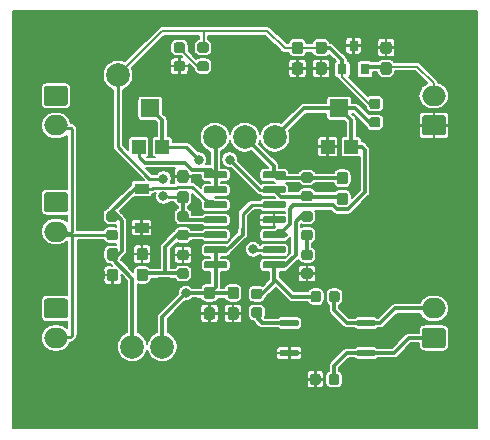
<source format=gbr>
G04 #@! TF.GenerationSoftware,KiCad,Pcbnew,5.1.5-1.fc31*
G04 #@! TF.CreationDate,2020-04-13T00:39:46+02:00*
G04 #@! TF.ProjectId,piezo_amplifier,7069657a-6f5f-4616-9d70-6c6966696572,rev?*
G04 #@! TF.SameCoordinates,Original*
G04 #@! TF.FileFunction,Copper,L1,Top*
G04 #@! TF.FilePolarity,Positive*
%FSLAX46Y46*%
G04 Gerber Fmt 4.6, Leading zero omitted, Abs format (unit mm)*
G04 Created by KiCad (PCBNEW 5.1.5-1.fc31) date 2020-04-13 00:39:46*
%MOMM*%
%LPD*%
G04 APERTURE LIST*
%ADD10C,0.100000*%
%ADD11C,2.000000*%
%ADD12R,1.200000X0.900000*%
%ADD13O,2.000000X1.700000*%
%ADD14R,1.600000X1.500000*%
%ADD15R,1.200000X1.200000*%
%ADD16R,0.800000X0.900000*%
%ADD17C,0.800000*%
%ADD18C,0.300000*%
%ADD19C,0.200000*%
%ADD20C,0.250000*%
G04 APERTURE END LIST*
G04 #@! TA.AperFunction,SMDPad,CuDef*
D10*
G36*
X135925977Y-85455662D02*
G01*
X135939325Y-85457642D01*
X135952414Y-85460921D01*
X135965119Y-85465467D01*
X135977317Y-85471236D01*
X135988891Y-85478173D01*
X135999729Y-85486211D01*
X136009727Y-85495273D01*
X136018789Y-85505271D01*
X136026827Y-85516109D01*
X136033764Y-85527683D01*
X136039533Y-85539881D01*
X136044079Y-85552586D01*
X136047358Y-85565675D01*
X136049338Y-85579023D01*
X136050000Y-85592500D01*
X136050000Y-85867500D01*
X136049338Y-85880977D01*
X136047358Y-85894325D01*
X136044079Y-85907414D01*
X136039533Y-85920119D01*
X136033764Y-85932317D01*
X136026827Y-85943891D01*
X136018789Y-85954729D01*
X136009727Y-85964727D01*
X135999729Y-85973789D01*
X135988891Y-85981827D01*
X135977317Y-85988764D01*
X135965119Y-85994533D01*
X135952414Y-85999079D01*
X135939325Y-86002358D01*
X135925977Y-86004338D01*
X135912500Y-86005000D01*
X134587500Y-86005000D01*
X134574023Y-86004338D01*
X134560675Y-86002358D01*
X134547586Y-85999079D01*
X134534881Y-85994533D01*
X134522683Y-85988764D01*
X134511109Y-85981827D01*
X134500271Y-85973789D01*
X134490273Y-85964727D01*
X134481211Y-85954729D01*
X134473173Y-85943891D01*
X134466236Y-85932317D01*
X134460467Y-85920119D01*
X134455921Y-85907414D01*
X134452642Y-85894325D01*
X134450662Y-85880977D01*
X134450000Y-85867500D01*
X134450000Y-85592500D01*
X134450662Y-85579023D01*
X134452642Y-85565675D01*
X134455921Y-85552586D01*
X134460467Y-85539881D01*
X134466236Y-85527683D01*
X134473173Y-85516109D01*
X134481211Y-85505271D01*
X134490273Y-85495273D01*
X134500271Y-85486211D01*
X134511109Y-85478173D01*
X134522683Y-85471236D01*
X134534881Y-85465467D01*
X134547586Y-85460921D01*
X134560675Y-85457642D01*
X134574023Y-85455662D01*
X134587500Y-85455000D01*
X135912500Y-85455000D01*
X135925977Y-85455662D01*
G37*
G04 #@! TD.AperFunction*
G04 #@! TA.AperFunction,SMDPad,CuDef*
G36*
X135925977Y-87995662D02*
G01*
X135939325Y-87997642D01*
X135952414Y-88000921D01*
X135965119Y-88005467D01*
X135977317Y-88011236D01*
X135988891Y-88018173D01*
X135999729Y-88026211D01*
X136009727Y-88035273D01*
X136018789Y-88045271D01*
X136026827Y-88056109D01*
X136033764Y-88067683D01*
X136039533Y-88079881D01*
X136044079Y-88092586D01*
X136047358Y-88105675D01*
X136049338Y-88119023D01*
X136050000Y-88132500D01*
X136050000Y-88407500D01*
X136049338Y-88420977D01*
X136047358Y-88434325D01*
X136044079Y-88447414D01*
X136039533Y-88460119D01*
X136033764Y-88472317D01*
X136026827Y-88483891D01*
X136018789Y-88494729D01*
X136009727Y-88504727D01*
X135999729Y-88513789D01*
X135988891Y-88521827D01*
X135977317Y-88528764D01*
X135965119Y-88534533D01*
X135952414Y-88539079D01*
X135939325Y-88542358D01*
X135925977Y-88544338D01*
X135912500Y-88545000D01*
X134587500Y-88545000D01*
X134574023Y-88544338D01*
X134560675Y-88542358D01*
X134547586Y-88539079D01*
X134534881Y-88534533D01*
X134522683Y-88528764D01*
X134511109Y-88521827D01*
X134500271Y-88513789D01*
X134490273Y-88504727D01*
X134481211Y-88494729D01*
X134473173Y-88483891D01*
X134466236Y-88472317D01*
X134460467Y-88460119D01*
X134455921Y-88447414D01*
X134452642Y-88434325D01*
X134450662Y-88420977D01*
X134450000Y-88407500D01*
X134450000Y-88132500D01*
X134450662Y-88119023D01*
X134452642Y-88105675D01*
X134455921Y-88092586D01*
X134460467Y-88079881D01*
X134466236Y-88067683D01*
X134473173Y-88056109D01*
X134481211Y-88045271D01*
X134490273Y-88035273D01*
X134500271Y-88026211D01*
X134511109Y-88018173D01*
X134522683Y-88011236D01*
X134534881Y-88005467D01*
X134547586Y-88000921D01*
X134560675Y-87997642D01*
X134574023Y-87995662D01*
X134587500Y-87995000D01*
X135912500Y-87995000D01*
X135925977Y-87995662D01*
G37*
G04 #@! TD.AperFunction*
G04 #@! TA.AperFunction,SMDPad,CuDef*
G36*
X129425977Y-87995662D02*
G01*
X129439325Y-87997642D01*
X129452414Y-88000921D01*
X129465119Y-88005467D01*
X129477317Y-88011236D01*
X129488891Y-88018173D01*
X129499729Y-88026211D01*
X129509727Y-88035273D01*
X129518789Y-88045271D01*
X129526827Y-88056109D01*
X129533764Y-88067683D01*
X129539533Y-88079881D01*
X129544079Y-88092586D01*
X129547358Y-88105675D01*
X129549338Y-88119023D01*
X129550000Y-88132500D01*
X129550000Y-88407500D01*
X129549338Y-88420977D01*
X129547358Y-88434325D01*
X129544079Y-88447414D01*
X129539533Y-88460119D01*
X129533764Y-88472317D01*
X129526827Y-88483891D01*
X129518789Y-88494729D01*
X129509727Y-88504727D01*
X129499729Y-88513789D01*
X129488891Y-88521827D01*
X129477317Y-88528764D01*
X129465119Y-88534533D01*
X129452414Y-88539079D01*
X129439325Y-88542358D01*
X129425977Y-88544338D01*
X129412500Y-88545000D01*
X128087500Y-88545000D01*
X128074023Y-88544338D01*
X128060675Y-88542358D01*
X128047586Y-88539079D01*
X128034881Y-88534533D01*
X128022683Y-88528764D01*
X128011109Y-88521827D01*
X128000271Y-88513789D01*
X127990273Y-88504727D01*
X127981211Y-88494729D01*
X127973173Y-88483891D01*
X127966236Y-88472317D01*
X127960467Y-88460119D01*
X127955921Y-88447414D01*
X127952642Y-88434325D01*
X127950662Y-88420977D01*
X127950000Y-88407500D01*
X127950000Y-88132500D01*
X127950662Y-88119023D01*
X127952642Y-88105675D01*
X127955921Y-88092586D01*
X127960467Y-88079881D01*
X127966236Y-88067683D01*
X127973173Y-88056109D01*
X127981211Y-88045271D01*
X127990273Y-88035273D01*
X128000271Y-88026211D01*
X128011109Y-88018173D01*
X128022683Y-88011236D01*
X128034881Y-88005467D01*
X128047586Y-88000921D01*
X128060675Y-87997642D01*
X128074023Y-87995662D01*
X128087500Y-87995000D01*
X129412500Y-87995000D01*
X129425977Y-87995662D01*
G37*
G04 #@! TD.AperFunction*
G04 #@! TA.AperFunction,SMDPad,CuDef*
G36*
X129425977Y-85455662D02*
G01*
X129439325Y-85457642D01*
X129452414Y-85460921D01*
X129465119Y-85465467D01*
X129477317Y-85471236D01*
X129488891Y-85478173D01*
X129499729Y-85486211D01*
X129509727Y-85495273D01*
X129518789Y-85505271D01*
X129526827Y-85516109D01*
X129533764Y-85527683D01*
X129539533Y-85539881D01*
X129544079Y-85552586D01*
X129547358Y-85565675D01*
X129549338Y-85579023D01*
X129550000Y-85592500D01*
X129550000Y-85867500D01*
X129549338Y-85880977D01*
X129547358Y-85894325D01*
X129544079Y-85907414D01*
X129539533Y-85920119D01*
X129533764Y-85932317D01*
X129526827Y-85943891D01*
X129518789Y-85954729D01*
X129509727Y-85964727D01*
X129499729Y-85973789D01*
X129488891Y-85981827D01*
X129477317Y-85988764D01*
X129465119Y-85994533D01*
X129452414Y-85999079D01*
X129439325Y-86002358D01*
X129425977Y-86004338D01*
X129412500Y-86005000D01*
X128087500Y-86005000D01*
X128074023Y-86004338D01*
X128060675Y-86002358D01*
X128047586Y-85999079D01*
X128034881Y-85994533D01*
X128022683Y-85988764D01*
X128011109Y-85981827D01*
X128000271Y-85973789D01*
X127990273Y-85964727D01*
X127981211Y-85954729D01*
X127973173Y-85943891D01*
X127966236Y-85932317D01*
X127960467Y-85920119D01*
X127955921Y-85907414D01*
X127952642Y-85894325D01*
X127950662Y-85880977D01*
X127950000Y-85867500D01*
X127950000Y-85592500D01*
X127950662Y-85579023D01*
X127952642Y-85565675D01*
X127955921Y-85552586D01*
X127960467Y-85539881D01*
X127966236Y-85527683D01*
X127973173Y-85516109D01*
X127981211Y-85505271D01*
X127990273Y-85495273D01*
X128000271Y-85486211D01*
X128011109Y-85478173D01*
X128022683Y-85471236D01*
X128034881Y-85465467D01*
X128047586Y-85460921D01*
X128060675Y-85457642D01*
X128074023Y-85455662D01*
X128087500Y-85455000D01*
X129412500Y-85455000D01*
X129425977Y-85455662D01*
G37*
G04 #@! TD.AperFunction*
D11*
X127540000Y-70000000D03*
X125000000Y-70000000D03*
G04 #@! TA.AperFunction,SMDPad,CuDef*
D10*
G36*
X119727691Y-61976053D02*
G01*
X119748926Y-61979203D01*
X119769750Y-61984419D01*
X119789962Y-61991651D01*
X119809368Y-62000830D01*
X119827781Y-62011866D01*
X119845024Y-62024654D01*
X119860930Y-62039070D01*
X119875346Y-62054976D01*
X119888134Y-62072219D01*
X119899170Y-62090632D01*
X119908349Y-62110038D01*
X119915581Y-62130250D01*
X119920797Y-62151074D01*
X119923947Y-62172309D01*
X119925000Y-62193750D01*
X119925000Y-62631250D01*
X119923947Y-62652691D01*
X119920797Y-62673926D01*
X119915581Y-62694750D01*
X119908349Y-62714962D01*
X119899170Y-62734368D01*
X119888134Y-62752781D01*
X119875346Y-62770024D01*
X119860930Y-62785930D01*
X119845024Y-62800346D01*
X119827781Y-62813134D01*
X119809368Y-62824170D01*
X119789962Y-62833349D01*
X119769750Y-62840581D01*
X119748926Y-62845797D01*
X119727691Y-62848947D01*
X119706250Y-62850000D01*
X119193750Y-62850000D01*
X119172309Y-62848947D01*
X119151074Y-62845797D01*
X119130250Y-62840581D01*
X119110038Y-62833349D01*
X119090632Y-62824170D01*
X119072219Y-62813134D01*
X119054976Y-62800346D01*
X119039070Y-62785930D01*
X119024654Y-62770024D01*
X119011866Y-62752781D01*
X119000830Y-62734368D01*
X118991651Y-62714962D01*
X118984419Y-62694750D01*
X118979203Y-62673926D01*
X118976053Y-62652691D01*
X118975000Y-62631250D01*
X118975000Y-62193750D01*
X118976053Y-62172309D01*
X118979203Y-62151074D01*
X118984419Y-62130250D01*
X118991651Y-62110038D01*
X119000830Y-62090632D01*
X119011866Y-62072219D01*
X119024654Y-62054976D01*
X119039070Y-62039070D01*
X119054976Y-62024654D01*
X119072219Y-62011866D01*
X119090632Y-62000830D01*
X119110038Y-61991651D01*
X119130250Y-61984419D01*
X119151074Y-61979203D01*
X119172309Y-61976053D01*
X119193750Y-61975000D01*
X119706250Y-61975000D01*
X119727691Y-61976053D01*
G37*
G04 #@! TD.AperFunction*
G04 #@! TA.AperFunction,SMDPad,CuDef*
G36*
X119727691Y-63551053D02*
G01*
X119748926Y-63554203D01*
X119769750Y-63559419D01*
X119789962Y-63566651D01*
X119809368Y-63575830D01*
X119827781Y-63586866D01*
X119845024Y-63599654D01*
X119860930Y-63614070D01*
X119875346Y-63629976D01*
X119888134Y-63647219D01*
X119899170Y-63665632D01*
X119908349Y-63685038D01*
X119915581Y-63705250D01*
X119920797Y-63726074D01*
X119923947Y-63747309D01*
X119925000Y-63768750D01*
X119925000Y-64206250D01*
X119923947Y-64227691D01*
X119920797Y-64248926D01*
X119915581Y-64269750D01*
X119908349Y-64289962D01*
X119899170Y-64309368D01*
X119888134Y-64327781D01*
X119875346Y-64345024D01*
X119860930Y-64360930D01*
X119845024Y-64375346D01*
X119827781Y-64388134D01*
X119809368Y-64399170D01*
X119789962Y-64408349D01*
X119769750Y-64415581D01*
X119748926Y-64420797D01*
X119727691Y-64423947D01*
X119706250Y-64425000D01*
X119193750Y-64425000D01*
X119172309Y-64423947D01*
X119151074Y-64420797D01*
X119130250Y-64415581D01*
X119110038Y-64408349D01*
X119090632Y-64399170D01*
X119072219Y-64388134D01*
X119054976Y-64375346D01*
X119039070Y-64360930D01*
X119024654Y-64345024D01*
X119011866Y-64327781D01*
X119000830Y-64309368D01*
X118991651Y-64289962D01*
X118984419Y-64269750D01*
X118979203Y-64248926D01*
X118976053Y-64227691D01*
X118975000Y-64206250D01*
X118975000Y-63768750D01*
X118976053Y-63747309D01*
X118979203Y-63726074D01*
X118984419Y-63705250D01*
X118991651Y-63685038D01*
X119000830Y-63665632D01*
X119011866Y-63647219D01*
X119024654Y-63629976D01*
X119039070Y-63614070D01*
X119054976Y-63599654D01*
X119072219Y-63586866D01*
X119090632Y-63575830D01*
X119110038Y-63566651D01*
X119130250Y-63559419D01*
X119151074Y-63554203D01*
X119172309Y-63551053D01*
X119193750Y-63550000D01*
X119706250Y-63550000D01*
X119727691Y-63551053D01*
G37*
G04 #@! TD.AperFunction*
D11*
X115460000Y-87750000D03*
X114250000Y-64750000D03*
X122460000Y-70000000D03*
D12*
X116250000Y-77650000D03*
X116250000Y-74350000D03*
G04 #@! TA.AperFunction,SMDPad,CuDef*
D10*
G36*
X130527691Y-79526053D02*
G01*
X130548926Y-79529203D01*
X130569750Y-79534419D01*
X130589962Y-79541651D01*
X130609368Y-79550830D01*
X130627781Y-79561866D01*
X130645024Y-79574654D01*
X130660930Y-79589070D01*
X130675346Y-79604976D01*
X130688134Y-79622219D01*
X130699170Y-79640632D01*
X130708349Y-79660038D01*
X130715581Y-79680250D01*
X130720797Y-79701074D01*
X130723947Y-79722309D01*
X130725000Y-79743750D01*
X130725000Y-80181250D01*
X130723947Y-80202691D01*
X130720797Y-80223926D01*
X130715581Y-80244750D01*
X130708349Y-80264962D01*
X130699170Y-80284368D01*
X130688134Y-80302781D01*
X130675346Y-80320024D01*
X130660930Y-80335930D01*
X130645024Y-80350346D01*
X130627781Y-80363134D01*
X130609368Y-80374170D01*
X130589962Y-80383349D01*
X130569750Y-80390581D01*
X130548926Y-80395797D01*
X130527691Y-80398947D01*
X130506250Y-80400000D01*
X129993750Y-80400000D01*
X129972309Y-80398947D01*
X129951074Y-80395797D01*
X129930250Y-80390581D01*
X129910038Y-80383349D01*
X129890632Y-80374170D01*
X129872219Y-80363134D01*
X129854976Y-80350346D01*
X129839070Y-80335930D01*
X129824654Y-80320024D01*
X129811866Y-80302781D01*
X129800830Y-80284368D01*
X129791651Y-80264962D01*
X129784419Y-80244750D01*
X129779203Y-80223926D01*
X129776053Y-80202691D01*
X129775000Y-80181250D01*
X129775000Y-79743750D01*
X129776053Y-79722309D01*
X129779203Y-79701074D01*
X129784419Y-79680250D01*
X129791651Y-79660038D01*
X129800830Y-79640632D01*
X129811866Y-79622219D01*
X129824654Y-79604976D01*
X129839070Y-79589070D01*
X129854976Y-79574654D01*
X129872219Y-79561866D01*
X129890632Y-79550830D01*
X129910038Y-79541651D01*
X129930250Y-79534419D01*
X129951074Y-79529203D01*
X129972309Y-79526053D01*
X129993750Y-79525000D01*
X130506250Y-79525000D01*
X130527691Y-79526053D01*
G37*
G04 #@! TD.AperFunction*
G04 #@! TA.AperFunction,SMDPad,CuDef*
G36*
X130527691Y-81101053D02*
G01*
X130548926Y-81104203D01*
X130569750Y-81109419D01*
X130589962Y-81116651D01*
X130609368Y-81125830D01*
X130627781Y-81136866D01*
X130645024Y-81149654D01*
X130660930Y-81164070D01*
X130675346Y-81179976D01*
X130688134Y-81197219D01*
X130699170Y-81215632D01*
X130708349Y-81235038D01*
X130715581Y-81255250D01*
X130720797Y-81276074D01*
X130723947Y-81297309D01*
X130725000Y-81318750D01*
X130725000Y-81756250D01*
X130723947Y-81777691D01*
X130720797Y-81798926D01*
X130715581Y-81819750D01*
X130708349Y-81839962D01*
X130699170Y-81859368D01*
X130688134Y-81877781D01*
X130675346Y-81895024D01*
X130660930Y-81910930D01*
X130645024Y-81925346D01*
X130627781Y-81938134D01*
X130609368Y-81949170D01*
X130589962Y-81958349D01*
X130569750Y-81965581D01*
X130548926Y-81970797D01*
X130527691Y-81973947D01*
X130506250Y-81975000D01*
X129993750Y-81975000D01*
X129972309Y-81973947D01*
X129951074Y-81970797D01*
X129930250Y-81965581D01*
X129910038Y-81958349D01*
X129890632Y-81949170D01*
X129872219Y-81938134D01*
X129854976Y-81925346D01*
X129839070Y-81910930D01*
X129824654Y-81895024D01*
X129811866Y-81877781D01*
X129800830Y-81859368D01*
X129791651Y-81839962D01*
X129784419Y-81819750D01*
X129779203Y-81798926D01*
X129776053Y-81777691D01*
X129775000Y-81756250D01*
X129775000Y-81318750D01*
X129776053Y-81297309D01*
X129779203Y-81276074D01*
X129784419Y-81255250D01*
X129791651Y-81235038D01*
X129800830Y-81215632D01*
X129811866Y-81197219D01*
X129824654Y-81179976D01*
X129839070Y-81164070D01*
X129854976Y-81149654D01*
X129872219Y-81136866D01*
X129890632Y-81125830D01*
X129910038Y-81116651D01*
X129930250Y-81109419D01*
X129951074Y-81104203D01*
X129972309Y-81101053D01*
X129993750Y-81100000D01*
X130506250Y-81100000D01*
X130527691Y-81101053D01*
G37*
G04 #@! TD.AperFunction*
D11*
X118000000Y-87750000D03*
G04 #@! TA.AperFunction,ComponentPad*
D10*
G36*
X141774504Y-68151204D02*
G01*
X141798773Y-68154804D01*
X141822571Y-68160765D01*
X141845671Y-68169030D01*
X141867849Y-68179520D01*
X141888893Y-68192133D01*
X141908598Y-68206747D01*
X141926777Y-68223223D01*
X141943253Y-68241402D01*
X141957867Y-68261107D01*
X141970480Y-68282151D01*
X141980970Y-68304329D01*
X141989235Y-68327429D01*
X141995196Y-68351227D01*
X141998796Y-68375496D01*
X142000000Y-68400000D01*
X142000000Y-69600000D01*
X141998796Y-69624504D01*
X141995196Y-69648773D01*
X141989235Y-69672571D01*
X141980970Y-69695671D01*
X141970480Y-69717849D01*
X141957867Y-69738893D01*
X141943253Y-69758598D01*
X141926777Y-69776777D01*
X141908598Y-69793253D01*
X141888893Y-69807867D01*
X141867849Y-69820480D01*
X141845671Y-69830970D01*
X141822571Y-69839235D01*
X141798773Y-69845196D01*
X141774504Y-69848796D01*
X141750000Y-69850000D01*
X140250000Y-69850000D01*
X140225496Y-69848796D01*
X140201227Y-69845196D01*
X140177429Y-69839235D01*
X140154329Y-69830970D01*
X140132151Y-69820480D01*
X140111107Y-69807867D01*
X140091402Y-69793253D01*
X140073223Y-69776777D01*
X140056747Y-69758598D01*
X140042133Y-69738893D01*
X140029520Y-69717849D01*
X140019030Y-69695671D01*
X140010765Y-69672571D01*
X140004804Y-69648773D01*
X140001204Y-69624504D01*
X140000000Y-69600000D01*
X140000000Y-68400000D01*
X140001204Y-68375496D01*
X140004804Y-68351227D01*
X140010765Y-68327429D01*
X140019030Y-68304329D01*
X140029520Y-68282151D01*
X140042133Y-68261107D01*
X140056747Y-68241402D01*
X140073223Y-68223223D01*
X140091402Y-68206747D01*
X140111107Y-68192133D01*
X140132151Y-68179520D01*
X140154329Y-68169030D01*
X140177429Y-68160765D01*
X140201227Y-68154804D01*
X140225496Y-68151204D01*
X140250000Y-68150000D01*
X141750000Y-68150000D01*
X141774504Y-68151204D01*
G37*
G04 #@! TD.AperFunction*
D13*
X141000000Y-66500000D03*
G04 #@! TA.AperFunction,ComponentPad*
D10*
G36*
X109774504Y-65651204D02*
G01*
X109798773Y-65654804D01*
X109822571Y-65660765D01*
X109845671Y-65669030D01*
X109867849Y-65679520D01*
X109888893Y-65692133D01*
X109908598Y-65706747D01*
X109926777Y-65723223D01*
X109943253Y-65741402D01*
X109957867Y-65761107D01*
X109970480Y-65782151D01*
X109980970Y-65804329D01*
X109989235Y-65827429D01*
X109995196Y-65851227D01*
X109998796Y-65875496D01*
X110000000Y-65900000D01*
X110000000Y-67100000D01*
X109998796Y-67124504D01*
X109995196Y-67148773D01*
X109989235Y-67172571D01*
X109980970Y-67195671D01*
X109970480Y-67217849D01*
X109957867Y-67238893D01*
X109943253Y-67258598D01*
X109926777Y-67276777D01*
X109908598Y-67293253D01*
X109888893Y-67307867D01*
X109867849Y-67320480D01*
X109845671Y-67330970D01*
X109822571Y-67339235D01*
X109798773Y-67345196D01*
X109774504Y-67348796D01*
X109750000Y-67350000D01*
X108250000Y-67350000D01*
X108225496Y-67348796D01*
X108201227Y-67345196D01*
X108177429Y-67339235D01*
X108154329Y-67330970D01*
X108132151Y-67320480D01*
X108111107Y-67307867D01*
X108091402Y-67293253D01*
X108073223Y-67276777D01*
X108056747Y-67258598D01*
X108042133Y-67238893D01*
X108029520Y-67217849D01*
X108019030Y-67195671D01*
X108010765Y-67172571D01*
X108004804Y-67148773D01*
X108001204Y-67124504D01*
X108000000Y-67100000D01*
X108000000Y-65900000D01*
X108001204Y-65875496D01*
X108004804Y-65851227D01*
X108010765Y-65827429D01*
X108019030Y-65804329D01*
X108029520Y-65782151D01*
X108042133Y-65761107D01*
X108056747Y-65741402D01*
X108073223Y-65723223D01*
X108091402Y-65706747D01*
X108111107Y-65692133D01*
X108132151Y-65679520D01*
X108154329Y-65669030D01*
X108177429Y-65660765D01*
X108201227Y-65654804D01*
X108225496Y-65651204D01*
X108250000Y-65650000D01*
X109750000Y-65650000D01*
X109774504Y-65651204D01*
G37*
G04 #@! TD.AperFunction*
D13*
X109000000Y-69000000D03*
G04 #@! TA.AperFunction,ComponentPad*
D10*
G36*
X141774504Y-86151204D02*
G01*
X141798773Y-86154804D01*
X141822571Y-86160765D01*
X141845671Y-86169030D01*
X141867849Y-86179520D01*
X141888893Y-86192133D01*
X141908598Y-86206747D01*
X141926777Y-86223223D01*
X141943253Y-86241402D01*
X141957867Y-86261107D01*
X141970480Y-86282151D01*
X141980970Y-86304329D01*
X141989235Y-86327429D01*
X141995196Y-86351227D01*
X141998796Y-86375496D01*
X142000000Y-86400000D01*
X142000000Y-87600000D01*
X141998796Y-87624504D01*
X141995196Y-87648773D01*
X141989235Y-87672571D01*
X141980970Y-87695671D01*
X141970480Y-87717849D01*
X141957867Y-87738893D01*
X141943253Y-87758598D01*
X141926777Y-87776777D01*
X141908598Y-87793253D01*
X141888893Y-87807867D01*
X141867849Y-87820480D01*
X141845671Y-87830970D01*
X141822571Y-87839235D01*
X141798773Y-87845196D01*
X141774504Y-87848796D01*
X141750000Y-87850000D01*
X140250000Y-87850000D01*
X140225496Y-87848796D01*
X140201227Y-87845196D01*
X140177429Y-87839235D01*
X140154329Y-87830970D01*
X140132151Y-87820480D01*
X140111107Y-87807867D01*
X140091402Y-87793253D01*
X140073223Y-87776777D01*
X140056747Y-87758598D01*
X140042133Y-87738893D01*
X140029520Y-87717849D01*
X140019030Y-87695671D01*
X140010765Y-87672571D01*
X140004804Y-87648773D01*
X140001204Y-87624504D01*
X140000000Y-87600000D01*
X140000000Y-86400000D01*
X140001204Y-86375496D01*
X140004804Y-86351227D01*
X140010765Y-86327429D01*
X140019030Y-86304329D01*
X140029520Y-86282151D01*
X140042133Y-86261107D01*
X140056747Y-86241402D01*
X140073223Y-86223223D01*
X140091402Y-86206747D01*
X140111107Y-86192133D01*
X140132151Y-86179520D01*
X140154329Y-86169030D01*
X140177429Y-86160765D01*
X140201227Y-86154804D01*
X140225496Y-86151204D01*
X140250000Y-86150000D01*
X141750000Y-86150000D01*
X141774504Y-86151204D01*
G37*
G04 #@! TD.AperFunction*
D13*
X141000000Y-84500000D03*
X109000000Y-78000000D03*
G04 #@! TA.AperFunction,ComponentPad*
D10*
G36*
X109774504Y-74651204D02*
G01*
X109798773Y-74654804D01*
X109822571Y-74660765D01*
X109845671Y-74669030D01*
X109867849Y-74679520D01*
X109888893Y-74692133D01*
X109908598Y-74706747D01*
X109926777Y-74723223D01*
X109943253Y-74741402D01*
X109957867Y-74761107D01*
X109970480Y-74782151D01*
X109980970Y-74804329D01*
X109989235Y-74827429D01*
X109995196Y-74851227D01*
X109998796Y-74875496D01*
X110000000Y-74900000D01*
X110000000Y-76100000D01*
X109998796Y-76124504D01*
X109995196Y-76148773D01*
X109989235Y-76172571D01*
X109980970Y-76195671D01*
X109970480Y-76217849D01*
X109957867Y-76238893D01*
X109943253Y-76258598D01*
X109926777Y-76276777D01*
X109908598Y-76293253D01*
X109888893Y-76307867D01*
X109867849Y-76320480D01*
X109845671Y-76330970D01*
X109822571Y-76339235D01*
X109798773Y-76345196D01*
X109774504Y-76348796D01*
X109750000Y-76350000D01*
X108250000Y-76350000D01*
X108225496Y-76348796D01*
X108201227Y-76345196D01*
X108177429Y-76339235D01*
X108154329Y-76330970D01*
X108132151Y-76320480D01*
X108111107Y-76307867D01*
X108091402Y-76293253D01*
X108073223Y-76276777D01*
X108056747Y-76258598D01*
X108042133Y-76238893D01*
X108029520Y-76217849D01*
X108019030Y-76195671D01*
X108010765Y-76172571D01*
X108004804Y-76148773D01*
X108001204Y-76124504D01*
X108000000Y-76100000D01*
X108000000Y-74900000D01*
X108001204Y-74875496D01*
X108004804Y-74851227D01*
X108010765Y-74827429D01*
X108019030Y-74804329D01*
X108029520Y-74782151D01*
X108042133Y-74761107D01*
X108056747Y-74741402D01*
X108073223Y-74723223D01*
X108091402Y-74706747D01*
X108111107Y-74692133D01*
X108132151Y-74679520D01*
X108154329Y-74669030D01*
X108177429Y-74660765D01*
X108201227Y-74654804D01*
X108225496Y-74651204D01*
X108250000Y-74650000D01*
X109750000Y-74650000D01*
X109774504Y-74651204D01*
G37*
G04 #@! TD.AperFunction*
D13*
X109000000Y-87000000D03*
G04 #@! TA.AperFunction,ComponentPad*
D10*
G36*
X109774504Y-83651204D02*
G01*
X109798773Y-83654804D01*
X109822571Y-83660765D01*
X109845671Y-83669030D01*
X109867849Y-83679520D01*
X109888893Y-83692133D01*
X109908598Y-83706747D01*
X109926777Y-83723223D01*
X109943253Y-83741402D01*
X109957867Y-83761107D01*
X109970480Y-83782151D01*
X109980970Y-83804329D01*
X109989235Y-83827429D01*
X109995196Y-83851227D01*
X109998796Y-83875496D01*
X110000000Y-83900000D01*
X110000000Y-85100000D01*
X109998796Y-85124504D01*
X109995196Y-85148773D01*
X109989235Y-85172571D01*
X109980970Y-85195671D01*
X109970480Y-85217849D01*
X109957867Y-85238893D01*
X109943253Y-85258598D01*
X109926777Y-85276777D01*
X109908598Y-85293253D01*
X109888893Y-85307867D01*
X109867849Y-85320480D01*
X109845671Y-85330970D01*
X109822571Y-85339235D01*
X109798773Y-85345196D01*
X109774504Y-85348796D01*
X109750000Y-85350000D01*
X108250000Y-85350000D01*
X108225496Y-85348796D01*
X108201227Y-85345196D01*
X108177429Y-85339235D01*
X108154329Y-85330970D01*
X108132151Y-85320480D01*
X108111107Y-85307867D01*
X108091402Y-85293253D01*
X108073223Y-85276777D01*
X108056747Y-85258598D01*
X108042133Y-85238893D01*
X108029520Y-85217849D01*
X108019030Y-85195671D01*
X108010765Y-85172571D01*
X108004804Y-85148773D01*
X108001204Y-85124504D01*
X108000000Y-85100000D01*
X108000000Y-83900000D01*
X108001204Y-83875496D01*
X108004804Y-83851227D01*
X108010765Y-83827429D01*
X108019030Y-83804329D01*
X108029520Y-83782151D01*
X108042133Y-83761107D01*
X108056747Y-83741402D01*
X108073223Y-83723223D01*
X108091402Y-83706747D01*
X108111107Y-83692133D01*
X108132151Y-83679520D01*
X108154329Y-83669030D01*
X108177429Y-83660765D01*
X108201227Y-83654804D01*
X108225496Y-83651204D01*
X108250000Y-83650000D01*
X109750000Y-83650000D01*
X109774504Y-83651204D01*
G37*
G04 #@! TD.AperFunction*
D14*
X117000000Y-67550000D03*
D15*
X116000000Y-70800000D03*
X118000000Y-70800000D03*
X134000000Y-70800000D03*
X132000000Y-70800000D03*
D14*
X133000000Y-67550000D03*
G04 #@! TA.AperFunction,SMDPad,CuDef*
D10*
G36*
X123364703Y-72890722D02*
G01*
X123379264Y-72892882D01*
X123393543Y-72896459D01*
X123407403Y-72901418D01*
X123420710Y-72907712D01*
X123433336Y-72915280D01*
X123445159Y-72924048D01*
X123456066Y-72933934D01*
X123465952Y-72944841D01*
X123474720Y-72956664D01*
X123482288Y-72969290D01*
X123488582Y-72982597D01*
X123493541Y-72996457D01*
X123497118Y-73010736D01*
X123499278Y-73025297D01*
X123500000Y-73040000D01*
X123500000Y-73340000D01*
X123499278Y-73354703D01*
X123497118Y-73369264D01*
X123493541Y-73383543D01*
X123488582Y-73397403D01*
X123482288Y-73410710D01*
X123474720Y-73423336D01*
X123465952Y-73435159D01*
X123456066Y-73446066D01*
X123445159Y-73455952D01*
X123433336Y-73464720D01*
X123420710Y-73472288D01*
X123407403Y-73478582D01*
X123393543Y-73483541D01*
X123379264Y-73487118D01*
X123364703Y-73489278D01*
X123350000Y-73490000D01*
X121700000Y-73490000D01*
X121685297Y-73489278D01*
X121670736Y-73487118D01*
X121656457Y-73483541D01*
X121642597Y-73478582D01*
X121629290Y-73472288D01*
X121616664Y-73464720D01*
X121604841Y-73455952D01*
X121593934Y-73446066D01*
X121584048Y-73435159D01*
X121575280Y-73423336D01*
X121567712Y-73410710D01*
X121561418Y-73397403D01*
X121556459Y-73383543D01*
X121552882Y-73369264D01*
X121550722Y-73354703D01*
X121550000Y-73340000D01*
X121550000Y-73040000D01*
X121550722Y-73025297D01*
X121552882Y-73010736D01*
X121556459Y-72996457D01*
X121561418Y-72982597D01*
X121567712Y-72969290D01*
X121575280Y-72956664D01*
X121584048Y-72944841D01*
X121593934Y-72933934D01*
X121604841Y-72924048D01*
X121616664Y-72915280D01*
X121629290Y-72907712D01*
X121642597Y-72901418D01*
X121656457Y-72896459D01*
X121670736Y-72892882D01*
X121685297Y-72890722D01*
X121700000Y-72890000D01*
X123350000Y-72890000D01*
X123364703Y-72890722D01*
G37*
G04 #@! TD.AperFunction*
G04 #@! TA.AperFunction,SMDPad,CuDef*
G36*
X123364703Y-74160722D02*
G01*
X123379264Y-74162882D01*
X123393543Y-74166459D01*
X123407403Y-74171418D01*
X123420710Y-74177712D01*
X123433336Y-74185280D01*
X123445159Y-74194048D01*
X123456066Y-74203934D01*
X123465952Y-74214841D01*
X123474720Y-74226664D01*
X123482288Y-74239290D01*
X123488582Y-74252597D01*
X123493541Y-74266457D01*
X123497118Y-74280736D01*
X123499278Y-74295297D01*
X123500000Y-74310000D01*
X123500000Y-74610000D01*
X123499278Y-74624703D01*
X123497118Y-74639264D01*
X123493541Y-74653543D01*
X123488582Y-74667403D01*
X123482288Y-74680710D01*
X123474720Y-74693336D01*
X123465952Y-74705159D01*
X123456066Y-74716066D01*
X123445159Y-74725952D01*
X123433336Y-74734720D01*
X123420710Y-74742288D01*
X123407403Y-74748582D01*
X123393543Y-74753541D01*
X123379264Y-74757118D01*
X123364703Y-74759278D01*
X123350000Y-74760000D01*
X121700000Y-74760000D01*
X121685297Y-74759278D01*
X121670736Y-74757118D01*
X121656457Y-74753541D01*
X121642597Y-74748582D01*
X121629290Y-74742288D01*
X121616664Y-74734720D01*
X121604841Y-74725952D01*
X121593934Y-74716066D01*
X121584048Y-74705159D01*
X121575280Y-74693336D01*
X121567712Y-74680710D01*
X121561418Y-74667403D01*
X121556459Y-74653543D01*
X121552882Y-74639264D01*
X121550722Y-74624703D01*
X121550000Y-74610000D01*
X121550000Y-74310000D01*
X121550722Y-74295297D01*
X121552882Y-74280736D01*
X121556459Y-74266457D01*
X121561418Y-74252597D01*
X121567712Y-74239290D01*
X121575280Y-74226664D01*
X121584048Y-74214841D01*
X121593934Y-74203934D01*
X121604841Y-74194048D01*
X121616664Y-74185280D01*
X121629290Y-74177712D01*
X121642597Y-74171418D01*
X121656457Y-74166459D01*
X121670736Y-74162882D01*
X121685297Y-74160722D01*
X121700000Y-74160000D01*
X123350000Y-74160000D01*
X123364703Y-74160722D01*
G37*
G04 #@! TD.AperFunction*
G04 #@! TA.AperFunction,SMDPad,CuDef*
G36*
X123364703Y-75430722D02*
G01*
X123379264Y-75432882D01*
X123393543Y-75436459D01*
X123407403Y-75441418D01*
X123420710Y-75447712D01*
X123433336Y-75455280D01*
X123445159Y-75464048D01*
X123456066Y-75473934D01*
X123465952Y-75484841D01*
X123474720Y-75496664D01*
X123482288Y-75509290D01*
X123488582Y-75522597D01*
X123493541Y-75536457D01*
X123497118Y-75550736D01*
X123499278Y-75565297D01*
X123500000Y-75580000D01*
X123500000Y-75880000D01*
X123499278Y-75894703D01*
X123497118Y-75909264D01*
X123493541Y-75923543D01*
X123488582Y-75937403D01*
X123482288Y-75950710D01*
X123474720Y-75963336D01*
X123465952Y-75975159D01*
X123456066Y-75986066D01*
X123445159Y-75995952D01*
X123433336Y-76004720D01*
X123420710Y-76012288D01*
X123407403Y-76018582D01*
X123393543Y-76023541D01*
X123379264Y-76027118D01*
X123364703Y-76029278D01*
X123350000Y-76030000D01*
X121700000Y-76030000D01*
X121685297Y-76029278D01*
X121670736Y-76027118D01*
X121656457Y-76023541D01*
X121642597Y-76018582D01*
X121629290Y-76012288D01*
X121616664Y-76004720D01*
X121604841Y-75995952D01*
X121593934Y-75986066D01*
X121584048Y-75975159D01*
X121575280Y-75963336D01*
X121567712Y-75950710D01*
X121561418Y-75937403D01*
X121556459Y-75923543D01*
X121552882Y-75909264D01*
X121550722Y-75894703D01*
X121550000Y-75880000D01*
X121550000Y-75580000D01*
X121550722Y-75565297D01*
X121552882Y-75550736D01*
X121556459Y-75536457D01*
X121561418Y-75522597D01*
X121567712Y-75509290D01*
X121575280Y-75496664D01*
X121584048Y-75484841D01*
X121593934Y-75473934D01*
X121604841Y-75464048D01*
X121616664Y-75455280D01*
X121629290Y-75447712D01*
X121642597Y-75441418D01*
X121656457Y-75436459D01*
X121670736Y-75432882D01*
X121685297Y-75430722D01*
X121700000Y-75430000D01*
X123350000Y-75430000D01*
X123364703Y-75430722D01*
G37*
G04 #@! TD.AperFunction*
G04 #@! TA.AperFunction,SMDPad,CuDef*
G36*
X123364703Y-76700722D02*
G01*
X123379264Y-76702882D01*
X123393543Y-76706459D01*
X123407403Y-76711418D01*
X123420710Y-76717712D01*
X123433336Y-76725280D01*
X123445159Y-76734048D01*
X123456066Y-76743934D01*
X123465952Y-76754841D01*
X123474720Y-76766664D01*
X123482288Y-76779290D01*
X123488582Y-76792597D01*
X123493541Y-76806457D01*
X123497118Y-76820736D01*
X123499278Y-76835297D01*
X123500000Y-76850000D01*
X123500000Y-77150000D01*
X123499278Y-77164703D01*
X123497118Y-77179264D01*
X123493541Y-77193543D01*
X123488582Y-77207403D01*
X123482288Y-77220710D01*
X123474720Y-77233336D01*
X123465952Y-77245159D01*
X123456066Y-77256066D01*
X123445159Y-77265952D01*
X123433336Y-77274720D01*
X123420710Y-77282288D01*
X123407403Y-77288582D01*
X123393543Y-77293541D01*
X123379264Y-77297118D01*
X123364703Y-77299278D01*
X123350000Y-77300000D01*
X121700000Y-77300000D01*
X121685297Y-77299278D01*
X121670736Y-77297118D01*
X121656457Y-77293541D01*
X121642597Y-77288582D01*
X121629290Y-77282288D01*
X121616664Y-77274720D01*
X121604841Y-77265952D01*
X121593934Y-77256066D01*
X121584048Y-77245159D01*
X121575280Y-77233336D01*
X121567712Y-77220710D01*
X121561418Y-77207403D01*
X121556459Y-77193543D01*
X121552882Y-77179264D01*
X121550722Y-77164703D01*
X121550000Y-77150000D01*
X121550000Y-76850000D01*
X121550722Y-76835297D01*
X121552882Y-76820736D01*
X121556459Y-76806457D01*
X121561418Y-76792597D01*
X121567712Y-76779290D01*
X121575280Y-76766664D01*
X121584048Y-76754841D01*
X121593934Y-76743934D01*
X121604841Y-76734048D01*
X121616664Y-76725280D01*
X121629290Y-76717712D01*
X121642597Y-76711418D01*
X121656457Y-76706459D01*
X121670736Y-76702882D01*
X121685297Y-76700722D01*
X121700000Y-76700000D01*
X123350000Y-76700000D01*
X123364703Y-76700722D01*
G37*
G04 #@! TD.AperFunction*
G04 #@! TA.AperFunction,SMDPad,CuDef*
G36*
X123364703Y-77970722D02*
G01*
X123379264Y-77972882D01*
X123393543Y-77976459D01*
X123407403Y-77981418D01*
X123420710Y-77987712D01*
X123433336Y-77995280D01*
X123445159Y-78004048D01*
X123456066Y-78013934D01*
X123465952Y-78024841D01*
X123474720Y-78036664D01*
X123482288Y-78049290D01*
X123488582Y-78062597D01*
X123493541Y-78076457D01*
X123497118Y-78090736D01*
X123499278Y-78105297D01*
X123500000Y-78120000D01*
X123500000Y-78420000D01*
X123499278Y-78434703D01*
X123497118Y-78449264D01*
X123493541Y-78463543D01*
X123488582Y-78477403D01*
X123482288Y-78490710D01*
X123474720Y-78503336D01*
X123465952Y-78515159D01*
X123456066Y-78526066D01*
X123445159Y-78535952D01*
X123433336Y-78544720D01*
X123420710Y-78552288D01*
X123407403Y-78558582D01*
X123393543Y-78563541D01*
X123379264Y-78567118D01*
X123364703Y-78569278D01*
X123350000Y-78570000D01*
X121700000Y-78570000D01*
X121685297Y-78569278D01*
X121670736Y-78567118D01*
X121656457Y-78563541D01*
X121642597Y-78558582D01*
X121629290Y-78552288D01*
X121616664Y-78544720D01*
X121604841Y-78535952D01*
X121593934Y-78526066D01*
X121584048Y-78515159D01*
X121575280Y-78503336D01*
X121567712Y-78490710D01*
X121561418Y-78477403D01*
X121556459Y-78463543D01*
X121552882Y-78449264D01*
X121550722Y-78434703D01*
X121550000Y-78420000D01*
X121550000Y-78120000D01*
X121550722Y-78105297D01*
X121552882Y-78090736D01*
X121556459Y-78076457D01*
X121561418Y-78062597D01*
X121567712Y-78049290D01*
X121575280Y-78036664D01*
X121584048Y-78024841D01*
X121593934Y-78013934D01*
X121604841Y-78004048D01*
X121616664Y-77995280D01*
X121629290Y-77987712D01*
X121642597Y-77981418D01*
X121656457Y-77976459D01*
X121670736Y-77972882D01*
X121685297Y-77970722D01*
X121700000Y-77970000D01*
X123350000Y-77970000D01*
X123364703Y-77970722D01*
G37*
G04 #@! TD.AperFunction*
G04 #@! TA.AperFunction,SMDPad,CuDef*
G36*
X123364703Y-79240722D02*
G01*
X123379264Y-79242882D01*
X123393543Y-79246459D01*
X123407403Y-79251418D01*
X123420710Y-79257712D01*
X123433336Y-79265280D01*
X123445159Y-79274048D01*
X123456066Y-79283934D01*
X123465952Y-79294841D01*
X123474720Y-79306664D01*
X123482288Y-79319290D01*
X123488582Y-79332597D01*
X123493541Y-79346457D01*
X123497118Y-79360736D01*
X123499278Y-79375297D01*
X123500000Y-79390000D01*
X123500000Y-79690000D01*
X123499278Y-79704703D01*
X123497118Y-79719264D01*
X123493541Y-79733543D01*
X123488582Y-79747403D01*
X123482288Y-79760710D01*
X123474720Y-79773336D01*
X123465952Y-79785159D01*
X123456066Y-79796066D01*
X123445159Y-79805952D01*
X123433336Y-79814720D01*
X123420710Y-79822288D01*
X123407403Y-79828582D01*
X123393543Y-79833541D01*
X123379264Y-79837118D01*
X123364703Y-79839278D01*
X123350000Y-79840000D01*
X121700000Y-79840000D01*
X121685297Y-79839278D01*
X121670736Y-79837118D01*
X121656457Y-79833541D01*
X121642597Y-79828582D01*
X121629290Y-79822288D01*
X121616664Y-79814720D01*
X121604841Y-79805952D01*
X121593934Y-79796066D01*
X121584048Y-79785159D01*
X121575280Y-79773336D01*
X121567712Y-79760710D01*
X121561418Y-79747403D01*
X121556459Y-79733543D01*
X121552882Y-79719264D01*
X121550722Y-79704703D01*
X121550000Y-79690000D01*
X121550000Y-79390000D01*
X121550722Y-79375297D01*
X121552882Y-79360736D01*
X121556459Y-79346457D01*
X121561418Y-79332597D01*
X121567712Y-79319290D01*
X121575280Y-79306664D01*
X121584048Y-79294841D01*
X121593934Y-79283934D01*
X121604841Y-79274048D01*
X121616664Y-79265280D01*
X121629290Y-79257712D01*
X121642597Y-79251418D01*
X121656457Y-79246459D01*
X121670736Y-79242882D01*
X121685297Y-79240722D01*
X121700000Y-79240000D01*
X123350000Y-79240000D01*
X123364703Y-79240722D01*
G37*
G04 #@! TD.AperFunction*
G04 #@! TA.AperFunction,SMDPad,CuDef*
G36*
X123364703Y-80510722D02*
G01*
X123379264Y-80512882D01*
X123393543Y-80516459D01*
X123407403Y-80521418D01*
X123420710Y-80527712D01*
X123433336Y-80535280D01*
X123445159Y-80544048D01*
X123456066Y-80553934D01*
X123465952Y-80564841D01*
X123474720Y-80576664D01*
X123482288Y-80589290D01*
X123488582Y-80602597D01*
X123493541Y-80616457D01*
X123497118Y-80630736D01*
X123499278Y-80645297D01*
X123500000Y-80660000D01*
X123500000Y-80960000D01*
X123499278Y-80974703D01*
X123497118Y-80989264D01*
X123493541Y-81003543D01*
X123488582Y-81017403D01*
X123482288Y-81030710D01*
X123474720Y-81043336D01*
X123465952Y-81055159D01*
X123456066Y-81066066D01*
X123445159Y-81075952D01*
X123433336Y-81084720D01*
X123420710Y-81092288D01*
X123407403Y-81098582D01*
X123393543Y-81103541D01*
X123379264Y-81107118D01*
X123364703Y-81109278D01*
X123350000Y-81110000D01*
X121700000Y-81110000D01*
X121685297Y-81109278D01*
X121670736Y-81107118D01*
X121656457Y-81103541D01*
X121642597Y-81098582D01*
X121629290Y-81092288D01*
X121616664Y-81084720D01*
X121604841Y-81075952D01*
X121593934Y-81066066D01*
X121584048Y-81055159D01*
X121575280Y-81043336D01*
X121567712Y-81030710D01*
X121561418Y-81017403D01*
X121556459Y-81003543D01*
X121552882Y-80989264D01*
X121550722Y-80974703D01*
X121550000Y-80960000D01*
X121550000Y-80660000D01*
X121550722Y-80645297D01*
X121552882Y-80630736D01*
X121556459Y-80616457D01*
X121561418Y-80602597D01*
X121567712Y-80589290D01*
X121575280Y-80576664D01*
X121584048Y-80564841D01*
X121593934Y-80553934D01*
X121604841Y-80544048D01*
X121616664Y-80535280D01*
X121629290Y-80527712D01*
X121642597Y-80521418D01*
X121656457Y-80516459D01*
X121670736Y-80512882D01*
X121685297Y-80510722D01*
X121700000Y-80510000D01*
X123350000Y-80510000D01*
X123364703Y-80510722D01*
G37*
G04 #@! TD.AperFunction*
G04 #@! TA.AperFunction,SMDPad,CuDef*
G36*
X128314703Y-80510722D02*
G01*
X128329264Y-80512882D01*
X128343543Y-80516459D01*
X128357403Y-80521418D01*
X128370710Y-80527712D01*
X128383336Y-80535280D01*
X128395159Y-80544048D01*
X128406066Y-80553934D01*
X128415952Y-80564841D01*
X128424720Y-80576664D01*
X128432288Y-80589290D01*
X128438582Y-80602597D01*
X128443541Y-80616457D01*
X128447118Y-80630736D01*
X128449278Y-80645297D01*
X128450000Y-80660000D01*
X128450000Y-80960000D01*
X128449278Y-80974703D01*
X128447118Y-80989264D01*
X128443541Y-81003543D01*
X128438582Y-81017403D01*
X128432288Y-81030710D01*
X128424720Y-81043336D01*
X128415952Y-81055159D01*
X128406066Y-81066066D01*
X128395159Y-81075952D01*
X128383336Y-81084720D01*
X128370710Y-81092288D01*
X128357403Y-81098582D01*
X128343543Y-81103541D01*
X128329264Y-81107118D01*
X128314703Y-81109278D01*
X128300000Y-81110000D01*
X126650000Y-81110000D01*
X126635297Y-81109278D01*
X126620736Y-81107118D01*
X126606457Y-81103541D01*
X126592597Y-81098582D01*
X126579290Y-81092288D01*
X126566664Y-81084720D01*
X126554841Y-81075952D01*
X126543934Y-81066066D01*
X126534048Y-81055159D01*
X126525280Y-81043336D01*
X126517712Y-81030710D01*
X126511418Y-81017403D01*
X126506459Y-81003543D01*
X126502882Y-80989264D01*
X126500722Y-80974703D01*
X126500000Y-80960000D01*
X126500000Y-80660000D01*
X126500722Y-80645297D01*
X126502882Y-80630736D01*
X126506459Y-80616457D01*
X126511418Y-80602597D01*
X126517712Y-80589290D01*
X126525280Y-80576664D01*
X126534048Y-80564841D01*
X126543934Y-80553934D01*
X126554841Y-80544048D01*
X126566664Y-80535280D01*
X126579290Y-80527712D01*
X126592597Y-80521418D01*
X126606457Y-80516459D01*
X126620736Y-80512882D01*
X126635297Y-80510722D01*
X126650000Y-80510000D01*
X128300000Y-80510000D01*
X128314703Y-80510722D01*
G37*
G04 #@! TD.AperFunction*
G04 #@! TA.AperFunction,SMDPad,CuDef*
G36*
X128314703Y-79240722D02*
G01*
X128329264Y-79242882D01*
X128343543Y-79246459D01*
X128357403Y-79251418D01*
X128370710Y-79257712D01*
X128383336Y-79265280D01*
X128395159Y-79274048D01*
X128406066Y-79283934D01*
X128415952Y-79294841D01*
X128424720Y-79306664D01*
X128432288Y-79319290D01*
X128438582Y-79332597D01*
X128443541Y-79346457D01*
X128447118Y-79360736D01*
X128449278Y-79375297D01*
X128450000Y-79390000D01*
X128450000Y-79690000D01*
X128449278Y-79704703D01*
X128447118Y-79719264D01*
X128443541Y-79733543D01*
X128438582Y-79747403D01*
X128432288Y-79760710D01*
X128424720Y-79773336D01*
X128415952Y-79785159D01*
X128406066Y-79796066D01*
X128395159Y-79805952D01*
X128383336Y-79814720D01*
X128370710Y-79822288D01*
X128357403Y-79828582D01*
X128343543Y-79833541D01*
X128329264Y-79837118D01*
X128314703Y-79839278D01*
X128300000Y-79840000D01*
X126650000Y-79840000D01*
X126635297Y-79839278D01*
X126620736Y-79837118D01*
X126606457Y-79833541D01*
X126592597Y-79828582D01*
X126579290Y-79822288D01*
X126566664Y-79814720D01*
X126554841Y-79805952D01*
X126543934Y-79796066D01*
X126534048Y-79785159D01*
X126525280Y-79773336D01*
X126517712Y-79760710D01*
X126511418Y-79747403D01*
X126506459Y-79733543D01*
X126502882Y-79719264D01*
X126500722Y-79704703D01*
X126500000Y-79690000D01*
X126500000Y-79390000D01*
X126500722Y-79375297D01*
X126502882Y-79360736D01*
X126506459Y-79346457D01*
X126511418Y-79332597D01*
X126517712Y-79319290D01*
X126525280Y-79306664D01*
X126534048Y-79294841D01*
X126543934Y-79283934D01*
X126554841Y-79274048D01*
X126566664Y-79265280D01*
X126579290Y-79257712D01*
X126592597Y-79251418D01*
X126606457Y-79246459D01*
X126620736Y-79242882D01*
X126635297Y-79240722D01*
X126650000Y-79240000D01*
X128300000Y-79240000D01*
X128314703Y-79240722D01*
G37*
G04 #@! TD.AperFunction*
G04 #@! TA.AperFunction,SMDPad,CuDef*
G36*
X128314703Y-77970722D02*
G01*
X128329264Y-77972882D01*
X128343543Y-77976459D01*
X128357403Y-77981418D01*
X128370710Y-77987712D01*
X128383336Y-77995280D01*
X128395159Y-78004048D01*
X128406066Y-78013934D01*
X128415952Y-78024841D01*
X128424720Y-78036664D01*
X128432288Y-78049290D01*
X128438582Y-78062597D01*
X128443541Y-78076457D01*
X128447118Y-78090736D01*
X128449278Y-78105297D01*
X128450000Y-78120000D01*
X128450000Y-78420000D01*
X128449278Y-78434703D01*
X128447118Y-78449264D01*
X128443541Y-78463543D01*
X128438582Y-78477403D01*
X128432288Y-78490710D01*
X128424720Y-78503336D01*
X128415952Y-78515159D01*
X128406066Y-78526066D01*
X128395159Y-78535952D01*
X128383336Y-78544720D01*
X128370710Y-78552288D01*
X128357403Y-78558582D01*
X128343543Y-78563541D01*
X128329264Y-78567118D01*
X128314703Y-78569278D01*
X128300000Y-78570000D01*
X126650000Y-78570000D01*
X126635297Y-78569278D01*
X126620736Y-78567118D01*
X126606457Y-78563541D01*
X126592597Y-78558582D01*
X126579290Y-78552288D01*
X126566664Y-78544720D01*
X126554841Y-78535952D01*
X126543934Y-78526066D01*
X126534048Y-78515159D01*
X126525280Y-78503336D01*
X126517712Y-78490710D01*
X126511418Y-78477403D01*
X126506459Y-78463543D01*
X126502882Y-78449264D01*
X126500722Y-78434703D01*
X126500000Y-78420000D01*
X126500000Y-78120000D01*
X126500722Y-78105297D01*
X126502882Y-78090736D01*
X126506459Y-78076457D01*
X126511418Y-78062597D01*
X126517712Y-78049290D01*
X126525280Y-78036664D01*
X126534048Y-78024841D01*
X126543934Y-78013934D01*
X126554841Y-78004048D01*
X126566664Y-77995280D01*
X126579290Y-77987712D01*
X126592597Y-77981418D01*
X126606457Y-77976459D01*
X126620736Y-77972882D01*
X126635297Y-77970722D01*
X126650000Y-77970000D01*
X128300000Y-77970000D01*
X128314703Y-77970722D01*
G37*
G04 #@! TD.AperFunction*
G04 #@! TA.AperFunction,SMDPad,CuDef*
G36*
X128314703Y-76700722D02*
G01*
X128329264Y-76702882D01*
X128343543Y-76706459D01*
X128357403Y-76711418D01*
X128370710Y-76717712D01*
X128383336Y-76725280D01*
X128395159Y-76734048D01*
X128406066Y-76743934D01*
X128415952Y-76754841D01*
X128424720Y-76766664D01*
X128432288Y-76779290D01*
X128438582Y-76792597D01*
X128443541Y-76806457D01*
X128447118Y-76820736D01*
X128449278Y-76835297D01*
X128450000Y-76850000D01*
X128450000Y-77150000D01*
X128449278Y-77164703D01*
X128447118Y-77179264D01*
X128443541Y-77193543D01*
X128438582Y-77207403D01*
X128432288Y-77220710D01*
X128424720Y-77233336D01*
X128415952Y-77245159D01*
X128406066Y-77256066D01*
X128395159Y-77265952D01*
X128383336Y-77274720D01*
X128370710Y-77282288D01*
X128357403Y-77288582D01*
X128343543Y-77293541D01*
X128329264Y-77297118D01*
X128314703Y-77299278D01*
X128300000Y-77300000D01*
X126650000Y-77300000D01*
X126635297Y-77299278D01*
X126620736Y-77297118D01*
X126606457Y-77293541D01*
X126592597Y-77288582D01*
X126579290Y-77282288D01*
X126566664Y-77274720D01*
X126554841Y-77265952D01*
X126543934Y-77256066D01*
X126534048Y-77245159D01*
X126525280Y-77233336D01*
X126517712Y-77220710D01*
X126511418Y-77207403D01*
X126506459Y-77193543D01*
X126502882Y-77179264D01*
X126500722Y-77164703D01*
X126500000Y-77150000D01*
X126500000Y-76850000D01*
X126500722Y-76835297D01*
X126502882Y-76820736D01*
X126506459Y-76806457D01*
X126511418Y-76792597D01*
X126517712Y-76779290D01*
X126525280Y-76766664D01*
X126534048Y-76754841D01*
X126543934Y-76743934D01*
X126554841Y-76734048D01*
X126566664Y-76725280D01*
X126579290Y-76717712D01*
X126592597Y-76711418D01*
X126606457Y-76706459D01*
X126620736Y-76702882D01*
X126635297Y-76700722D01*
X126650000Y-76700000D01*
X128300000Y-76700000D01*
X128314703Y-76700722D01*
G37*
G04 #@! TD.AperFunction*
G04 #@! TA.AperFunction,SMDPad,CuDef*
G36*
X128314703Y-75430722D02*
G01*
X128329264Y-75432882D01*
X128343543Y-75436459D01*
X128357403Y-75441418D01*
X128370710Y-75447712D01*
X128383336Y-75455280D01*
X128395159Y-75464048D01*
X128406066Y-75473934D01*
X128415952Y-75484841D01*
X128424720Y-75496664D01*
X128432288Y-75509290D01*
X128438582Y-75522597D01*
X128443541Y-75536457D01*
X128447118Y-75550736D01*
X128449278Y-75565297D01*
X128450000Y-75580000D01*
X128450000Y-75880000D01*
X128449278Y-75894703D01*
X128447118Y-75909264D01*
X128443541Y-75923543D01*
X128438582Y-75937403D01*
X128432288Y-75950710D01*
X128424720Y-75963336D01*
X128415952Y-75975159D01*
X128406066Y-75986066D01*
X128395159Y-75995952D01*
X128383336Y-76004720D01*
X128370710Y-76012288D01*
X128357403Y-76018582D01*
X128343543Y-76023541D01*
X128329264Y-76027118D01*
X128314703Y-76029278D01*
X128300000Y-76030000D01*
X126650000Y-76030000D01*
X126635297Y-76029278D01*
X126620736Y-76027118D01*
X126606457Y-76023541D01*
X126592597Y-76018582D01*
X126579290Y-76012288D01*
X126566664Y-76004720D01*
X126554841Y-75995952D01*
X126543934Y-75986066D01*
X126534048Y-75975159D01*
X126525280Y-75963336D01*
X126517712Y-75950710D01*
X126511418Y-75937403D01*
X126506459Y-75923543D01*
X126502882Y-75909264D01*
X126500722Y-75894703D01*
X126500000Y-75880000D01*
X126500000Y-75580000D01*
X126500722Y-75565297D01*
X126502882Y-75550736D01*
X126506459Y-75536457D01*
X126511418Y-75522597D01*
X126517712Y-75509290D01*
X126525280Y-75496664D01*
X126534048Y-75484841D01*
X126543934Y-75473934D01*
X126554841Y-75464048D01*
X126566664Y-75455280D01*
X126579290Y-75447712D01*
X126592597Y-75441418D01*
X126606457Y-75436459D01*
X126620736Y-75432882D01*
X126635297Y-75430722D01*
X126650000Y-75430000D01*
X128300000Y-75430000D01*
X128314703Y-75430722D01*
G37*
G04 #@! TD.AperFunction*
G04 #@! TA.AperFunction,SMDPad,CuDef*
G36*
X128314703Y-74160722D02*
G01*
X128329264Y-74162882D01*
X128343543Y-74166459D01*
X128357403Y-74171418D01*
X128370710Y-74177712D01*
X128383336Y-74185280D01*
X128395159Y-74194048D01*
X128406066Y-74203934D01*
X128415952Y-74214841D01*
X128424720Y-74226664D01*
X128432288Y-74239290D01*
X128438582Y-74252597D01*
X128443541Y-74266457D01*
X128447118Y-74280736D01*
X128449278Y-74295297D01*
X128450000Y-74310000D01*
X128450000Y-74610000D01*
X128449278Y-74624703D01*
X128447118Y-74639264D01*
X128443541Y-74653543D01*
X128438582Y-74667403D01*
X128432288Y-74680710D01*
X128424720Y-74693336D01*
X128415952Y-74705159D01*
X128406066Y-74716066D01*
X128395159Y-74725952D01*
X128383336Y-74734720D01*
X128370710Y-74742288D01*
X128357403Y-74748582D01*
X128343543Y-74753541D01*
X128329264Y-74757118D01*
X128314703Y-74759278D01*
X128300000Y-74760000D01*
X126650000Y-74760000D01*
X126635297Y-74759278D01*
X126620736Y-74757118D01*
X126606457Y-74753541D01*
X126592597Y-74748582D01*
X126579290Y-74742288D01*
X126566664Y-74734720D01*
X126554841Y-74725952D01*
X126543934Y-74716066D01*
X126534048Y-74705159D01*
X126525280Y-74693336D01*
X126517712Y-74680710D01*
X126511418Y-74667403D01*
X126506459Y-74653543D01*
X126502882Y-74639264D01*
X126500722Y-74624703D01*
X126500000Y-74610000D01*
X126500000Y-74310000D01*
X126500722Y-74295297D01*
X126502882Y-74280736D01*
X126506459Y-74266457D01*
X126511418Y-74252597D01*
X126517712Y-74239290D01*
X126525280Y-74226664D01*
X126534048Y-74214841D01*
X126543934Y-74203934D01*
X126554841Y-74194048D01*
X126566664Y-74185280D01*
X126579290Y-74177712D01*
X126592597Y-74171418D01*
X126606457Y-74166459D01*
X126620736Y-74162882D01*
X126635297Y-74160722D01*
X126650000Y-74160000D01*
X128300000Y-74160000D01*
X128314703Y-74160722D01*
G37*
G04 #@! TD.AperFunction*
G04 #@! TA.AperFunction,SMDPad,CuDef*
G36*
X128314703Y-72890722D02*
G01*
X128329264Y-72892882D01*
X128343543Y-72896459D01*
X128357403Y-72901418D01*
X128370710Y-72907712D01*
X128383336Y-72915280D01*
X128395159Y-72924048D01*
X128406066Y-72933934D01*
X128415952Y-72944841D01*
X128424720Y-72956664D01*
X128432288Y-72969290D01*
X128438582Y-72982597D01*
X128443541Y-72996457D01*
X128447118Y-73010736D01*
X128449278Y-73025297D01*
X128450000Y-73040000D01*
X128450000Y-73340000D01*
X128449278Y-73354703D01*
X128447118Y-73369264D01*
X128443541Y-73383543D01*
X128438582Y-73397403D01*
X128432288Y-73410710D01*
X128424720Y-73423336D01*
X128415952Y-73435159D01*
X128406066Y-73446066D01*
X128395159Y-73455952D01*
X128383336Y-73464720D01*
X128370710Y-73472288D01*
X128357403Y-73478582D01*
X128343543Y-73483541D01*
X128329264Y-73487118D01*
X128314703Y-73489278D01*
X128300000Y-73490000D01*
X126650000Y-73490000D01*
X126635297Y-73489278D01*
X126620736Y-73487118D01*
X126606457Y-73483541D01*
X126592597Y-73478582D01*
X126579290Y-73472288D01*
X126566664Y-73464720D01*
X126554841Y-73455952D01*
X126543934Y-73446066D01*
X126534048Y-73435159D01*
X126525280Y-73423336D01*
X126517712Y-73410710D01*
X126511418Y-73397403D01*
X126506459Y-73383543D01*
X126502882Y-73369264D01*
X126500722Y-73354703D01*
X126500000Y-73340000D01*
X126500000Y-73040000D01*
X126500722Y-73025297D01*
X126502882Y-73010736D01*
X126506459Y-72996457D01*
X126511418Y-72982597D01*
X126517712Y-72969290D01*
X126525280Y-72956664D01*
X126534048Y-72944841D01*
X126543934Y-72933934D01*
X126554841Y-72924048D01*
X126566664Y-72915280D01*
X126579290Y-72907712D01*
X126592597Y-72901418D01*
X126606457Y-72896459D01*
X126620736Y-72892882D01*
X126635297Y-72890722D01*
X126650000Y-72890000D01*
X128300000Y-72890000D01*
X128314703Y-72890722D01*
G37*
G04 #@! TD.AperFunction*
G04 #@! TA.AperFunction,SMDPad,CuDef*
G36*
X137210779Y-63651144D02*
G01*
X137233834Y-63654563D01*
X137256443Y-63660227D01*
X137278387Y-63668079D01*
X137299457Y-63678044D01*
X137319448Y-63690026D01*
X137338168Y-63703910D01*
X137355438Y-63719562D01*
X137371090Y-63736832D01*
X137384974Y-63755552D01*
X137396956Y-63775543D01*
X137406921Y-63796613D01*
X137414773Y-63818557D01*
X137420437Y-63841166D01*
X137423856Y-63864221D01*
X137425000Y-63887500D01*
X137425000Y-64462500D01*
X137423856Y-64485779D01*
X137420437Y-64508834D01*
X137414773Y-64531443D01*
X137406921Y-64553387D01*
X137396956Y-64574457D01*
X137384974Y-64594448D01*
X137371090Y-64613168D01*
X137355438Y-64630438D01*
X137338168Y-64646090D01*
X137319448Y-64659974D01*
X137299457Y-64671956D01*
X137278387Y-64681921D01*
X137256443Y-64689773D01*
X137233834Y-64695437D01*
X137210779Y-64698856D01*
X137187500Y-64700000D01*
X136712500Y-64700000D01*
X136689221Y-64698856D01*
X136666166Y-64695437D01*
X136643557Y-64689773D01*
X136621613Y-64681921D01*
X136600543Y-64671956D01*
X136580552Y-64659974D01*
X136561832Y-64646090D01*
X136544562Y-64630438D01*
X136528910Y-64613168D01*
X136515026Y-64594448D01*
X136503044Y-64574457D01*
X136493079Y-64553387D01*
X136485227Y-64531443D01*
X136479563Y-64508834D01*
X136476144Y-64485779D01*
X136475000Y-64462500D01*
X136475000Y-63887500D01*
X136476144Y-63864221D01*
X136479563Y-63841166D01*
X136485227Y-63818557D01*
X136493079Y-63796613D01*
X136503044Y-63775543D01*
X136515026Y-63755552D01*
X136528910Y-63736832D01*
X136544562Y-63719562D01*
X136561832Y-63703910D01*
X136580552Y-63690026D01*
X136600543Y-63678044D01*
X136621613Y-63668079D01*
X136643557Y-63660227D01*
X136666166Y-63654563D01*
X136689221Y-63651144D01*
X136712500Y-63650000D01*
X137187500Y-63650000D01*
X137210779Y-63651144D01*
G37*
G04 #@! TD.AperFunction*
G04 #@! TA.AperFunction,SMDPad,CuDef*
G36*
X137210779Y-61901144D02*
G01*
X137233834Y-61904563D01*
X137256443Y-61910227D01*
X137278387Y-61918079D01*
X137299457Y-61928044D01*
X137319448Y-61940026D01*
X137338168Y-61953910D01*
X137355438Y-61969562D01*
X137371090Y-61986832D01*
X137384974Y-62005552D01*
X137396956Y-62025543D01*
X137406921Y-62046613D01*
X137414773Y-62068557D01*
X137420437Y-62091166D01*
X137423856Y-62114221D01*
X137425000Y-62137500D01*
X137425000Y-62712500D01*
X137423856Y-62735779D01*
X137420437Y-62758834D01*
X137414773Y-62781443D01*
X137406921Y-62803387D01*
X137396956Y-62824457D01*
X137384974Y-62844448D01*
X137371090Y-62863168D01*
X137355438Y-62880438D01*
X137338168Y-62896090D01*
X137319448Y-62909974D01*
X137299457Y-62921956D01*
X137278387Y-62931921D01*
X137256443Y-62939773D01*
X137233834Y-62945437D01*
X137210779Y-62948856D01*
X137187500Y-62950000D01*
X136712500Y-62950000D01*
X136689221Y-62948856D01*
X136666166Y-62945437D01*
X136643557Y-62939773D01*
X136621613Y-62931921D01*
X136600543Y-62921956D01*
X136580552Y-62909974D01*
X136561832Y-62896090D01*
X136544562Y-62880438D01*
X136528910Y-62863168D01*
X136515026Y-62844448D01*
X136503044Y-62824457D01*
X136493079Y-62803387D01*
X136485227Y-62781443D01*
X136479563Y-62758834D01*
X136476144Y-62735779D01*
X136475000Y-62712500D01*
X136475000Y-62137500D01*
X136476144Y-62114221D01*
X136479563Y-62091166D01*
X136485227Y-62068557D01*
X136493079Y-62046613D01*
X136503044Y-62025543D01*
X136515026Y-62005552D01*
X136528910Y-61986832D01*
X136544562Y-61969562D01*
X136561832Y-61953910D01*
X136580552Y-61940026D01*
X136600543Y-61928044D01*
X136621613Y-61918079D01*
X136643557Y-61910227D01*
X136666166Y-61904563D01*
X136689221Y-61901144D01*
X136712500Y-61900000D01*
X137187500Y-61900000D01*
X137210779Y-61901144D01*
G37*
G04 #@! TD.AperFunction*
G04 #@! TA.AperFunction,SMDPad,CuDef*
G36*
X122260779Y-84401144D02*
G01*
X122283834Y-84404563D01*
X122306443Y-84410227D01*
X122328387Y-84418079D01*
X122349457Y-84428044D01*
X122369448Y-84440026D01*
X122388168Y-84453910D01*
X122405438Y-84469562D01*
X122421090Y-84486832D01*
X122434974Y-84505552D01*
X122446956Y-84525543D01*
X122456921Y-84546613D01*
X122464773Y-84568557D01*
X122470437Y-84591166D01*
X122473856Y-84614221D01*
X122475000Y-84637500D01*
X122475000Y-85212500D01*
X122473856Y-85235779D01*
X122470437Y-85258834D01*
X122464773Y-85281443D01*
X122456921Y-85303387D01*
X122446956Y-85324457D01*
X122434974Y-85344448D01*
X122421090Y-85363168D01*
X122405438Y-85380438D01*
X122388168Y-85396090D01*
X122369448Y-85409974D01*
X122349457Y-85421956D01*
X122328387Y-85431921D01*
X122306443Y-85439773D01*
X122283834Y-85445437D01*
X122260779Y-85448856D01*
X122237500Y-85450000D01*
X121762500Y-85450000D01*
X121739221Y-85448856D01*
X121716166Y-85445437D01*
X121693557Y-85439773D01*
X121671613Y-85431921D01*
X121650543Y-85421956D01*
X121630552Y-85409974D01*
X121611832Y-85396090D01*
X121594562Y-85380438D01*
X121578910Y-85363168D01*
X121565026Y-85344448D01*
X121553044Y-85324457D01*
X121543079Y-85303387D01*
X121535227Y-85281443D01*
X121529563Y-85258834D01*
X121526144Y-85235779D01*
X121525000Y-85212500D01*
X121525000Y-84637500D01*
X121526144Y-84614221D01*
X121529563Y-84591166D01*
X121535227Y-84568557D01*
X121543079Y-84546613D01*
X121553044Y-84525543D01*
X121565026Y-84505552D01*
X121578910Y-84486832D01*
X121594562Y-84469562D01*
X121611832Y-84453910D01*
X121630552Y-84440026D01*
X121650543Y-84428044D01*
X121671613Y-84418079D01*
X121693557Y-84410227D01*
X121716166Y-84404563D01*
X121739221Y-84401144D01*
X121762500Y-84400000D01*
X122237500Y-84400000D01*
X122260779Y-84401144D01*
G37*
G04 #@! TD.AperFunction*
G04 #@! TA.AperFunction,SMDPad,CuDef*
G36*
X122260779Y-82651144D02*
G01*
X122283834Y-82654563D01*
X122306443Y-82660227D01*
X122328387Y-82668079D01*
X122349457Y-82678044D01*
X122369448Y-82690026D01*
X122388168Y-82703910D01*
X122405438Y-82719562D01*
X122421090Y-82736832D01*
X122434974Y-82755552D01*
X122446956Y-82775543D01*
X122456921Y-82796613D01*
X122464773Y-82818557D01*
X122470437Y-82841166D01*
X122473856Y-82864221D01*
X122475000Y-82887500D01*
X122475000Y-83462500D01*
X122473856Y-83485779D01*
X122470437Y-83508834D01*
X122464773Y-83531443D01*
X122456921Y-83553387D01*
X122446956Y-83574457D01*
X122434974Y-83594448D01*
X122421090Y-83613168D01*
X122405438Y-83630438D01*
X122388168Y-83646090D01*
X122369448Y-83659974D01*
X122349457Y-83671956D01*
X122328387Y-83681921D01*
X122306443Y-83689773D01*
X122283834Y-83695437D01*
X122260779Y-83698856D01*
X122237500Y-83700000D01*
X121762500Y-83700000D01*
X121739221Y-83698856D01*
X121716166Y-83695437D01*
X121693557Y-83689773D01*
X121671613Y-83681921D01*
X121650543Y-83671956D01*
X121630552Y-83659974D01*
X121611832Y-83646090D01*
X121594562Y-83630438D01*
X121578910Y-83613168D01*
X121565026Y-83594448D01*
X121553044Y-83574457D01*
X121543079Y-83553387D01*
X121535227Y-83531443D01*
X121529563Y-83508834D01*
X121526144Y-83485779D01*
X121525000Y-83462500D01*
X121525000Y-82887500D01*
X121526144Y-82864221D01*
X121529563Y-82841166D01*
X121535227Y-82818557D01*
X121543079Y-82796613D01*
X121553044Y-82775543D01*
X121565026Y-82755552D01*
X121578910Y-82736832D01*
X121594562Y-82719562D01*
X121611832Y-82703910D01*
X121630552Y-82690026D01*
X121650543Y-82678044D01*
X121671613Y-82668079D01*
X121693557Y-82660227D01*
X121716166Y-82654563D01*
X121739221Y-82651144D01*
X121762500Y-82650000D01*
X122237500Y-82650000D01*
X122260779Y-82651144D01*
G37*
G04 #@! TD.AperFunction*
G04 #@! TA.AperFunction,SMDPad,CuDef*
G36*
X131710779Y-63651144D02*
G01*
X131733834Y-63654563D01*
X131756443Y-63660227D01*
X131778387Y-63668079D01*
X131799457Y-63678044D01*
X131819448Y-63690026D01*
X131838168Y-63703910D01*
X131855438Y-63719562D01*
X131871090Y-63736832D01*
X131884974Y-63755552D01*
X131896956Y-63775543D01*
X131906921Y-63796613D01*
X131914773Y-63818557D01*
X131920437Y-63841166D01*
X131923856Y-63864221D01*
X131925000Y-63887500D01*
X131925000Y-64462500D01*
X131923856Y-64485779D01*
X131920437Y-64508834D01*
X131914773Y-64531443D01*
X131906921Y-64553387D01*
X131896956Y-64574457D01*
X131884974Y-64594448D01*
X131871090Y-64613168D01*
X131855438Y-64630438D01*
X131838168Y-64646090D01*
X131819448Y-64659974D01*
X131799457Y-64671956D01*
X131778387Y-64681921D01*
X131756443Y-64689773D01*
X131733834Y-64695437D01*
X131710779Y-64698856D01*
X131687500Y-64700000D01*
X131212500Y-64700000D01*
X131189221Y-64698856D01*
X131166166Y-64695437D01*
X131143557Y-64689773D01*
X131121613Y-64681921D01*
X131100543Y-64671956D01*
X131080552Y-64659974D01*
X131061832Y-64646090D01*
X131044562Y-64630438D01*
X131028910Y-64613168D01*
X131015026Y-64594448D01*
X131003044Y-64574457D01*
X130993079Y-64553387D01*
X130985227Y-64531443D01*
X130979563Y-64508834D01*
X130976144Y-64485779D01*
X130975000Y-64462500D01*
X130975000Y-63887500D01*
X130976144Y-63864221D01*
X130979563Y-63841166D01*
X130985227Y-63818557D01*
X130993079Y-63796613D01*
X131003044Y-63775543D01*
X131015026Y-63755552D01*
X131028910Y-63736832D01*
X131044562Y-63719562D01*
X131061832Y-63703910D01*
X131080552Y-63690026D01*
X131100543Y-63678044D01*
X131121613Y-63668079D01*
X131143557Y-63660227D01*
X131166166Y-63654563D01*
X131189221Y-63651144D01*
X131212500Y-63650000D01*
X131687500Y-63650000D01*
X131710779Y-63651144D01*
G37*
G04 #@! TD.AperFunction*
G04 #@! TA.AperFunction,SMDPad,CuDef*
G36*
X131710779Y-61901144D02*
G01*
X131733834Y-61904563D01*
X131756443Y-61910227D01*
X131778387Y-61918079D01*
X131799457Y-61928044D01*
X131819448Y-61940026D01*
X131838168Y-61953910D01*
X131855438Y-61969562D01*
X131871090Y-61986832D01*
X131884974Y-62005552D01*
X131896956Y-62025543D01*
X131906921Y-62046613D01*
X131914773Y-62068557D01*
X131920437Y-62091166D01*
X131923856Y-62114221D01*
X131925000Y-62137500D01*
X131925000Y-62712500D01*
X131923856Y-62735779D01*
X131920437Y-62758834D01*
X131914773Y-62781443D01*
X131906921Y-62803387D01*
X131896956Y-62824457D01*
X131884974Y-62844448D01*
X131871090Y-62863168D01*
X131855438Y-62880438D01*
X131838168Y-62896090D01*
X131819448Y-62909974D01*
X131799457Y-62921956D01*
X131778387Y-62931921D01*
X131756443Y-62939773D01*
X131733834Y-62945437D01*
X131710779Y-62948856D01*
X131687500Y-62950000D01*
X131212500Y-62950000D01*
X131189221Y-62948856D01*
X131166166Y-62945437D01*
X131143557Y-62939773D01*
X131121613Y-62931921D01*
X131100543Y-62921956D01*
X131080552Y-62909974D01*
X131061832Y-62896090D01*
X131044562Y-62880438D01*
X131028910Y-62863168D01*
X131015026Y-62844448D01*
X131003044Y-62824457D01*
X130993079Y-62803387D01*
X130985227Y-62781443D01*
X130979563Y-62758834D01*
X130976144Y-62735779D01*
X130975000Y-62712500D01*
X130975000Y-62137500D01*
X130976144Y-62114221D01*
X130979563Y-62091166D01*
X130985227Y-62068557D01*
X130993079Y-62046613D01*
X131003044Y-62025543D01*
X131015026Y-62005552D01*
X131028910Y-61986832D01*
X131044562Y-61969562D01*
X131061832Y-61953910D01*
X131080552Y-61940026D01*
X131100543Y-61928044D01*
X131121613Y-61918079D01*
X131143557Y-61910227D01*
X131166166Y-61904563D01*
X131189221Y-61901144D01*
X131212500Y-61900000D01*
X131687500Y-61900000D01*
X131710779Y-61901144D01*
G37*
G04 #@! TD.AperFunction*
G04 #@! TA.AperFunction,SMDPad,CuDef*
G36*
X133510779Y-72951144D02*
G01*
X133533834Y-72954563D01*
X133556443Y-72960227D01*
X133578387Y-72968079D01*
X133599457Y-72978044D01*
X133619448Y-72990026D01*
X133638168Y-73003910D01*
X133655438Y-73019562D01*
X133671090Y-73036832D01*
X133684974Y-73055552D01*
X133696956Y-73075543D01*
X133706921Y-73096613D01*
X133714773Y-73118557D01*
X133720437Y-73141166D01*
X133723856Y-73164221D01*
X133725000Y-73187500D01*
X133725000Y-73762500D01*
X133723856Y-73785779D01*
X133720437Y-73808834D01*
X133714773Y-73831443D01*
X133706921Y-73853387D01*
X133696956Y-73874457D01*
X133684974Y-73894448D01*
X133671090Y-73913168D01*
X133655438Y-73930438D01*
X133638168Y-73946090D01*
X133619448Y-73959974D01*
X133599457Y-73971956D01*
X133578387Y-73981921D01*
X133556443Y-73989773D01*
X133533834Y-73995437D01*
X133510779Y-73998856D01*
X133487500Y-74000000D01*
X133012500Y-74000000D01*
X132989221Y-73998856D01*
X132966166Y-73995437D01*
X132943557Y-73989773D01*
X132921613Y-73981921D01*
X132900543Y-73971956D01*
X132880552Y-73959974D01*
X132861832Y-73946090D01*
X132844562Y-73930438D01*
X132828910Y-73913168D01*
X132815026Y-73894448D01*
X132803044Y-73874457D01*
X132793079Y-73853387D01*
X132785227Y-73831443D01*
X132779563Y-73808834D01*
X132776144Y-73785779D01*
X132775000Y-73762500D01*
X132775000Y-73187500D01*
X132776144Y-73164221D01*
X132779563Y-73141166D01*
X132785227Y-73118557D01*
X132793079Y-73096613D01*
X132803044Y-73075543D01*
X132815026Y-73055552D01*
X132828910Y-73036832D01*
X132844562Y-73019562D01*
X132861832Y-73003910D01*
X132880552Y-72990026D01*
X132900543Y-72978044D01*
X132921613Y-72968079D01*
X132943557Y-72960227D01*
X132966166Y-72954563D01*
X132989221Y-72951144D01*
X133012500Y-72950000D01*
X133487500Y-72950000D01*
X133510779Y-72951144D01*
G37*
G04 #@! TD.AperFunction*
G04 #@! TA.AperFunction,SMDPad,CuDef*
G36*
X133510779Y-74701144D02*
G01*
X133533834Y-74704563D01*
X133556443Y-74710227D01*
X133578387Y-74718079D01*
X133599457Y-74728044D01*
X133619448Y-74740026D01*
X133638168Y-74753910D01*
X133655438Y-74769562D01*
X133671090Y-74786832D01*
X133684974Y-74805552D01*
X133696956Y-74825543D01*
X133706921Y-74846613D01*
X133714773Y-74868557D01*
X133720437Y-74891166D01*
X133723856Y-74914221D01*
X133725000Y-74937500D01*
X133725000Y-75512500D01*
X133723856Y-75535779D01*
X133720437Y-75558834D01*
X133714773Y-75581443D01*
X133706921Y-75603387D01*
X133696956Y-75624457D01*
X133684974Y-75644448D01*
X133671090Y-75663168D01*
X133655438Y-75680438D01*
X133638168Y-75696090D01*
X133619448Y-75709974D01*
X133599457Y-75721956D01*
X133578387Y-75731921D01*
X133556443Y-75739773D01*
X133533834Y-75745437D01*
X133510779Y-75748856D01*
X133487500Y-75750000D01*
X133012500Y-75750000D01*
X132989221Y-75748856D01*
X132966166Y-75745437D01*
X132943557Y-75739773D01*
X132921613Y-75731921D01*
X132900543Y-75721956D01*
X132880552Y-75709974D01*
X132861832Y-75696090D01*
X132844562Y-75680438D01*
X132828910Y-75663168D01*
X132815026Y-75644448D01*
X132803044Y-75624457D01*
X132793079Y-75603387D01*
X132785227Y-75581443D01*
X132779563Y-75558834D01*
X132776144Y-75535779D01*
X132775000Y-75512500D01*
X132775000Y-74937500D01*
X132776144Y-74914221D01*
X132779563Y-74891166D01*
X132785227Y-74868557D01*
X132793079Y-74846613D01*
X132803044Y-74825543D01*
X132815026Y-74805552D01*
X132828910Y-74786832D01*
X132844562Y-74769562D01*
X132861832Y-74753910D01*
X132880552Y-74740026D01*
X132900543Y-74728044D01*
X132921613Y-74718079D01*
X132943557Y-74710227D01*
X132966166Y-74704563D01*
X132989221Y-74701144D01*
X133012500Y-74700000D01*
X133487500Y-74700000D01*
X133510779Y-74701144D01*
G37*
G04 #@! TD.AperFunction*
G04 #@! TA.AperFunction,SMDPad,CuDef*
G36*
X129710779Y-63651144D02*
G01*
X129733834Y-63654563D01*
X129756443Y-63660227D01*
X129778387Y-63668079D01*
X129799457Y-63678044D01*
X129819448Y-63690026D01*
X129838168Y-63703910D01*
X129855438Y-63719562D01*
X129871090Y-63736832D01*
X129884974Y-63755552D01*
X129896956Y-63775543D01*
X129906921Y-63796613D01*
X129914773Y-63818557D01*
X129920437Y-63841166D01*
X129923856Y-63864221D01*
X129925000Y-63887500D01*
X129925000Y-64462500D01*
X129923856Y-64485779D01*
X129920437Y-64508834D01*
X129914773Y-64531443D01*
X129906921Y-64553387D01*
X129896956Y-64574457D01*
X129884974Y-64594448D01*
X129871090Y-64613168D01*
X129855438Y-64630438D01*
X129838168Y-64646090D01*
X129819448Y-64659974D01*
X129799457Y-64671956D01*
X129778387Y-64681921D01*
X129756443Y-64689773D01*
X129733834Y-64695437D01*
X129710779Y-64698856D01*
X129687500Y-64700000D01*
X129212500Y-64700000D01*
X129189221Y-64698856D01*
X129166166Y-64695437D01*
X129143557Y-64689773D01*
X129121613Y-64681921D01*
X129100543Y-64671956D01*
X129080552Y-64659974D01*
X129061832Y-64646090D01*
X129044562Y-64630438D01*
X129028910Y-64613168D01*
X129015026Y-64594448D01*
X129003044Y-64574457D01*
X128993079Y-64553387D01*
X128985227Y-64531443D01*
X128979563Y-64508834D01*
X128976144Y-64485779D01*
X128975000Y-64462500D01*
X128975000Y-63887500D01*
X128976144Y-63864221D01*
X128979563Y-63841166D01*
X128985227Y-63818557D01*
X128993079Y-63796613D01*
X129003044Y-63775543D01*
X129015026Y-63755552D01*
X129028910Y-63736832D01*
X129044562Y-63719562D01*
X129061832Y-63703910D01*
X129080552Y-63690026D01*
X129100543Y-63678044D01*
X129121613Y-63668079D01*
X129143557Y-63660227D01*
X129166166Y-63654563D01*
X129189221Y-63651144D01*
X129212500Y-63650000D01*
X129687500Y-63650000D01*
X129710779Y-63651144D01*
G37*
G04 #@! TD.AperFunction*
G04 #@! TA.AperFunction,SMDPad,CuDef*
G36*
X129710779Y-61901144D02*
G01*
X129733834Y-61904563D01*
X129756443Y-61910227D01*
X129778387Y-61918079D01*
X129799457Y-61928044D01*
X129819448Y-61940026D01*
X129838168Y-61953910D01*
X129855438Y-61969562D01*
X129871090Y-61986832D01*
X129884974Y-62005552D01*
X129896956Y-62025543D01*
X129906921Y-62046613D01*
X129914773Y-62068557D01*
X129920437Y-62091166D01*
X129923856Y-62114221D01*
X129925000Y-62137500D01*
X129925000Y-62712500D01*
X129923856Y-62735779D01*
X129920437Y-62758834D01*
X129914773Y-62781443D01*
X129906921Y-62803387D01*
X129896956Y-62824457D01*
X129884974Y-62844448D01*
X129871090Y-62863168D01*
X129855438Y-62880438D01*
X129838168Y-62896090D01*
X129819448Y-62909974D01*
X129799457Y-62921956D01*
X129778387Y-62931921D01*
X129756443Y-62939773D01*
X129733834Y-62945437D01*
X129710779Y-62948856D01*
X129687500Y-62950000D01*
X129212500Y-62950000D01*
X129189221Y-62948856D01*
X129166166Y-62945437D01*
X129143557Y-62939773D01*
X129121613Y-62931921D01*
X129100543Y-62921956D01*
X129080552Y-62909974D01*
X129061832Y-62896090D01*
X129044562Y-62880438D01*
X129028910Y-62863168D01*
X129015026Y-62844448D01*
X129003044Y-62824457D01*
X128993079Y-62803387D01*
X128985227Y-62781443D01*
X128979563Y-62758834D01*
X128976144Y-62735779D01*
X128975000Y-62712500D01*
X128975000Y-62137500D01*
X128976144Y-62114221D01*
X128979563Y-62091166D01*
X128985227Y-62068557D01*
X128993079Y-62046613D01*
X129003044Y-62025543D01*
X129015026Y-62005552D01*
X129028910Y-61986832D01*
X129044562Y-61969562D01*
X129061832Y-61953910D01*
X129080552Y-61940026D01*
X129100543Y-61928044D01*
X129121613Y-61918079D01*
X129143557Y-61910227D01*
X129166166Y-61904563D01*
X129189221Y-61901144D01*
X129212500Y-61900000D01*
X129687500Y-61900000D01*
X129710779Y-61901144D01*
G37*
G04 #@! TD.AperFunction*
G04 #@! TA.AperFunction,SMDPad,CuDef*
G36*
X120010779Y-74551144D02*
G01*
X120033834Y-74554563D01*
X120056443Y-74560227D01*
X120078387Y-74568079D01*
X120099457Y-74578044D01*
X120119448Y-74590026D01*
X120138168Y-74603910D01*
X120155438Y-74619562D01*
X120171090Y-74636832D01*
X120184974Y-74655552D01*
X120196956Y-74675543D01*
X120206921Y-74696613D01*
X120214773Y-74718557D01*
X120220437Y-74741166D01*
X120223856Y-74764221D01*
X120225000Y-74787500D01*
X120225000Y-75362500D01*
X120223856Y-75385779D01*
X120220437Y-75408834D01*
X120214773Y-75431443D01*
X120206921Y-75453387D01*
X120196956Y-75474457D01*
X120184974Y-75494448D01*
X120171090Y-75513168D01*
X120155438Y-75530438D01*
X120138168Y-75546090D01*
X120119448Y-75559974D01*
X120099457Y-75571956D01*
X120078387Y-75581921D01*
X120056443Y-75589773D01*
X120033834Y-75595437D01*
X120010779Y-75598856D01*
X119987500Y-75600000D01*
X119512500Y-75600000D01*
X119489221Y-75598856D01*
X119466166Y-75595437D01*
X119443557Y-75589773D01*
X119421613Y-75581921D01*
X119400543Y-75571956D01*
X119380552Y-75559974D01*
X119361832Y-75546090D01*
X119344562Y-75530438D01*
X119328910Y-75513168D01*
X119315026Y-75494448D01*
X119303044Y-75474457D01*
X119293079Y-75453387D01*
X119285227Y-75431443D01*
X119279563Y-75408834D01*
X119276144Y-75385779D01*
X119275000Y-75362500D01*
X119275000Y-74787500D01*
X119276144Y-74764221D01*
X119279563Y-74741166D01*
X119285227Y-74718557D01*
X119293079Y-74696613D01*
X119303044Y-74675543D01*
X119315026Y-74655552D01*
X119328910Y-74636832D01*
X119344562Y-74619562D01*
X119361832Y-74603910D01*
X119380552Y-74590026D01*
X119400543Y-74578044D01*
X119421613Y-74568079D01*
X119443557Y-74560227D01*
X119466166Y-74554563D01*
X119489221Y-74551144D01*
X119512500Y-74550000D01*
X119987500Y-74550000D01*
X120010779Y-74551144D01*
G37*
G04 #@! TD.AperFunction*
G04 #@! TA.AperFunction,SMDPad,CuDef*
G36*
X120010779Y-72801144D02*
G01*
X120033834Y-72804563D01*
X120056443Y-72810227D01*
X120078387Y-72818079D01*
X120099457Y-72828044D01*
X120119448Y-72840026D01*
X120138168Y-72853910D01*
X120155438Y-72869562D01*
X120171090Y-72886832D01*
X120184974Y-72905552D01*
X120196956Y-72925543D01*
X120206921Y-72946613D01*
X120214773Y-72968557D01*
X120220437Y-72991166D01*
X120223856Y-73014221D01*
X120225000Y-73037500D01*
X120225000Y-73612500D01*
X120223856Y-73635779D01*
X120220437Y-73658834D01*
X120214773Y-73681443D01*
X120206921Y-73703387D01*
X120196956Y-73724457D01*
X120184974Y-73744448D01*
X120171090Y-73763168D01*
X120155438Y-73780438D01*
X120138168Y-73796090D01*
X120119448Y-73809974D01*
X120099457Y-73821956D01*
X120078387Y-73831921D01*
X120056443Y-73839773D01*
X120033834Y-73845437D01*
X120010779Y-73848856D01*
X119987500Y-73850000D01*
X119512500Y-73850000D01*
X119489221Y-73848856D01*
X119466166Y-73845437D01*
X119443557Y-73839773D01*
X119421613Y-73831921D01*
X119400543Y-73821956D01*
X119380552Y-73809974D01*
X119361832Y-73796090D01*
X119344562Y-73780438D01*
X119328910Y-73763168D01*
X119315026Y-73744448D01*
X119303044Y-73724457D01*
X119293079Y-73703387D01*
X119285227Y-73681443D01*
X119279563Y-73658834D01*
X119276144Y-73635779D01*
X119275000Y-73612500D01*
X119275000Y-73037500D01*
X119276144Y-73014221D01*
X119279563Y-72991166D01*
X119285227Y-72968557D01*
X119293079Y-72946613D01*
X119303044Y-72925543D01*
X119315026Y-72905552D01*
X119328910Y-72886832D01*
X119344562Y-72869562D01*
X119361832Y-72853910D01*
X119380552Y-72840026D01*
X119400543Y-72828044D01*
X119421613Y-72818079D01*
X119443557Y-72810227D01*
X119466166Y-72804563D01*
X119489221Y-72801144D01*
X119512500Y-72800000D01*
X119987500Y-72800000D01*
X120010779Y-72801144D01*
G37*
G04 #@! TD.AperFunction*
G04 #@! TA.AperFunction,SMDPad,CuDef*
G36*
X114060779Y-81151144D02*
G01*
X114083834Y-81154563D01*
X114106443Y-81160227D01*
X114128387Y-81168079D01*
X114149457Y-81178044D01*
X114169448Y-81190026D01*
X114188168Y-81203910D01*
X114205438Y-81219562D01*
X114221090Y-81236832D01*
X114234974Y-81255552D01*
X114246956Y-81275543D01*
X114256921Y-81296613D01*
X114264773Y-81318557D01*
X114270437Y-81341166D01*
X114273856Y-81364221D01*
X114275000Y-81387500D01*
X114275000Y-81962500D01*
X114273856Y-81985779D01*
X114270437Y-82008834D01*
X114264773Y-82031443D01*
X114256921Y-82053387D01*
X114246956Y-82074457D01*
X114234974Y-82094448D01*
X114221090Y-82113168D01*
X114205438Y-82130438D01*
X114188168Y-82146090D01*
X114169448Y-82159974D01*
X114149457Y-82171956D01*
X114128387Y-82181921D01*
X114106443Y-82189773D01*
X114083834Y-82195437D01*
X114060779Y-82198856D01*
X114037500Y-82200000D01*
X113562500Y-82200000D01*
X113539221Y-82198856D01*
X113516166Y-82195437D01*
X113493557Y-82189773D01*
X113471613Y-82181921D01*
X113450543Y-82171956D01*
X113430552Y-82159974D01*
X113411832Y-82146090D01*
X113394562Y-82130438D01*
X113378910Y-82113168D01*
X113365026Y-82094448D01*
X113353044Y-82074457D01*
X113343079Y-82053387D01*
X113335227Y-82031443D01*
X113329563Y-82008834D01*
X113326144Y-81985779D01*
X113325000Y-81962500D01*
X113325000Y-81387500D01*
X113326144Y-81364221D01*
X113329563Y-81341166D01*
X113335227Y-81318557D01*
X113343079Y-81296613D01*
X113353044Y-81275543D01*
X113365026Y-81255552D01*
X113378910Y-81236832D01*
X113394562Y-81219562D01*
X113411832Y-81203910D01*
X113430552Y-81190026D01*
X113450543Y-81178044D01*
X113471613Y-81168079D01*
X113493557Y-81160227D01*
X113516166Y-81154563D01*
X113539221Y-81151144D01*
X113562500Y-81150000D01*
X114037500Y-81150000D01*
X114060779Y-81151144D01*
G37*
G04 #@! TD.AperFunction*
G04 #@! TA.AperFunction,SMDPad,CuDef*
G36*
X114060779Y-79401144D02*
G01*
X114083834Y-79404563D01*
X114106443Y-79410227D01*
X114128387Y-79418079D01*
X114149457Y-79428044D01*
X114169448Y-79440026D01*
X114188168Y-79453910D01*
X114205438Y-79469562D01*
X114221090Y-79486832D01*
X114234974Y-79505552D01*
X114246956Y-79525543D01*
X114256921Y-79546613D01*
X114264773Y-79568557D01*
X114270437Y-79591166D01*
X114273856Y-79614221D01*
X114275000Y-79637500D01*
X114275000Y-80212500D01*
X114273856Y-80235779D01*
X114270437Y-80258834D01*
X114264773Y-80281443D01*
X114256921Y-80303387D01*
X114246956Y-80324457D01*
X114234974Y-80344448D01*
X114221090Y-80363168D01*
X114205438Y-80380438D01*
X114188168Y-80396090D01*
X114169448Y-80409974D01*
X114149457Y-80421956D01*
X114128387Y-80431921D01*
X114106443Y-80439773D01*
X114083834Y-80445437D01*
X114060779Y-80448856D01*
X114037500Y-80450000D01*
X113562500Y-80450000D01*
X113539221Y-80448856D01*
X113516166Y-80445437D01*
X113493557Y-80439773D01*
X113471613Y-80431921D01*
X113450543Y-80421956D01*
X113430552Y-80409974D01*
X113411832Y-80396090D01*
X113394562Y-80380438D01*
X113378910Y-80363168D01*
X113365026Y-80344448D01*
X113353044Y-80324457D01*
X113343079Y-80303387D01*
X113335227Y-80281443D01*
X113329563Y-80258834D01*
X113326144Y-80235779D01*
X113325000Y-80212500D01*
X113325000Y-79637500D01*
X113326144Y-79614221D01*
X113329563Y-79591166D01*
X113335227Y-79568557D01*
X113343079Y-79546613D01*
X113353044Y-79525543D01*
X113365026Y-79505552D01*
X113378910Y-79486832D01*
X113394562Y-79469562D01*
X113411832Y-79453910D01*
X113430552Y-79440026D01*
X113450543Y-79428044D01*
X113471613Y-79418079D01*
X113493557Y-79410227D01*
X113516166Y-79404563D01*
X113539221Y-79401144D01*
X113562500Y-79400000D01*
X114037500Y-79400000D01*
X114060779Y-79401144D01*
G37*
G04 #@! TD.AperFunction*
G04 #@! TA.AperFunction,SMDPad,CuDef*
G36*
X116560779Y-81126144D02*
G01*
X116583834Y-81129563D01*
X116606443Y-81135227D01*
X116628387Y-81143079D01*
X116649457Y-81153044D01*
X116669448Y-81165026D01*
X116688168Y-81178910D01*
X116705438Y-81194562D01*
X116721090Y-81211832D01*
X116734974Y-81230552D01*
X116746956Y-81250543D01*
X116756921Y-81271613D01*
X116764773Y-81293557D01*
X116770437Y-81316166D01*
X116773856Y-81339221D01*
X116775000Y-81362500D01*
X116775000Y-81937500D01*
X116773856Y-81960779D01*
X116770437Y-81983834D01*
X116764773Y-82006443D01*
X116756921Y-82028387D01*
X116746956Y-82049457D01*
X116734974Y-82069448D01*
X116721090Y-82088168D01*
X116705438Y-82105438D01*
X116688168Y-82121090D01*
X116669448Y-82134974D01*
X116649457Y-82146956D01*
X116628387Y-82156921D01*
X116606443Y-82164773D01*
X116583834Y-82170437D01*
X116560779Y-82173856D01*
X116537500Y-82175000D01*
X116062500Y-82175000D01*
X116039221Y-82173856D01*
X116016166Y-82170437D01*
X115993557Y-82164773D01*
X115971613Y-82156921D01*
X115950543Y-82146956D01*
X115930552Y-82134974D01*
X115911832Y-82121090D01*
X115894562Y-82105438D01*
X115878910Y-82088168D01*
X115865026Y-82069448D01*
X115853044Y-82049457D01*
X115843079Y-82028387D01*
X115835227Y-82006443D01*
X115829563Y-81983834D01*
X115826144Y-81960779D01*
X115825000Y-81937500D01*
X115825000Y-81362500D01*
X115826144Y-81339221D01*
X115829563Y-81316166D01*
X115835227Y-81293557D01*
X115843079Y-81271613D01*
X115853044Y-81250543D01*
X115865026Y-81230552D01*
X115878910Y-81211832D01*
X115894562Y-81194562D01*
X115911832Y-81178910D01*
X115930552Y-81165026D01*
X115950543Y-81153044D01*
X115971613Y-81143079D01*
X115993557Y-81135227D01*
X116016166Y-81129563D01*
X116039221Y-81126144D01*
X116062500Y-81125000D01*
X116537500Y-81125000D01*
X116560779Y-81126144D01*
G37*
G04 #@! TD.AperFunction*
G04 #@! TA.AperFunction,SMDPad,CuDef*
G36*
X116560779Y-79376144D02*
G01*
X116583834Y-79379563D01*
X116606443Y-79385227D01*
X116628387Y-79393079D01*
X116649457Y-79403044D01*
X116669448Y-79415026D01*
X116688168Y-79428910D01*
X116705438Y-79444562D01*
X116721090Y-79461832D01*
X116734974Y-79480552D01*
X116746956Y-79500543D01*
X116756921Y-79521613D01*
X116764773Y-79543557D01*
X116770437Y-79566166D01*
X116773856Y-79589221D01*
X116775000Y-79612500D01*
X116775000Y-80187500D01*
X116773856Y-80210779D01*
X116770437Y-80233834D01*
X116764773Y-80256443D01*
X116756921Y-80278387D01*
X116746956Y-80299457D01*
X116734974Y-80319448D01*
X116721090Y-80338168D01*
X116705438Y-80355438D01*
X116688168Y-80371090D01*
X116669448Y-80384974D01*
X116649457Y-80396956D01*
X116628387Y-80406921D01*
X116606443Y-80414773D01*
X116583834Y-80420437D01*
X116560779Y-80423856D01*
X116537500Y-80425000D01*
X116062500Y-80425000D01*
X116039221Y-80423856D01*
X116016166Y-80420437D01*
X115993557Y-80414773D01*
X115971613Y-80406921D01*
X115950543Y-80396956D01*
X115930552Y-80384974D01*
X115911832Y-80371090D01*
X115894562Y-80355438D01*
X115878910Y-80338168D01*
X115865026Y-80319448D01*
X115853044Y-80299457D01*
X115843079Y-80278387D01*
X115835227Y-80256443D01*
X115829563Y-80233834D01*
X115826144Y-80210779D01*
X115825000Y-80187500D01*
X115825000Y-79612500D01*
X115826144Y-79589221D01*
X115829563Y-79566166D01*
X115835227Y-79543557D01*
X115843079Y-79521613D01*
X115853044Y-79500543D01*
X115865026Y-79480552D01*
X115878910Y-79461832D01*
X115894562Y-79444562D01*
X115911832Y-79428910D01*
X115930552Y-79415026D01*
X115950543Y-79403044D01*
X115971613Y-79393079D01*
X115993557Y-79385227D01*
X116016166Y-79379563D01*
X116039221Y-79376144D01*
X116062500Y-79375000D01*
X116537500Y-79375000D01*
X116560779Y-79376144D01*
G37*
G04 #@! TD.AperFunction*
G04 #@! TA.AperFunction,SMDPad,CuDef*
G36*
X124260779Y-82651144D02*
G01*
X124283834Y-82654563D01*
X124306443Y-82660227D01*
X124328387Y-82668079D01*
X124349457Y-82678044D01*
X124369448Y-82690026D01*
X124388168Y-82703910D01*
X124405438Y-82719562D01*
X124421090Y-82736832D01*
X124434974Y-82755552D01*
X124446956Y-82775543D01*
X124456921Y-82796613D01*
X124464773Y-82818557D01*
X124470437Y-82841166D01*
X124473856Y-82864221D01*
X124475000Y-82887500D01*
X124475000Y-83462500D01*
X124473856Y-83485779D01*
X124470437Y-83508834D01*
X124464773Y-83531443D01*
X124456921Y-83553387D01*
X124446956Y-83574457D01*
X124434974Y-83594448D01*
X124421090Y-83613168D01*
X124405438Y-83630438D01*
X124388168Y-83646090D01*
X124369448Y-83659974D01*
X124349457Y-83671956D01*
X124328387Y-83681921D01*
X124306443Y-83689773D01*
X124283834Y-83695437D01*
X124260779Y-83698856D01*
X124237500Y-83700000D01*
X123762500Y-83700000D01*
X123739221Y-83698856D01*
X123716166Y-83695437D01*
X123693557Y-83689773D01*
X123671613Y-83681921D01*
X123650543Y-83671956D01*
X123630552Y-83659974D01*
X123611832Y-83646090D01*
X123594562Y-83630438D01*
X123578910Y-83613168D01*
X123565026Y-83594448D01*
X123553044Y-83574457D01*
X123543079Y-83553387D01*
X123535227Y-83531443D01*
X123529563Y-83508834D01*
X123526144Y-83485779D01*
X123525000Y-83462500D01*
X123525000Y-82887500D01*
X123526144Y-82864221D01*
X123529563Y-82841166D01*
X123535227Y-82818557D01*
X123543079Y-82796613D01*
X123553044Y-82775543D01*
X123565026Y-82755552D01*
X123578910Y-82736832D01*
X123594562Y-82719562D01*
X123611832Y-82703910D01*
X123630552Y-82690026D01*
X123650543Y-82678044D01*
X123671613Y-82668079D01*
X123693557Y-82660227D01*
X123716166Y-82654563D01*
X123739221Y-82651144D01*
X123762500Y-82650000D01*
X124237500Y-82650000D01*
X124260779Y-82651144D01*
G37*
G04 #@! TD.AperFunction*
G04 #@! TA.AperFunction,SMDPad,CuDef*
G36*
X124260779Y-84401144D02*
G01*
X124283834Y-84404563D01*
X124306443Y-84410227D01*
X124328387Y-84418079D01*
X124349457Y-84428044D01*
X124369448Y-84440026D01*
X124388168Y-84453910D01*
X124405438Y-84469562D01*
X124421090Y-84486832D01*
X124434974Y-84505552D01*
X124446956Y-84525543D01*
X124456921Y-84546613D01*
X124464773Y-84568557D01*
X124470437Y-84591166D01*
X124473856Y-84614221D01*
X124475000Y-84637500D01*
X124475000Y-85212500D01*
X124473856Y-85235779D01*
X124470437Y-85258834D01*
X124464773Y-85281443D01*
X124456921Y-85303387D01*
X124446956Y-85324457D01*
X124434974Y-85344448D01*
X124421090Y-85363168D01*
X124405438Y-85380438D01*
X124388168Y-85396090D01*
X124369448Y-85409974D01*
X124349457Y-85421956D01*
X124328387Y-85431921D01*
X124306443Y-85439773D01*
X124283834Y-85445437D01*
X124260779Y-85448856D01*
X124237500Y-85450000D01*
X123762500Y-85450000D01*
X123739221Y-85448856D01*
X123716166Y-85445437D01*
X123693557Y-85439773D01*
X123671613Y-85431921D01*
X123650543Y-85421956D01*
X123630552Y-85409974D01*
X123611832Y-85396090D01*
X123594562Y-85380438D01*
X123578910Y-85363168D01*
X123565026Y-85344448D01*
X123553044Y-85324457D01*
X123543079Y-85303387D01*
X123535227Y-85281443D01*
X123529563Y-85258834D01*
X123526144Y-85235779D01*
X123525000Y-85212500D01*
X123525000Y-84637500D01*
X123526144Y-84614221D01*
X123529563Y-84591166D01*
X123535227Y-84568557D01*
X123543079Y-84546613D01*
X123553044Y-84525543D01*
X123565026Y-84505552D01*
X123578910Y-84486832D01*
X123594562Y-84469562D01*
X123611832Y-84453910D01*
X123630552Y-84440026D01*
X123650543Y-84428044D01*
X123671613Y-84418079D01*
X123693557Y-84410227D01*
X123716166Y-84404563D01*
X123739221Y-84401144D01*
X123762500Y-84400000D01*
X124237500Y-84400000D01*
X124260779Y-84401144D01*
G37*
G04 #@! TD.AperFunction*
G04 #@! TA.AperFunction,SMDPad,CuDef*
G36*
X120027691Y-76276053D02*
G01*
X120048926Y-76279203D01*
X120069750Y-76284419D01*
X120089962Y-76291651D01*
X120109368Y-76300830D01*
X120127781Y-76311866D01*
X120145024Y-76324654D01*
X120160930Y-76339070D01*
X120175346Y-76354976D01*
X120188134Y-76372219D01*
X120199170Y-76390632D01*
X120208349Y-76410038D01*
X120215581Y-76430250D01*
X120220797Y-76451074D01*
X120223947Y-76472309D01*
X120225000Y-76493750D01*
X120225000Y-76931250D01*
X120223947Y-76952691D01*
X120220797Y-76973926D01*
X120215581Y-76994750D01*
X120208349Y-77014962D01*
X120199170Y-77034368D01*
X120188134Y-77052781D01*
X120175346Y-77070024D01*
X120160930Y-77085930D01*
X120145024Y-77100346D01*
X120127781Y-77113134D01*
X120109368Y-77124170D01*
X120089962Y-77133349D01*
X120069750Y-77140581D01*
X120048926Y-77145797D01*
X120027691Y-77148947D01*
X120006250Y-77150000D01*
X119493750Y-77150000D01*
X119472309Y-77148947D01*
X119451074Y-77145797D01*
X119430250Y-77140581D01*
X119410038Y-77133349D01*
X119390632Y-77124170D01*
X119372219Y-77113134D01*
X119354976Y-77100346D01*
X119339070Y-77085930D01*
X119324654Y-77070024D01*
X119311866Y-77052781D01*
X119300830Y-77034368D01*
X119291651Y-77014962D01*
X119284419Y-76994750D01*
X119279203Y-76973926D01*
X119276053Y-76952691D01*
X119275000Y-76931250D01*
X119275000Y-76493750D01*
X119276053Y-76472309D01*
X119279203Y-76451074D01*
X119284419Y-76430250D01*
X119291651Y-76410038D01*
X119300830Y-76390632D01*
X119311866Y-76372219D01*
X119324654Y-76354976D01*
X119339070Y-76339070D01*
X119354976Y-76324654D01*
X119372219Y-76311866D01*
X119390632Y-76300830D01*
X119410038Y-76291651D01*
X119430250Y-76284419D01*
X119451074Y-76279203D01*
X119472309Y-76276053D01*
X119493750Y-76275000D01*
X120006250Y-76275000D01*
X120027691Y-76276053D01*
G37*
G04 #@! TD.AperFunction*
G04 #@! TA.AperFunction,SMDPad,CuDef*
G36*
X120027691Y-77851053D02*
G01*
X120048926Y-77854203D01*
X120069750Y-77859419D01*
X120089962Y-77866651D01*
X120109368Y-77875830D01*
X120127781Y-77886866D01*
X120145024Y-77899654D01*
X120160930Y-77914070D01*
X120175346Y-77929976D01*
X120188134Y-77947219D01*
X120199170Y-77965632D01*
X120208349Y-77985038D01*
X120215581Y-78005250D01*
X120220797Y-78026074D01*
X120223947Y-78047309D01*
X120225000Y-78068750D01*
X120225000Y-78506250D01*
X120223947Y-78527691D01*
X120220797Y-78548926D01*
X120215581Y-78569750D01*
X120208349Y-78589962D01*
X120199170Y-78609368D01*
X120188134Y-78627781D01*
X120175346Y-78645024D01*
X120160930Y-78660930D01*
X120145024Y-78675346D01*
X120127781Y-78688134D01*
X120109368Y-78699170D01*
X120089962Y-78708349D01*
X120069750Y-78715581D01*
X120048926Y-78720797D01*
X120027691Y-78723947D01*
X120006250Y-78725000D01*
X119493750Y-78725000D01*
X119472309Y-78723947D01*
X119451074Y-78720797D01*
X119430250Y-78715581D01*
X119410038Y-78708349D01*
X119390632Y-78699170D01*
X119372219Y-78688134D01*
X119354976Y-78675346D01*
X119339070Y-78660930D01*
X119324654Y-78645024D01*
X119311866Y-78627781D01*
X119300830Y-78609368D01*
X119291651Y-78589962D01*
X119284419Y-78569750D01*
X119279203Y-78548926D01*
X119276053Y-78527691D01*
X119275000Y-78506250D01*
X119275000Y-78068750D01*
X119276053Y-78047309D01*
X119279203Y-78026074D01*
X119284419Y-78005250D01*
X119291651Y-77985038D01*
X119300830Y-77965632D01*
X119311866Y-77947219D01*
X119324654Y-77929976D01*
X119339070Y-77914070D01*
X119354976Y-77899654D01*
X119372219Y-77886866D01*
X119390632Y-77875830D01*
X119410038Y-77866651D01*
X119430250Y-77859419D01*
X119451074Y-77854203D01*
X119472309Y-77851053D01*
X119493750Y-77850000D01*
X120006250Y-77850000D01*
X120027691Y-77851053D01*
G37*
G04 #@! TD.AperFunction*
G04 #@! TA.AperFunction,SMDPad,CuDef*
G36*
X120027691Y-79526053D02*
G01*
X120048926Y-79529203D01*
X120069750Y-79534419D01*
X120089962Y-79541651D01*
X120109368Y-79550830D01*
X120127781Y-79561866D01*
X120145024Y-79574654D01*
X120160930Y-79589070D01*
X120175346Y-79604976D01*
X120188134Y-79622219D01*
X120199170Y-79640632D01*
X120208349Y-79660038D01*
X120215581Y-79680250D01*
X120220797Y-79701074D01*
X120223947Y-79722309D01*
X120225000Y-79743750D01*
X120225000Y-80181250D01*
X120223947Y-80202691D01*
X120220797Y-80223926D01*
X120215581Y-80244750D01*
X120208349Y-80264962D01*
X120199170Y-80284368D01*
X120188134Y-80302781D01*
X120175346Y-80320024D01*
X120160930Y-80335930D01*
X120145024Y-80350346D01*
X120127781Y-80363134D01*
X120109368Y-80374170D01*
X120089962Y-80383349D01*
X120069750Y-80390581D01*
X120048926Y-80395797D01*
X120027691Y-80398947D01*
X120006250Y-80400000D01*
X119493750Y-80400000D01*
X119472309Y-80398947D01*
X119451074Y-80395797D01*
X119430250Y-80390581D01*
X119410038Y-80383349D01*
X119390632Y-80374170D01*
X119372219Y-80363134D01*
X119354976Y-80350346D01*
X119339070Y-80335930D01*
X119324654Y-80320024D01*
X119311866Y-80302781D01*
X119300830Y-80284368D01*
X119291651Y-80264962D01*
X119284419Y-80244750D01*
X119279203Y-80223926D01*
X119276053Y-80202691D01*
X119275000Y-80181250D01*
X119275000Y-79743750D01*
X119276053Y-79722309D01*
X119279203Y-79701074D01*
X119284419Y-79680250D01*
X119291651Y-79660038D01*
X119300830Y-79640632D01*
X119311866Y-79622219D01*
X119324654Y-79604976D01*
X119339070Y-79589070D01*
X119354976Y-79574654D01*
X119372219Y-79561866D01*
X119390632Y-79550830D01*
X119410038Y-79541651D01*
X119430250Y-79534419D01*
X119451074Y-79529203D01*
X119472309Y-79526053D01*
X119493750Y-79525000D01*
X120006250Y-79525000D01*
X120027691Y-79526053D01*
G37*
G04 #@! TD.AperFunction*
G04 #@! TA.AperFunction,SMDPad,CuDef*
G36*
X120027691Y-81101053D02*
G01*
X120048926Y-81104203D01*
X120069750Y-81109419D01*
X120089962Y-81116651D01*
X120109368Y-81125830D01*
X120127781Y-81136866D01*
X120145024Y-81149654D01*
X120160930Y-81164070D01*
X120175346Y-81179976D01*
X120188134Y-81197219D01*
X120199170Y-81215632D01*
X120208349Y-81235038D01*
X120215581Y-81255250D01*
X120220797Y-81276074D01*
X120223947Y-81297309D01*
X120225000Y-81318750D01*
X120225000Y-81756250D01*
X120223947Y-81777691D01*
X120220797Y-81798926D01*
X120215581Y-81819750D01*
X120208349Y-81839962D01*
X120199170Y-81859368D01*
X120188134Y-81877781D01*
X120175346Y-81895024D01*
X120160930Y-81910930D01*
X120145024Y-81925346D01*
X120127781Y-81938134D01*
X120109368Y-81949170D01*
X120089962Y-81958349D01*
X120069750Y-81965581D01*
X120048926Y-81970797D01*
X120027691Y-81973947D01*
X120006250Y-81975000D01*
X119493750Y-81975000D01*
X119472309Y-81973947D01*
X119451074Y-81970797D01*
X119430250Y-81965581D01*
X119410038Y-81958349D01*
X119390632Y-81949170D01*
X119372219Y-81938134D01*
X119354976Y-81925346D01*
X119339070Y-81910930D01*
X119324654Y-81895024D01*
X119311866Y-81877781D01*
X119300830Y-81859368D01*
X119291651Y-81839962D01*
X119284419Y-81819750D01*
X119279203Y-81798926D01*
X119276053Y-81777691D01*
X119275000Y-81756250D01*
X119275000Y-81318750D01*
X119276053Y-81297309D01*
X119279203Y-81276074D01*
X119284419Y-81255250D01*
X119291651Y-81235038D01*
X119300830Y-81215632D01*
X119311866Y-81197219D01*
X119324654Y-81179976D01*
X119339070Y-81164070D01*
X119354976Y-81149654D01*
X119372219Y-81136866D01*
X119390632Y-81125830D01*
X119410038Y-81116651D01*
X119430250Y-81109419D01*
X119451074Y-81104203D01*
X119472309Y-81101053D01*
X119493750Y-81100000D01*
X120006250Y-81100000D01*
X120027691Y-81101053D01*
G37*
G04 #@! TD.AperFunction*
G04 #@! TA.AperFunction,SMDPad,CuDef*
G36*
X130527691Y-76276053D02*
G01*
X130548926Y-76279203D01*
X130569750Y-76284419D01*
X130589962Y-76291651D01*
X130609368Y-76300830D01*
X130627781Y-76311866D01*
X130645024Y-76324654D01*
X130660930Y-76339070D01*
X130675346Y-76354976D01*
X130688134Y-76372219D01*
X130699170Y-76390632D01*
X130708349Y-76410038D01*
X130715581Y-76430250D01*
X130720797Y-76451074D01*
X130723947Y-76472309D01*
X130725000Y-76493750D01*
X130725000Y-76931250D01*
X130723947Y-76952691D01*
X130720797Y-76973926D01*
X130715581Y-76994750D01*
X130708349Y-77014962D01*
X130699170Y-77034368D01*
X130688134Y-77052781D01*
X130675346Y-77070024D01*
X130660930Y-77085930D01*
X130645024Y-77100346D01*
X130627781Y-77113134D01*
X130609368Y-77124170D01*
X130589962Y-77133349D01*
X130569750Y-77140581D01*
X130548926Y-77145797D01*
X130527691Y-77148947D01*
X130506250Y-77150000D01*
X129993750Y-77150000D01*
X129972309Y-77148947D01*
X129951074Y-77145797D01*
X129930250Y-77140581D01*
X129910038Y-77133349D01*
X129890632Y-77124170D01*
X129872219Y-77113134D01*
X129854976Y-77100346D01*
X129839070Y-77085930D01*
X129824654Y-77070024D01*
X129811866Y-77052781D01*
X129800830Y-77034368D01*
X129791651Y-77014962D01*
X129784419Y-76994750D01*
X129779203Y-76973926D01*
X129776053Y-76952691D01*
X129775000Y-76931250D01*
X129775000Y-76493750D01*
X129776053Y-76472309D01*
X129779203Y-76451074D01*
X129784419Y-76430250D01*
X129791651Y-76410038D01*
X129800830Y-76390632D01*
X129811866Y-76372219D01*
X129824654Y-76354976D01*
X129839070Y-76339070D01*
X129854976Y-76324654D01*
X129872219Y-76311866D01*
X129890632Y-76300830D01*
X129910038Y-76291651D01*
X129930250Y-76284419D01*
X129951074Y-76279203D01*
X129972309Y-76276053D01*
X129993750Y-76275000D01*
X130506250Y-76275000D01*
X130527691Y-76276053D01*
G37*
G04 #@! TD.AperFunction*
G04 #@! TA.AperFunction,SMDPad,CuDef*
G36*
X130527691Y-77851053D02*
G01*
X130548926Y-77854203D01*
X130569750Y-77859419D01*
X130589962Y-77866651D01*
X130609368Y-77875830D01*
X130627781Y-77886866D01*
X130645024Y-77899654D01*
X130660930Y-77914070D01*
X130675346Y-77929976D01*
X130688134Y-77947219D01*
X130699170Y-77965632D01*
X130708349Y-77985038D01*
X130715581Y-78005250D01*
X130720797Y-78026074D01*
X130723947Y-78047309D01*
X130725000Y-78068750D01*
X130725000Y-78506250D01*
X130723947Y-78527691D01*
X130720797Y-78548926D01*
X130715581Y-78569750D01*
X130708349Y-78589962D01*
X130699170Y-78609368D01*
X130688134Y-78627781D01*
X130675346Y-78645024D01*
X130660930Y-78660930D01*
X130645024Y-78675346D01*
X130627781Y-78688134D01*
X130609368Y-78699170D01*
X130589962Y-78708349D01*
X130569750Y-78715581D01*
X130548926Y-78720797D01*
X130527691Y-78723947D01*
X130506250Y-78725000D01*
X129993750Y-78725000D01*
X129972309Y-78723947D01*
X129951074Y-78720797D01*
X129930250Y-78715581D01*
X129910038Y-78708349D01*
X129890632Y-78699170D01*
X129872219Y-78688134D01*
X129854976Y-78675346D01*
X129839070Y-78660930D01*
X129824654Y-78645024D01*
X129811866Y-78627781D01*
X129800830Y-78609368D01*
X129791651Y-78589962D01*
X129784419Y-78569750D01*
X129779203Y-78548926D01*
X129776053Y-78527691D01*
X129775000Y-78506250D01*
X129775000Y-78068750D01*
X129776053Y-78047309D01*
X129779203Y-78026074D01*
X129784419Y-78005250D01*
X129791651Y-77985038D01*
X129800830Y-77965632D01*
X129811866Y-77947219D01*
X129824654Y-77929976D01*
X129839070Y-77914070D01*
X129854976Y-77899654D01*
X129872219Y-77886866D01*
X129890632Y-77875830D01*
X129910038Y-77866651D01*
X129930250Y-77859419D01*
X129951074Y-77854203D01*
X129972309Y-77851053D01*
X129993750Y-77850000D01*
X130506250Y-77850000D01*
X130527691Y-77851053D01*
G37*
G04 #@! TD.AperFunction*
G04 #@! TA.AperFunction,SMDPad,CuDef*
G36*
X130527691Y-72976053D02*
G01*
X130548926Y-72979203D01*
X130569750Y-72984419D01*
X130589962Y-72991651D01*
X130609368Y-73000830D01*
X130627781Y-73011866D01*
X130645024Y-73024654D01*
X130660930Y-73039070D01*
X130675346Y-73054976D01*
X130688134Y-73072219D01*
X130699170Y-73090632D01*
X130708349Y-73110038D01*
X130715581Y-73130250D01*
X130720797Y-73151074D01*
X130723947Y-73172309D01*
X130725000Y-73193750D01*
X130725000Y-73631250D01*
X130723947Y-73652691D01*
X130720797Y-73673926D01*
X130715581Y-73694750D01*
X130708349Y-73714962D01*
X130699170Y-73734368D01*
X130688134Y-73752781D01*
X130675346Y-73770024D01*
X130660930Y-73785930D01*
X130645024Y-73800346D01*
X130627781Y-73813134D01*
X130609368Y-73824170D01*
X130589962Y-73833349D01*
X130569750Y-73840581D01*
X130548926Y-73845797D01*
X130527691Y-73848947D01*
X130506250Y-73850000D01*
X129993750Y-73850000D01*
X129972309Y-73848947D01*
X129951074Y-73845797D01*
X129930250Y-73840581D01*
X129910038Y-73833349D01*
X129890632Y-73824170D01*
X129872219Y-73813134D01*
X129854976Y-73800346D01*
X129839070Y-73785930D01*
X129824654Y-73770024D01*
X129811866Y-73752781D01*
X129800830Y-73734368D01*
X129791651Y-73714962D01*
X129784419Y-73694750D01*
X129779203Y-73673926D01*
X129776053Y-73652691D01*
X129775000Y-73631250D01*
X129775000Y-73193750D01*
X129776053Y-73172309D01*
X129779203Y-73151074D01*
X129784419Y-73130250D01*
X129791651Y-73110038D01*
X129800830Y-73090632D01*
X129811866Y-73072219D01*
X129824654Y-73054976D01*
X129839070Y-73039070D01*
X129854976Y-73024654D01*
X129872219Y-73011866D01*
X129890632Y-73000830D01*
X129910038Y-72991651D01*
X129930250Y-72984419D01*
X129951074Y-72979203D01*
X129972309Y-72976053D01*
X129993750Y-72975000D01*
X130506250Y-72975000D01*
X130527691Y-72976053D01*
G37*
G04 #@! TD.AperFunction*
G04 #@! TA.AperFunction,SMDPad,CuDef*
G36*
X130527691Y-74551053D02*
G01*
X130548926Y-74554203D01*
X130569750Y-74559419D01*
X130589962Y-74566651D01*
X130609368Y-74575830D01*
X130627781Y-74586866D01*
X130645024Y-74599654D01*
X130660930Y-74614070D01*
X130675346Y-74629976D01*
X130688134Y-74647219D01*
X130699170Y-74665632D01*
X130708349Y-74685038D01*
X130715581Y-74705250D01*
X130720797Y-74726074D01*
X130723947Y-74747309D01*
X130725000Y-74768750D01*
X130725000Y-75206250D01*
X130723947Y-75227691D01*
X130720797Y-75248926D01*
X130715581Y-75269750D01*
X130708349Y-75289962D01*
X130699170Y-75309368D01*
X130688134Y-75327781D01*
X130675346Y-75345024D01*
X130660930Y-75360930D01*
X130645024Y-75375346D01*
X130627781Y-75388134D01*
X130609368Y-75399170D01*
X130589962Y-75408349D01*
X130569750Y-75415581D01*
X130548926Y-75420797D01*
X130527691Y-75423947D01*
X130506250Y-75425000D01*
X129993750Y-75425000D01*
X129972309Y-75423947D01*
X129951074Y-75420797D01*
X129930250Y-75415581D01*
X129910038Y-75408349D01*
X129890632Y-75399170D01*
X129872219Y-75388134D01*
X129854976Y-75375346D01*
X129839070Y-75360930D01*
X129824654Y-75345024D01*
X129811866Y-75327781D01*
X129800830Y-75309368D01*
X129791651Y-75289962D01*
X129784419Y-75269750D01*
X129779203Y-75248926D01*
X129776053Y-75227691D01*
X129775000Y-75206250D01*
X129775000Y-74768750D01*
X129776053Y-74747309D01*
X129779203Y-74726074D01*
X129784419Y-74705250D01*
X129791651Y-74685038D01*
X129800830Y-74665632D01*
X129811866Y-74647219D01*
X129824654Y-74629976D01*
X129839070Y-74614070D01*
X129854976Y-74599654D01*
X129872219Y-74586866D01*
X129890632Y-74575830D01*
X129910038Y-74566651D01*
X129930250Y-74559419D01*
X129951074Y-74554203D01*
X129972309Y-74551053D01*
X129993750Y-74550000D01*
X130506250Y-74550000D01*
X130527691Y-74551053D01*
G37*
G04 #@! TD.AperFunction*
G04 #@! TA.AperFunction,SMDPad,CuDef*
G36*
X136277691Y-68301053D02*
G01*
X136298926Y-68304203D01*
X136319750Y-68309419D01*
X136339962Y-68316651D01*
X136359368Y-68325830D01*
X136377781Y-68336866D01*
X136395024Y-68349654D01*
X136410930Y-68364070D01*
X136425346Y-68379976D01*
X136438134Y-68397219D01*
X136449170Y-68415632D01*
X136458349Y-68435038D01*
X136465581Y-68455250D01*
X136470797Y-68476074D01*
X136473947Y-68497309D01*
X136475000Y-68518750D01*
X136475000Y-68956250D01*
X136473947Y-68977691D01*
X136470797Y-68998926D01*
X136465581Y-69019750D01*
X136458349Y-69039962D01*
X136449170Y-69059368D01*
X136438134Y-69077781D01*
X136425346Y-69095024D01*
X136410930Y-69110930D01*
X136395024Y-69125346D01*
X136377781Y-69138134D01*
X136359368Y-69149170D01*
X136339962Y-69158349D01*
X136319750Y-69165581D01*
X136298926Y-69170797D01*
X136277691Y-69173947D01*
X136256250Y-69175000D01*
X135743750Y-69175000D01*
X135722309Y-69173947D01*
X135701074Y-69170797D01*
X135680250Y-69165581D01*
X135660038Y-69158349D01*
X135640632Y-69149170D01*
X135622219Y-69138134D01*
X135604976Y-69125346D01*
X135589070Y-69110930D01*
X135574654Y-69095024D01*
X135561866Y-69077781D01*
X135550830Y-69059368D01*
X135541651Y-69039962D01*
X135534419Y-69019750D01*
X135529203Y-68998926D01*
X135526053Y-68977691D01*
X135525000Y-68956250D01*
X135525000Y-68518750D01*
X135526053Y-68497309D01*
X135529203Y-68476074D01*
X135534419Y-68455250D01*
X135541651Y-68435038D01*
X135550830Y-68415632D01*
X135561866Y-68397219D01*
X135574654Y-68379976D01*
X135589070Y-68364070D01*
X135604976Y-68349654D01*
X135622219Y-68336866D01*
X135640632Y-68325830D01*
X135660038Y-68316651D01*
X135680250Y-68309419D01*
X135701074Y-68304203D01*
X135722309Y-68301053D01*
X135743750Y-68300000D01*
X136256250Y-68300000D01*
X136277691Y-68301053D01*
G37*
G04 #@! TD.AperFunction*
G04 #@! TA.AperFunction,SMDPad,CuDef*
G36*
X136277691Y-66726053D02*
G01*
X136298926Y-66729203D01*
X136319750Y-66734419D01*
X136339962Y-66741651D01*
X136359368Y-66750830D01*
X136377781Y-66761866D01*
X136395024Y-66774654D01*
X136410930Y-66789070D01*
X136425346Y-66804976D01*
X136438134Y-66822219D01*
X136449170Y-66840632D01*
X136458349Y-66860038D01*
X136465581Y-66880250D01*
X136470797Y-66901074D01*
X136473947Y-66922309D01*
X136475000Y-66943750D01*
X136475000Y-67381250D01*
X136473947Y-67402691D01*
X136470797Y-67423926D01*
X136465581Y-67444750D01*
X136458349Y-67464962D01*
X136449170Y-67484368D01*
X136438134Y-67502781D01*
X136425346Y-67520024D01*
X136410930Y-67535930D01*
X136395024Y-67550346D01*
X136377781Y-67563134D01*
X136359368Y-67574170D01*
X136339962Y-67583349D01*
X136319750Y-67590581D01*
X136298926Y-67595797D01*
X136277691Y-67598947D01*
X136256250Y-67600000D01*
X135743750Y-67600000D01*
X135722309Y-67598947D01*
X135701074Y-67595797D01*
X135680250Y-67590581D01*
X135660038Y-67583349D01*
X135640632Y-67574170D01*
X135622219Y-67563134D01*
X135604976Y-67550346D01*
X135589070Y-67535930D01*
X135574654Y-67520024D01*
X135561866Y-67502781D01*
X135550830Y-67484368D01*
X135541651Y-67464962D01*
X135534419Y-67444750D01*
X135529203Y-67423926D01*
X135526053Y-67402691D01*
X135525000Y-67381250D01*
X135525000Y-66943750D01*
X135526053Y-66922309D01*
X135529203Y-66901074D01*
X135534419Y-66880250D01*
X135541651Y-66860038D01*
X135550830Y-66840632D01*
X135561866Y-66822219D01*
X135574654Y-66804976D01*
X135589070Y-66789070D01*
X135604976Y-66774654D01*
X135622219Y-66761866D01*
X135640632Y-66750830D01*
X135660038Y-66741651D01*
X135680250Y-66734419D01*
X135701074Y-66729203D01*
X135722309Y-66726053D01*
X135743750Y-66725000D01*
X136256250Y-66725000D01*
X136277691Y-66726053D01*
G37*
G04 #@! TD.AperFunction*
G04 #@! TA.AperFunction,SMDPad,CuDef*
G36*
X114027691Y-76276053D02*
G01*
X114048926Y-76279203D01*
X114069750Y-76284419D01*
X114089962Y-76291651D01*
X114109368Y-76300830D01*
X114127781Y-76311866D01*
X114145024Y-76324654D01*
X114160930Y-76339070D01*
X114175346Y-76354976D01*
X114188134Y-76372219D01*
X114199170Y-76390632D01*
X114208349Y-76410038D01*
X114215581Y-76430250D01*
X114220797Y-76451074D01*
X114223947Y-76472309D01*
X114225000Y-76493750D01*
X114225000Y-76931250D01*
X114223947Y-76952691D01*
X114220797Y-76973926D01*
X114215581Y-76994750D01*
X114208349Y-77014962D01*
X114199170Y-77034368D01*
X114188134Y-77052781D01*
X114175346Y-77070024D01*
X114160930Y-77085930D01*
X114145024Y-77100346D01*
X114127781Y-77113134D01*
X114109368Y-77124170D01*
X114089962Y-77133349D01*
X114069750Y-77140581D01*
X114048926Y-77145797D01*
X114027691Y-77148947D01*
X114006250Y-77150000D01*
X113493750Y-77150000D01*
X113472309Y-77148947D01*
X113451074Y-77145797D01*
X113430250Y-77140581D01*
X113410038Y-77133349D01*
X113390632Y-77124170D01*
X113372219Y-77113134D01*
X113354976Y-77100346D01*
X113339070Y-77085930D01*
X113324654Y-77070024D01*
X113311866Y-77052781D01*
X113300830Y-77034368D01*
X113291651Y-77014962D01*
X113284419Y-76994750D01*
X113279203Y-76973926D01*
X113276053Y-76952691D01*
X113275000Y-76931250D01*
X113275000Y-76493750D01*
X113276053Y-76472309D01*
X113279203Y-76451074D01*
X113284419Y-76430250D01*
X113291651Y-76410038D01*
X113300830Y-76390632D01*
X113311866Y-76372219D01*
X113324654Y-76354976D01*
X113339070Y-76339070D01*
X113354976Y-76324654D01*
X113372219Y-76311866D01*
X113390632Y-76300830D01*
X113410038Y-76291651D01*
X113430250Y-76284419D01*
X113451074Y-76279203D01*
X113472309Y-76276053D01*
X113493750Y-76275000D01*
X114006250Y-76275000D01*
X114027691Y-76276053D01*
G37*
G04 #@! TD.AperFunction*
G04 #@! TA.AperFunction,SMDPad,CuDef*
G36*
X114027691Y-77851053D02*
G01*
X114048926Y-77854203D01*
X114069750Y-77859419D01*
X114089962Y-77866651D01*
X114109368Y-77875830D01*
X114127781Y-77886866D01*
X114145024Y-77899654D01*
X114160930Y-77914070D01*
X114175346Y-77929976D01*
X114188134Y-77947219D01*
X114199170Y-77965632D01*
X114208349Y-77985038D01*
X114215581Y-78005250D01*
X114220797Y-78026074D01*
X114223947Y-78047309D01*
X114225000Y-78068750D01*
X114225000Y-78506250D01*
X114223947Y-78527691D01*
X114220797Y-78548926D01*
X114215581Y-78569750D01*
X114208349Y-78589962D01*
X114199170Y-78609368D01*
X114188134Y-78627781D01*
X114175346Y-78645024D01*
X114160930Y-78660930D01*
X114145024Y-78675346D01*
X114127781Y-78688134D01*
X114109368Y-78699170D01*
X114089962Y-78708349D01*
X114069750Y-78715581D01*
X114048926Y-78720797D01*
X114027691Y-78723947D01*
X114006250Y-78725000D01*
X113493750Y-78725000D01*
X113472309Y-78723947D01*
X113451074Y-78720797D01*
X113430250Y-78715581D01*
X113410038Y-78708349D01*
X113390632Y-78699170D01*
X113372219Y-78688134D01*
X113354976Y-78675346D01*
X113339070Y-78660930D01*
X113324654Y-78645024D01*
X113311866Y-78627781D01*
X113300830Y-78609368D01*
X113291651Y-78589962D01*
X113284419Y-78569750D01*
X113279203Y-78548926D01*
X113276053Y-78527691D01*
X113275000Y-78506250D01*
X113275000Y-78068750D01*
X113276053Y-78047309D01*
X113279203Y-78026074D01*
X113284419Y-78005250D01*
X113291651Y-77985038D01*
X113300830Y-77965632D01*
X113311866Y-77947219D01*
X113324654Y-77929976D01*
X113339070Y-77914070D01*
X113354976Y-77899654D01*
X113372219Y-77886866D01*
X113390632Y-77875830D01*
X113410038Y-77866651D01*
X113430250Y-77859419D01*
X113451074Y-77854203D01*
X113472309Y-77851053D01*
X113493750Y-77850000D01*
X114006250Y-77850000D01*
X114027691Y-77851053D01*
G37*
G04 #@! TD.AperFunction*
G04 #@! TA.AperFunction,SMDPad,CuDef*
G36*
X121727691Y-63551053D02*
G01*
X121748926Y-63554203D01*
X121769750Y-63559419D01*
X121789962Y-63566651D01*
X121809368Y-63575830D01*
X121827781Y-63586866D01*
X121845024Y-63599654D01*
X121860930Y-63614070D01*
X121875346Y-63629976D01*
X121888134Y-63647219D01*
X121899170Y-63665632D01*
X121908349Y-63685038D01*
X121915581Y-63705250D01*
X121920797Y-63726074D01*
X121923947Y-63747309D01*
X121925000Y-63768750D01*
X121925000Y-64206250D01*
X121923947Y-64227691D01*
X121920797Y-64248926D01*
X121915581Y-64269750D01*
X121908349Y-64289962D01*
X121899170Y-64309368D01*
X121888134Y-64327781D01*
X121875346Y-64345024D01*
X121860930Y-64360930D01*
X121845024Y-64375346D01*
X121827781Y-64388134D01*
X121809368Y-64399170D01*
X121789962Y-64408349D01*
X121769750Y-64415581D01*
X121748926Y-64420797D01*
X121727691Y-64423947D01*
X121706250Y-64425000D01*
X121193750Y-64425000D01*
X121172309Y-64423947D01*
X121151074Y-64420797D01*
X121130250Y-64415581D01*
X121110038Y-64408349D01*
X121090632Y-64399170D01*
X121072219Y-64388134D01*
X121054976Y-64375346D01*
X121039070Y-64360930D01*
X121024654Y-64345024D01*
X121011866Y-64327781D01*
X121000830Y-64309368D01*
X120991651Y-64289962D01*
X120984419Y-64269750D01*
X120979203Y-64248926D01*
X120976053Y-64227691D01*
X120975000Y-64206250D01*
X120975000Y-63768750D01*
X120976053Y-63747309D01*
X120979203Y-63726074D01*
X120984419Y-63705250D01*
X120991651Y-63685038D01*
X121000830Y-63665632D01*
X121011866Y-63647219D01*
X121024654Y-63629976D01*
X121039070Y-63614070D01*
X121054976Y-63599654D01*
X121072219Y-63586866D01*
X121090632Y-63575830D01*
X121110038Y-63566651D01*
X121130250Y-63559419D01*
X121151074Y-63554203D01*
X121172309Y-63551053D01*
X121193750Y-63550000D01*
X121706250Y-63550000D01*
X121727691Y-63551053D01*
G37*
G04 #@! TD.AperFunction*
G04 #@! TA.AperFunction,SMDPad,CuDef*
G36*
X121727691Y-61976053D02*
G01*
X121748926Y-61979203D01*
X121769750Y-61984419D01*
X121789962Y-61991651D01*
X121809368Y-62000830D01*
X121827781Y-62011866D01*
X121845024Y-62024654D01*
X121860930Y-62039070D01*
X121875346Y-62054976D01*
X121888134Y-62072219D01*
X121899170Y-62090632D01*
X121908349Y-62110038D01*
X121915581Y-62130250D01*
X121920797Y-62151074D01*
X121923947Y-62172309D01*
X121925000Y-62193750D01*
X121925000Y-62631250D01*
X121923947Y-62652691D01*
X121920797Y-62673926D01*
X121915581Y-62694750D01*
X121908349Y-62714962D01*
X121899170Y-62734368D01*
X121888134Y-62752781D01*
X121875346Y-62770024D01*
X121860930Y-62785930D01*
X121845024Y-62800346D01*
X121827781Y-62813134D01*
X121809368Y-62824170D01*
X121789962Y-62833349D01*
X121769750Y-62840581D01*
X121748926Y-62845797D01*
X121727691Y-62848947D01*
X121706250Y-62850000D01*
X121193750Y-62850000D01*
X121172309Y-62848947D01*
X121151074Y-62845797D01*
X121130250Y-62840581D01*
X121110038Y-62833349D01*
X121090632Y-62824170D01*
X121072219Y-62813134D01*
X121054976Y-62800346D01*
X121039070Y-62785930D01*
X121024654Y-62770024D01*
X121011866Y-62752781D01*
X121000830Y-62734368D01*
X120991651Y-62714962D01*
X120984419Y-62694750D01*
X120979203Y-62673926D01*
X120976053Y-62652691D01*
X120975000Y-62631250D01*
X120975000Y-62193750D01*
X120976053Y-62172309D01*
X120979203Y-62151074D01*
X120984419Y-62130250D01*
X120991651Y-62110038D01*
X121000830Y-62090632D01*
X121011866Y-62072219D01*
X121024654Y-62054976D01*
X121039070Y-62039070D01*
X121054976Y-62024654D01*
X121072219Y-62011866D01*
X121090632Y-62000830D01*
X121110038Y-61991651D01*
X121130250Y-61984419D01*
X121151074Y-61979203D01*
X121172309Y-61976053D01*
X121193750Y-61975000D01*
X121706250Y-61975000D01*
X121727691Y-61976053D01*
G37*
G04 #@! TD.AperFunction*
G04 #@! TA.AperFunction,SMDPad,CuDef*
G36*
X126277691Y-84401053D02*
G01*
X126298926Y-84404203D01*
X126319750Y-84409419D01*
X126339962Y-84416651D01*
X126359368Y-84425830D01*
X126377781Y-84436866D01*
X126395024Y-84449654D01*
X126410930Y-84464070D01*
X126425346Y-84479976D01*
X126438134Y-84497219D01*
X126449170Y-84515632D01*
X126458349Y-84535038D01*
X126465581Y-84555250D01*
X126470797Y-84576074D01*
X126473947Y-84597309D01*
X126475000Y-84618750D01*
X126475000Y-85056250D01*
X126473947Y-85077691D01*
X126470797Y-85098926D01*
X126465581Y-85119750D01*
X126458349Y-85139962D01*
X126449170Y-85159368D01*
X126438134Y-85177781D01*
X126425346Y-85195024D01*
X126410930Y-85210930D01*
X126395024Y-85225346D01*
X126377781Y-85238134D01*
X126359368Y-85249170D01*
X126339962Y-85258349D01*
X126319750Y-85265581D01*
X126298926Y-85270797D01*
X126277691Y-85273947D01*
X126256250Y-85275000D01*
X125743750Y-85275000D01*
X125722309Y-85273947D01*
X125701074Y-85270797D01*
X125680250Y-85265581D01*
X125660038Y-85258349D01*
X125640632Y-85249170D01*
X125622219Y-85238134D01*
X125604976Y-85225346D01*
X125589070Y-85210930D01*
X125574654Y-85195024D01*
X125561866Y-85177781D01*
X125550830Y-85159368D01*
X125541651Y-85139962D01*
X125534419Y-85119750D01*
X125529203Y-85098926D01*
X125526053Y-85077691D01*
X125525000Y-85056250D01*
X125525000Y-84618750D01*
X125526053Y-84597309D01*
X125529203Y-84576074D01*
X125534419Y-84555250D01*
X125541651Y-84535038D01*
X125550830Y-84515632D01*
X125561866Y-84497219D01*
X125574654Y-84479976D01*
X125589070Y-84464070D01*
X125604976Y-84449654D01*
X125622219Y-84436866D01*
X125640632Y-84425830D01*
X125660038Y-84416651D01*
X125680250Y-84409419D01*
X125701074Y-84404203D01*
X125722309Y-84401053D01*
X125743750Y-84400000D01*
X126256250Y-84400000D01*
X126277691Y-84401053D01*
G37*
G04 #@! TD.AperFunction*
G04 #@! TA.AperFunction,SMDPad,CuDef*
G36*
X126277691Y-82826053D02*
G01*
X126298926Y-82829203D01*
X126319750Y-82834419D01*
X126339962Y-82841651D01*
X126359368Y-82850830D01*
X126377781Y-82861866D01*
X126395024Y-82874654D01*
X126410930Y-82889070D01*
X126425346Y-82904976D01*
X126438134Y-82922219D01*
X126449170Y-82940632D01*
X126458349Y-82960038D01*
X126465581Y-82980250D01*
X126470797Y-83001074D01*
X126473947Y-83022309D01*
X126475000Y-83043750D01*
X126475000Y-83481250D01*
X126473947Y-83502691D01*
X126470797Y-83523926D01*
X126465581Y-83544750D01*
X126458349Y-83564962D01*
X126449170Y-83584368D01*
X126438134Y-83602781D01*
X126425346Y-83620024D01*
X126410930Y-83635930D01*
X126395024Y-83650346D01*
X126377781Y-83663134D01*
X126359368Y-83674170D01*
X126339962Y-83683349D01*
X126319750Y-83690581D01*
X126298926Y-83695797D01*
X126277691Y-83698947D01*
X126256250Y-83700000D01*
X125743750Y-83700000D01*
X125722309Y-83698947D01*
X125701074Y-83695797D01*
X125680250Y-83690581D01*
X125660038Y-83683349D01*
X125640632Y-83674170D01*
X125622219Y-83663134D01*
X125604976Y-83650346D01*
X125589070Y-83635930D01*
X125574654Y-83620024D01*
X125561866Y-83602781D01*
X125550830Y-83584368D01*
X125541651Y-83564962D01*
X125534419Y-83544750D01*
X125529203Y-83523926D01*
X125526053Y-83502691D01*
X125525000Y-83481250D01*
X125525000Y-83043750D01*
X125526053Y-83022309D01*
X125529203Y-83001074D01*
X125534419Y-82980250D01*
X125541651Y-82960038D01*
X125550830Y-82940632D01*
X125561866Y-82922219D01*
X125574654Y-82904976D01*
X125589070Y-82889070D01*
X125604976Y-82874654D01*
X125622219Y-82861866D01*
X125640632Y-82850830D01*
X125660038Y-82841651D01*
X125680250Y-82834419D01*
X125701074Y-82829203D01*
X125722309Y-82826053D01*
X125743750Y-82825000D01*
X126256250Y-82825000D01*
X126277691Y-82826053D01*
G37*
G04 #@! TD.AperFunction*
G04 #@! TA.AperFunction,SMDPad,CuDef*
G36*
X131240191Y-83026053D02*
G01*
X131261426Y-83029203D01*
X131282250Y-83034419D01*
X131302462Y-83041651D01*
X131321868Y-83050830D01*
X131340281Y-83061866D01*
X131357524Y-83074654D01*
X131373430Y-83089070D01*
X131387846Y-83104976D01*
X131400634Y-83122219D01*
X131411670Y-83140632D01*
X131420849Y-83160038D01*
X131428081Y-83180250D01*
X131433297Y-83201074D01*
X131436447Y-83222309D01*
X131437500Y-83243750D01*
X131437500Y-83756250D01*
X131436447Y-83777691D01*
X131433297Y-83798926D01*
X131428081Y-83819750D01*
X131420849Y-83839962D01*
X131411670Y-83859368D01*
X131400634Y-83877781D01*
X131387846Y-83895024D01*
X131373430Y-83910930D01*
X131357524Y-83925346D01*
X131340281Y-83938134D01*
X131321868Y-83949170D01*
X131302462Y-83958349D01*
X131282250Y-83965581D01*
X131261426Y-83970797D01*
X131240191Y-83973947D01*
X131218750Y-83975000D01*
X130781250Y-83975000D01*
X130759809Y-83973947D01*
X130738574Y-83970797D01*
X130717750Y-83965581D01*
X130697538Y-83958349D01*
X130678132Y-83949170D01*
X130659719Y-83938134D01*
X130642476Y-83925346D01*
X130626570Y-83910930D01*
X130612154Y-83895024D01*
X130599366Y-83877781D01*
X130588330Y-83859368D01*
X130579151Y-83839962D01*
X130571919Y-83819750D01*
X130566703Y-83798926D01*
X130563553Y-83777691D01*
X130562500Y-83756250D01*
X130562500Y-83243750D01*
X130563553Y-83222309D01*
X130566703Y-83201074D01*
X130571919Y-83180250D01*
X130579151Y-83160038D01*
X130588330Y-83140632D01*
X130599366Y-83122219D01*
X130612154Y-83104976D01*
X130626570Y-83089070D01*
X130642476Y-83074654D01*
X130659719Y-83061866D01*
X130678132Y-83050830D01*
X130697538Y-83041651D01*
X130717750Y-83034419D01*
X130738574Y-83029203D01*
X130759809Y-83026053D01*
X130781250Y-83025000D01*
X131218750Y-83025000D01*
X131240191Y-83026053D01*
G37*
G04 #@! TD.AperFunction*
G04 #@! TA.AperFunction,SMDPad,CuDef*
G36*
X132815191Y-83026053D02*
G01*
X132836426Y-83029203D01*
X132857250Y-83034419D01*
X132877462Y-83041651D01*
X132896868Y-83050830D01*
X132915281Y-83061866D01*
X132932524Y-83074654D01*
X132948430Y-83089070D01*
X132962846Y-83104976D01*
X132975634Y-83122219D01*
X132986670Y-83140632D01*
X132995849Y-83160038D01*
X133003081Y-83180250D01*
X133008297Y-83201074D01*
X133011447Y-83222309D01*
X133012500Y-83243750D01*
X133012500Y-83756250D01*
X133011447Y-83777691D01*
X133008297Y-83798926D01*
X133003081Y-83819750D01*
X132995849Y-83839962D01*
X132986670Y-83859368D01*
X132975634Y-83877781D01*
X132962846Y-83895024D01*
X132948430Y-83910930D01*
X132932524Y-83925346D01*
X132915281Y-83938134D01*
X132896868Y-83949170D01*
X132877462Y-83958349D01*
X132857250Y-83965581D01*
X132836426Y-83970797D01*
X132815191Y-83973947D01*
X132793750Y-83975000D01*
X132356250Y-83975000D01*
X132334809Y-83973947D01*
X132313574Y-83970797D01*
X132292750Y-83965581D01*
X132272538Y-83958349D01*
X132253132Y-83949170D01*
X132234719Y-83938134D01*
X132217476Y-83925346D01*
X132201570Y-83910930D01*
X132187154Y-83895024D01*
X132174366Y-83877781D01*
X132163330Y-83859368D01*
X132154151Y-83839962D01*
X132146919Y-83819750D01*
X132141703Y-83798926D01*
X132138553Y-83777691D01*
X132137500Y-83756250D01*
X132137500Y-83243750D01*
X132138553Y-83222309D01*
X132141703Y-83201074D01*
X132146919Y-83180250D01*
X132154151Y-83160038D01*
X132163330Y-83140632D01*
X132174366Y-83122219D01*
X132187154Y-83104976D01*
X132201570Y-83089070D01*
X132217476Y-83074654D01*
X132234719Y-83061866D01*
X132253132Y-83050830D01*
X132272538Y-83041651D01*
X132292750Y-83034419D01*
X132313574Y-83029203D01*
X132334809Y-83026053D01*
X132356250Y-83025000D01*
X132793750Y-83025000D01*
X132815191Y-83026053D01*
G37*
G04 #@! TD.AperFunction*
G04 #@! TA.AperFunction,SMDPad,CuDef*
G36*
X132777691Y-90026053D02*
G01*
X132798926Y-90029203D01*
X132819750Y-90034419D01*
X132839962Y-90041651D01*
X132859368Y-90050830D01*
X132877781Y-90061866D01*
X132895024Y-90074654D01*
X132910930Y-90089070D01*
X132925346Y-90104976D01*
X132938134Y-90122219D01*
X132949170Y-90140632D01*
X132958349Y-90160038D01*
X132965581Y-90180250D01*
X132970797Y-90201074D01*
X132973947Y-90222309D01*
X132975000Y-90243750D01*
X132975000Y-90756250D01*
X132973947Y-90777691D01*
X132970797Y-90798926D01*
X132965581Y-90819750D01*
X132958349Y-90839962D01*
X132949170Y-90859368D01*
X132938134Y-90877781D01*
X132925346Y-90895024D01*
X132910930Y-90910930D01*
X132895024Y-90925346D01*
X132877781Y-90938134D01*
X132859368Y-90949170D01*
X132839962Y-90958349D01*
X132819750Y-90965581D01*
X132798926Y-90970797D01*
X132777691Y-90973947D01*
X132756250Y-90975000D01*
X132318750Y-90975000D01*
X132297309Y-90973947D01*
X132276074Y-90970797D01*
X132255250Y-90965581D01*
X132235038Y-90958349D01*
X132215632Y-90949170D01*
X132197219Y-90938134D01*
X132179976Y-90925346D01*
X132164070Y-90910930D01*
X132149654Y-90895024D01*
X132136866Y-90877781D01*
X132125830Y-90859368D01*
X132116651Y-90839962D01*
X132109419Y-90819750D01*
X132104203Y-90798926D01*
X132101053Y-90777691D01*
X132100000Y-90756250D01*
X132100000Y-90243750D01*
X132101053Y-90222309D01*
X132104203Y-90201074D01*
X132109419Y-90180250D01*
X132116651Y-90160038D01*
X132125830Y-90140632D01*
X132136866Y-90122219D01*
X132149654Y-90104976D01*
X132164070Y-90089070D01*
X132179976Y-90074654D01*
X132197219Y-90061866D01*
X132215632Y-90050830D01*
X132235038Y-90041651D01*
X132255250Y-90034419D01*
X132276074Y-90029203D01*
X132297309Y-90026053D01*
X132318750Y-90025000D01*
X132756250Y-90025000D01*
X132777691Y-90026053D01*
G37*
G04 #@! TD.AperFunction*
G04 #@! TA.AperFunction,SMDPad,CuDef*
G36*
X131202691Y-90026053D02*
G01*
X131223926Y-90029203D01*
X131244750Y-90034419D01*
X131264962Y-90041651D01*
X131284368Y-90050830D01*
X131302781Y-90061866D01*
X131320024Y-90074654D01*
X131335930Y-90089070D01*
X131350346Y-90104976D01*
X131363134Y-90122219D01*
X131374170Y-90140632D01*
X131383349Y-90160038D01*
X131390581Y-90180250D01*
X131395797Y-90201074D01*
X131398947Y-90222309D01*
X131400000Y-90243750D01*
X131400000Y-90756250D01*
X131398947Y-90777691D01*
X131395797Y-90798926D01*
X131390581Y-90819750D01*
X131383349Y-90839962D01*
X131374170Y-90859368D01*
X131363134Y-90877781D01*
X131350346Y-90895024D01*
X131335930Y-90910930D01*
X131320024Y-90925346D01*
X131302781Y-90938134D01*
X131284368Y-90949170D01*
X131264962Y-90958349D01*
X131244750Y-90965581D01*
X131223926Y-90970797D01*
X131202691Y-90973947D01*
X131181250Y-90975000D01*
X130743750Y-90975000D01*
X130722309Y-90973947D01*
X130701074Y-90970797D01*
X130680250Y-90965581D01*
X130660038Y-90958349D01*
X130640632Y-90949170D01*
X130622219Y-90938134D01*
X130604976Y-90925346D01*
X130589070Y-90910930D01*
X130574654Y-90895024D01*
X130561866Y-90877781D01*
X130550830Y-90859368D01*
X130541651Y-90839962D01*
X130534419Y-90819750D01*
X130529203Y-90798926D01*
X130526053Y-90777691D01*
X130525000Y-90756250D01*
X130525000Y-90243750D01*
X130526053Y-90222309D01*
X130529203Y-90201074D01*
X130534419Y-90180250D01*
X130541651Y-90160038D01*
X130550830Y-90140632D01*
X130561866Y-90122219D01*
X130574654Y-90104976D01*
X130589070Y-90089070D01*
X130604976Y-90074654D01*
X130622219Y-90061866D01*
X130640632Y-90050830D01*
X130660038Y-90041651D01*
X130680250Y-90034419D01*
X130701074Y-90029203D01*
X130722309Y-90026053D01*
X130743750Y-90025000D01*
X131181250Y-90025000D01*
X131202691Y-90026053D01*
G37*
G04 #@! TD.AperFunction*
D16*
X133250000Y-64250000D03*
X135150000Y-64250000D03*
X134200000Y-62250000D03*
D17*
X135600000Y-61550000D03*
X120900000Y-80000000D03*
X132000000Y-69300000D03*
X128500000Y-90300000D03*
X131800000Y-79000000D03*
X129450000Y-65500000D03*
X120900000Y-73500000D03*
X125700000Y-78300000D03*
X124300000Y-75700000D03*
X113800000Y-82900000D03*
X116200000Y-78800000D03*
X124000000Y-86400000D03*
X120000000Y-83200000D03*
X118100000Y-75000000D03*
X118100000Y-73500000D03*
X125700000Y-79500000D03*
X121100000Y-71900000D03*
X123700000Y-71900000D03*
D18*
X135362500Y-64037500D02*
X135150000Y-64250000D01*
X136950000Y-64037500D02*
X135362500Y-64037500D01*
D19*
X141000000Y-65450000D02*
X141000000Y-66500000D01*
X139587500Y-64037500D02*
X141000000Y-65450000D01*
X136950000Y-64037500D02*
X139587500Y-64037500D01*
D18*
X122000000Y-83212500D02*
X124000000Y-83212500D01*
X122525000Y-79540000D02*
X122525000Y-80810000D01*
X122525000Y-82687500D02*
X122000000Y-83212500D01*
X122525000Y-80810000D02*
X122525000Y-82687500D01*
X122525000Y-79540000D02*
X123500000Y-79540000D01*
X123500000Y-79540000D02*
X124800000Y-78240000D01*
X120000000Y-83200000D02*
X122000000Y-83212500D01*
X118000000Y-85200000D02*
X120000000Y-83200000D01*
X118000000Y-87750000D02*
X118000000Y-85200000D01*
D20*
X127475000Y-75730000D02*
X125570000Y-75730000D01*
X124800000Y-76500000D02*
X124800000Y-77800000D01*
X125570000Y-75730000D02*
X124800000Y-76500000D01*
D18*
X124800000Y-78240000D02*
X124800000Y-77800000D01*
X120037500Y-77000000D02*
X119750000Y-76712500D01*
X122525000Y-77000000D02*
X120037500Y-77000000D01*
X119750000Y-75037500D02*
X119750000Y-76712500D01*
X133250000Y-63500000D02*
X133250000Y-64250000D01*
X132212500Y-62462500D02*
X133250000Y-63500000D01*
X131450000Y-62462500D02*
X132212500Y-62462500D01*
D20*
X119750000Y-75037500D02*
X118462500Y-75037500D01*
X114250000Y-70835002D02*
X116914998Y-73500000D01*
X114250000Y-64750000D02*
X114250000Y-70835002D01*
X116914998Y-73500000D02*
X118100000Y-73500000D01*
D19*
X129450000Y-62462500D02*
X128362500Y-62462500D01*
X128362500Y-62462500D02*
X126900000Y-61000000D01*
X118000000Y-61000000D02*
X114250000Y-64750000D01*
X121500000Y-61925000D02*
X121500000Y-61000000D01*
X121450000Y-62412500D02*
X121450000Y-61975000D01*
X126900000Y-61000000D02*
X121500000Y-61000000D01*
X121500000Y-61000000D02*
X118000000Y-61000000D01*
X131450000Y-62462500D02*
X129450000Y-62462500D01*
X135525000Y-67175000D02*
X133250000Y-64900000D01*
X133250000Y-64900000D02*
X133250000Y-64250000D01*
X136000000Y-67175000D02*
X135525000Y-67175000D01*
D18*
X127475000Y-72475000D02*
X127475000Y-73190000D01*
X125000000Y-70000000D02*
X127475000Y-72475000D01*
X127747500Y-73462500D02*
X127475000Y-73190000D01*
X130250000Y-73462500D02*
X127747500Y-73462500D01*
X132775000Y-73462500D02*
X130250000Y-73462500D01*
X133250000Y-73462500D02*
X132775000Y-73462500D01*
D20*
X127475000Y-79540000D02*
X125740000Y-79540000D01*
X125740000Y-79540000D02*
X125700000Y-79500000D01*
D18*
X118000000Y-68550000D02*
X117000000Y-67550000D01*
X118000000Y-70800000D02*
X118000000Y-68550000D01*
X132775000Y-75037500D02*
X130250000Y-75037500D01*
X133250000Y-75037500D02*
X132775000Y-75037500D01*
X128052500Y-75037500D02*
X127475000Y-74460000D01*
X130250000Y-75037500D02*
X128052500Y-75037500D01*
D20*
X118000000Y-70800000D02*
X120000000Y-70800000D01*
X120000000Y-70800000D02*
X121100000Y-71900000D01*
X126260000Y-74460000D02*
X127475000Y-74460000D01*
X123700000Y-71900000D02*
X126260000Y-74460000D01*
D18*
X130250000Y-79962500D02*
X130250000Y-78250000D01*
D20*
X110250000Y-69200000D02*
X110400000Y-69350000D01*
X110250000Y-86900000D02*
X110400000Y-86750000D01*
X109000000Y-86900000D02*
X110250000Y-86900000D01*
X110400000Y-78250000D02*
X110250000Y-78100000D01*
X110400000Y-86750000D02*
X110400000Y-78250000D01*
X110250000Y-78100000D02*
X110325010Y-78024990D01*
X110250000Y-69200000D02*
X109000000Y-69200000D01*
X110325010Y-69275010D02*
X110250000Y-69200000D01*
X110325010Y-78024990D02*
X110325010Y-69275010D01*
X109000000Y-78100000D02*
X110250000Y-78100000D01*
X109187500Y-78287500D02*
X109000000Y-78100000D01*
X113750000Y-78287500D02*
X109187500Y-78287500D01*
D18*
X141000000Y-84500000D02*
X137700000Y-84500000D01*
X136470000Y-85730000D02*
X135000000Y-85730000D01*
X137700000Y-84500000D02*
X136470000Y-85730000D01*
X132537500Y-83500000D02*
X132537500Y-84637500D01*
X133630000Y-85730000D02*
X135000000Y-85730000D01*
X132537500Y-84637500D02*
X133630000Y-85730000D01*
X115675000Y-74350000D02*
X116250000Y-74350000D01*
X113750000Y-76275000D02*
X115675000Y-74350000D01*
X113750000Y-76712500D02*
X113750000Y-76275000D01*
X114225000Y-76712500D02*
X113750000Y-76712500D01*
X114575010Y-79612490D02*
X114575010Y-77062510D01*
X114575010Y-77062510D02*
X114225000Y-76712500D01*
X114225000Y-79962500D02*
X114575010Y-79612490D01*
X113750000Y-79962500D02*
X114225000Y-79962500D01*
X113750000Y-80258150D02*
X113750000Y-79962500D01*
X115460000Y-81968150D02*
X113750000Y-80258150D01*
X115460000Y-87750000D02*
X115460000Y-81968150D01*
X116250000Y-81537500D02*
X116725000Y-81537500D01*
X119767500Y-78270000D02*
X119750000Y-78287500D01*
X122525000Y-78270000D02*
X119767500Y-78270000D01*
X119275000Y-78287500D02*
X118250000Y-79312500D01*
X119750000Y-78287500D02*
X119275000Y-78287500D01*
X118250000Y-79312500D02*
X118250000Y-81500000D01*
X116725000Y-81537500D02*
X118250000Y-81500000D01*
X118250000Y-81500000D02*
X119750000Y-81537500D01*
D19*
X120975000Y-63987500D02*
X119450000Y-62462500D01*
X119450000Y-62462500D02*
X119450000Y-62412500D01*
X121450000Y-63987500D02*
X120975000Y-63987500D01*
D18*
X141000000Y-87000000D02*
X138900000Y-87000000D01*
X137630000Y-88270000D02*
X135000000Y-88270000D01*
X138900000Y-87000000D02*
X137630000Y-88270000D01*
X135000000Y-88270000D02*
X133630000Y-88270000D01*
X132537500Y-89362500D02*
X132537500Y-90500000D01*
X133630000Y-88270000D02*
X132537500Y-89362500D01*
X122525000Y-74460000D02*
X122525000Y-73190000D01*
X122525000Y-70065000D02*
X122460000Y-70000000D01*
X122525000Y-73190000D02*
X122525000Y-70065000D01*
D20*
X116000000Y-70800000D02*
X116000000Y-71650000D01*
D18*
X119930866Y-72150000D02*
X116550000Y-72150000D01*
X122084999Y-72749999D02*
X120530865Y-72749999D01*
X122525000Y-73190000D02*
X122084999Y-72749999D01*
X120530865Y-72749999D02*
X119930866Y-72150000D01*
D20*
X116000000Y-71650000D02*
X116550000Y-72150000D01*
D18*
X134000000Y-70275000D02*
X134000000Y-70800000D01*
X136000000Y-68750000D02*
X135525000Y-68750000D01*
X129990000Y-67550000D02*
X133000000Y-67550000D01*
X127540000Y-70000000D02*
X129990000Y-67550000D01*
X134000000Y-68550000D02*
X133000000Y-67550000D01*
X134000000Y-70800000D02*
X134000000Y-68550000D01*
X135525000Y-68750000D02*
X134300000Y-67525000D01*
X134275000Y-67550000D02*
X133000000Y-67550000D01*
X134300000Y-67525000D02*
X134275000Y-67550000D01*
X127475000Y-78270000D02*
X128450000Y-78270000D01*
X133730856Y-76100010D02*
X135150000Y-74680866D01*
X132769144Y-76100010D02*
X133730856Y-76100010D01*
X132444144Y-75775010D02*
X132769144Y-76100010D01*
X129074990Y-75775010D02*
X132444144Y-75775010D01*
X127775000Y-77970000D02*
X128187124Y-77970000D01*
X127475000Y-78270000D02*
X127775000Y-77970000D01*
X128187124Y-77970000D02*
X128800000Y-77357124D01*
X128800000Y-77357124D02*
X128800000Y-76050000D01*
X128800000Y-76050000D02*
X129074990Y-75775010D01*
X135150000Y-71050000D02*
X134900000Y-70800000D01*
X134900000Y-70800000D02*
X134000000Y-70800000D01*
X135150000Y-74680866D02*
X135150000Y-71050000D01*
D20*
X122225000Y-75430000D02*
X122525000Y-75730000D01*
X121756998Y-75430000D02*
X122225000Y-75430000D01*
X120551988Y-74224990D02*
X121756998Y-75430000D01*
X119279500Y-74224990D02*
X120551988Y-74224990D01*
X119229491Y-74274999D02*
X119279500Y-74224990D01*
X117175001Y-74274999D02*
X119229491Y-74274999D01*
X117100000Y-74350000D02*
X117175001Y-74274999D01*
X116250000Y-74350000D02*
X117100000Y-74350000D01*
D18*
X126475000Y-83250000D02*
X126000000Y-83250000D01*
X127475000Y-82250000D02*
X126475000Y-83250000D01*
X129000000Y-83500000D02*
X127500000Y-82000000D01*
X130962500Y-83500000D02*
X129000000Y-83500000D01*
X127475000Y-80810000D02*
X127500000Y-82000000D01*
X127500000Y-82000000D02*
X127475000Y-82250000D01*
X128450000Y-80810000D02*
X129000000Y-80260000D01*
X128450000Y-80810000D02*
X127475000Y-80810000D01*
X129300010Y-79959990D02*
X128450000Y-80810000D01*
X129300010Y-77149990D02*
X129300010Y-79959990D01*
X129775000Y-76675000D02*
X129300010Y-77149990D01*
X130250000Y-76675000D02*
X129775000Y-76675000D01*
X126000000Y-85262500D02*
X126000000Y-84825000D01*
X126467500Y-85730000D02*
X126000000Y-85262500D01*
X128500000Y-85730000D02*
X126467500Y-85730000D01*
D19*
G36*
X144650001Y-94650000D02*
G01*
X105350000Y-94650000D01*
X105350000Y-90975000D01*
X130223548Y-90975000D01*
X130229340Y-91033810D01*
X130246495Y-91090361D01*
X130274352Y-91142478D01*
X130311841Y-91188159D01*
X130357522Y-91225648D01*
X130409639Y-91253505D01*
X130466190Y-91270660D01*
X130525000Y-91276452D01*
X130862500Y-91275000D01*
X130937500Y-91200000D01*
X130937500Y-90525000D01*
X130987500Y-90525000D01*
X130987500Y-91200000D01*
X131062500Y-91275000D01*
X131400000Y-91276452D01*
X131458810Y-91270660D01*
X131515361Y-91253505D01*
X131567478Y-91225648D01*
X131613159Y-91188159D01*
X131650648Y-91142478D01*
X131678505Y-91090361D01*
X131695660Y-91033810D01*
X131701452Y-90975000D01*
X131700000Y-90600000D01*
X131625000Y-90525000D01*
X130987500Y-90525000D01*
X130937500Y-90525000D01*
X130300000Y-90525000D01*
X130225000Y-90600000D01*
X130223548Y-90975000D01*
X105350000Y-90975000D01*
X105350000Y-90025000D01*
X130223548Y-90025000D01*
X130225000Y-90400000D01*
X130300000Y-90475000D01*
X130937500Y-90475000D01*
X130937500Y-89800000D01*
X130987500Y-89800000D01*
X130987500Y-90475000D01*
X131625000Y-90475000D01*
X131700000Y-90400000D01*
X131700605Y-90243750D01*
X131798549Y-90243750D01*
X131798549Y-90756250D01*
X131808545Y-90857736D01*
X131838147Y-90955322D01*
X131886219Y-91045258D01*
X131950912Y-91124088D01*
X132029742Y-91188781D01*
X132119678Y-91236853D01*
X132217264Y-91266455D01*
X132318750Y-91276451D01*
X132756250Y-91276451D01*
X132857736Y-91266455D01*
X132955322Y-91236853D01*
X133045258Y-91188781D01*
X133124088Y-91124088D01*
X133188781Y-91045258D01*
X133236853Y-90955322D01*
X133266455Y-90857736D01*
X133276451Y-90756250D01*
X133276451Y-90243750D01*
X133266455Y-90142264D01*
X133236853Y-90044678D01*
X133188781Y-89954742D01*
X133124088Y-89875912D01*
X133045258Y-89811219D01*
X132987500Y-89780347D01*
X132987500Y-89548895D01*
X133816396Y-88720000D01*
X134279692Y-88720000D01*
X134343632Y-88772474D01*
X134419521Y-88813038D01*
X134501865Y-88838017D01*
X134587500Y-88846451D01*
X135912500Y-88846451D01*
X135998135Y-88838017D01*
X136080479Y-88813038D01*
X136156368Y-88772474D01*
X136220308Y-88720000D01*
X137607906Y-88720000D01*
X137630000Y-88722176D01*
X137652094Y-88720000D01*
X137652105Y-88720000D01*
X137718215Y-88713489D01*
X137803041Y-88687757D01*
X137881216Y-88645971D01*
X137949737Y-88589737D01*
X137963829Y-88572566D01*
X139086396Y-87450000D01*
X139698549Y-87450000D01*
X139698549Y-87600000D01*
X139709145Y-87707583D01*
X139740526Y-87811031D01*
X139791485Y-87906370D01*
X139860065Y-87989935D01*
X139943630Y-88058515D01*
X140038969Y-88109474D01*
X140142417Y-88140855D01*
X140250000Y-88151451D01*
X141750000Y-88151451D01*
X141857583Y-88140855D01*
X141961031Y-88109474D01*
X142056370Y-88058515D01*
X142139935Y-87989935D01*
X142208515Y-87906370D01*
X142259474Y-87811031D01*
X142290855Y-87707583D01*
X142301451Y-87600000D01*
X142301451Y-86400000D01*
X142290855Y-86292417D01*
X142259474Y-86188969D01*
X142208515Y-86093630D01*
X142139935Y-86010065D01*
X142056370Y-85941485D01*
X141961031Y-85890526D01*
X141857583Y-85859145D01*
X141750000Y-85848549D01*
X140250000Y-85848549D01*
X140142417Y-85859145D01*
X140038969Y-85890526D01*
X139943630Y-85941485D01*
X139860065Y-86010065D01*
X139791485Y-86093630D01*
X139740526Y-86188969D01*
X139709145Y-86292417D01*
X139698549Y-86400000D01*
X139698549Y-86550000D01*
X138922093Y-86550000D01*
X138899999Y-86547824D01*
X138877905Y-86550000D01*
X138877895Y-86550000D01*
X138811785Y-86556511D01*
X138726959Y-86582243D01*
X138648783Y-86624029D01*
X138597432Y-86666172D01*
X138597428Y-86666176D01*
X138580263Y-86680263D01*
X138566176Y-86697428D01*
X137443605Y-87820000D01*
X136220308Y-87820000D01*
X136156368Y-87767526D01*
X136080479Y-87726962D01*
X135998135Y-87701983D01*
X135912500Y-87693549D01*
X134587500Y-87693549D01*
X134501865Y-87701983D01*
X134419521Y-87726962D01*
X134343632Y-87767526D01*
X134279692Y-87820000D01*
X133652091Y-87820000D01*
X133629999Y-87817824D01*
X133607907Y-87820000D01*
X133607895Y-87820000D01*
X133541785Y-87826511D01*
X133456959Y-87852243D01*
X133378783Y-87894029D01*
X133327432Y-87936172D01*
X133327428Y-87936176D01*
X133310263Y-87950263D01*
X133296176Y-87967428D01*
X132234934Y-89028671D01*
X132217763Y-89042763D01*
X132203672Y-89059933D01*
X132161529Y-89111284D01*
X132119744Y-89189459D01*
X132119743Y-89189460D01*
X132094011Y-89274286D01*
X132087500Y-89340396D01*
X132087500Y-89340406D01*
X132085324Y-89362500D01*
X132087500Y-89384595D01*
X132087500Y-89780346D01*
X132029742Y-89811219D01*
X131950912Y-89875912D01*
X131886219Y-89954742D01*
X131838147Y-90044678D01*
X131808545Y-90142264D01*
X131798549Y-90243750D01*
X131700605Y-90243750D01*
X131701452Y-90025000D01*
X131695660Y-89966190D01*
X131678505Y-89909639D01*
X131650648Y-89857522D01*
X131613159Y-89811841D01*
X131567478Y-89774352D01*
X131515361Y-89746495D01*
X131458810Y-89729340D01*
X131400000Y-89723548D01*
X131062500Y-89725000D01*
X130987500Y-89800000D01*
X130937500Y-89800000D01*
X130862500Y-89725000D01*
X130525000Y-89723548D01*
X130466190Y-89729340D01*
X130409639Y-89746495D01*
X130357522Y-89774352D01*
X130311841Y-89811841D01*
X130274352Y-89857522D01*
X130246495Y-89909639D01*
X130229340Y-89966190D01*
X130223548Y-90025000D01*
X105350000Y-90025000D01*
X105350000Y-69000000D01*
X107694436Y-69000000D01*
X107716640Y-69225439D01*
X107782398Y-69442215D01*
X107889184Y-69641997D01*
X108032893Y-69817107D01*
X108208003Y-69960816D01*
X108407785Y-70067602D01*
X108624561Y-70133360D01*
X108793508Y-70150000D01*
X109206492Y-70150000D01*
X109375439Y-70133360D01*
X109592215Y-70067602D01*
X109791997Y-69960816D01*
X109900011Y-69872171D01*
X109900010Y-74372015D01*
X109857583Y-74359145D01*
X109750000Y-74348549D01*
X108250000Y-74348549D01*
X108142417Y-74359145D01*
X108038969Y-74390526D01*
X107943630Y-74441485D01*
X107860065Y-74510065D01*
X107791485Y-74593630D01*
X107740526Y-74688969D01*
X107709145Y-74792417D01*
X107698549Y-74900000D01*
X107698549Y-76100000D01*
X107709145Y-76207583D01*
X107740526Y-76311031D01*
X107791485Y-76406370D01*
X107860065Y-76489935D01*
X107943630Y-76558515D01*
X108038969Y-76609474D01*
X108142417Y-76640855D01*
X108250000Y-76651451D01*
X109750000Y-76651451D01*
X109857583Y-76640855D01*
X109900010Y-76627985D01*
X109900010Y-77127828D01*
X109791997Y-77039184D01*
X109592215Y-76932398D01*
X109375439Y-76866640D01*
X109206492Y-76850000D01*
X108793508Y-76850000D01*
X108624561Y-76866640D01*
X108407785Y-76932398D01*
X108208003Y-77039184D01*
X108032893Y-77182893D01*
X107889184Y-77358003D01*
X107782398Y-77557785D01*
X107716640Y-77774561D01*
X107694436Y-78000000D01*
X107716640Y-78225439D01*
X107782398Y-78442215D01*
X107889184Y-78641997D01*
X108032893Y-78817107D01*
X108208003Y-78960816D01*
X108407785Y-79067602D01*
X108624561Y-79133360D01*
X108793508Y-79150000D01*
X109206492Y-79150000D01*
X109375439Y-79133360D01*
X109592215Y-79067602D01*
X109791997Y-78960816D01*
X109967107Y-78817107D01*
X109975001Y-78807488D01*
X109975000Y-83397993D01*
X109961031Y-83390526D01*
X109857583Y-83359145D01*
X109750000Y-83348549D01*
X108250000Y-83348549D01*
X108142417Y-83359145D01*
X108038969Y-83390526D01*
X107943630Y-83441485D01*
X107860065Y-83510065D01*
X107791485Y-83593630D01*
X107740526Y-83688969D01*
X107709145Y-83792417D01*
X107698549Y-83900000D01*
X107698549Y-85100000D01*
X107709145Y-85207583D01*
X107740526Y-85311031D01*
X107791485Y-85406370D01*
X107860065Y-85489935D01*
X107943630Y-85558515D01*
X108038969Y-85609474D01*
X108142417Y-85640855D01*
X108250000Y-85651451D01*
X109750000Y-85651451D01*
X109857583Y-85640855D01*
X109961031Y-85609474D01*
X109975000Y-85602007D01*
X109975000Y-86192511D01*
X109967107Y-86182893D01*
X109791997Y-86039184D01*
X109592215Y-85932398D01*
X109375439Y-85866640D01*
X109206492Y-85850000D01*
X108793508Y-85850000D01*
X108624561Y-85866640D01*
X108407785Y-85932398D01*
X108208003Y-86039184D01*
X108032893Y-86182893D01*
X107889184Y-86358003D01*
X107782398Y-86557785D01*
X107716640Y-86774561D01*
X107694436Y-87000000D01*
X107716640Y-87225439D01*
X107782398Y-87442215D01*
X107889184Y-87641997D01*
X108032893Y-87817107D01*
X108208003Y-87960816D01*
X108407785Y-88067602D01*
X108624561Y-88133360D01*
X108793508Y-88150000D01*
X109206492Y-88150000D01*
X109375439Y-88133360D01*
X109592215Y-88067602D01*
X109791997Y-87960816D01*
X109967107Y-87817107D01*
X110110816Y-87641997D01*
X110217602Y-87442215D01*
X110252613Y-87326798D01*
X110270867Y-87325000D01*
X110270874Y-87325000D01*
X110333314Y-87318850D01*
X110413427Y-87294548D01*
X110487260Y-87255084D01*
X110551974Y-87201974D01*
X110565284Y-87185756D01*
X110685758Y-87065282D01*
X110701974Y-87051974D01*
X110755084Y-86987260D01*
X110794548Y-86913427D01*
X110818850Y-86833314D01*
X110825000Y-86770874D01*
X110825000Y-86770868D01*
X110827055Y-86750001D01*
X110825000Y-86729134D01*
X110825000Y-82200000D01*
X113023548Y-82200000D01*
X113029340Y-82258810D01*
X113046495Y-82315361D01*
X113074352Y-82367478D01*
X113111841Y-82413159D01*
X113157522Y-82450648D01*
X113209639Y-82478505D01*
X113266190Y-82495660D01*
X113325000Y-82501452D01*
X113700000Y-82500000D01*
X113775000Y-82425000D01*
X113775000Y-81700000D01*
X113100000Y-81700000D01*
X113025000Y-81775000D01*
X113023548Y-82200000D01*
X110825000Y-82200000D01*
X110825000Y-78712500D01*
X113016984Y-78712500D01*
X113061219Y-78795258D01*
X113125912Y-78874088D01*
X113204742Y-78938781D01*
X113294678Y-78986853D01*
X113392264Y-79016455D01*
X113493750Y-79026451D01*
X114006250Y-79026451D01*
X114107736Y-79016455D01*
X114125010Y-79011215D01*
X114125010Y-79107168D01*
X114037500Y-79098549D01*
X113562500Y-79098549D01*
X113457356Y-79108905D01*
X113356252Y-79139574D01*
X113263075Y-79189379D01*
X113181404Y-79256404D01*
X113114379Y-79338075D01*
X113064574Y-79431252D01*
X113033905Y-79532356D01*
X113023549Y-79637500D01*
X113023549Y-80212500D01*
X113033905Y-80317644D01*
X113064574Y-80418748D01*
X113114379Y-80511925D01*
X113181404Y-80593596D01*
X113263075Y-80660621D01*
X113356252Y-80710426D01*
X113457356Y-80741095D01*
X113562500Y-80751451D01*
X113606906Y-80751451D01*
X113774998Y-80919543D01*
X113774998Y-80924998D01*
X113700000Y-80850000D01*
X113325000Y-80848548D01*
X113266190Y-80854340D01*
X113209639Y-80871495D01*
X113157522Y-80899352D01*
X113111841Y-80936841D01*
X113074352Y-80982522D01*
X113046495Y-81034639D01*
X113029340Y-81091190D01*
X113023548Y-81150000D01*
X113025000Y-81575000D01*
X113100000Y-81650000D01*
X113775000Y-81650000D01*
X113775000Y-81630000D01*
X113825000Y-81630000D01*
X113825000Y-81650000D01*
X113845000Y-81650000D01*
X113845000Y-81700000D01*
X113825000Y-81700000D01*
X113825000Y-82425000D01*
X113900000Y-82500000D01*
X114275000Y-82501452D01*
X114333810Y-82495660D01*
X114390361Y-82478505D01*
X114442478Y-82450648D01*
X114488159Y-82413159D01*
X114525648Y-82367478D01*
X114553505Y-82315361D01*
X114570660Y-82258810D01*
X114576452Y-82200000D01*
X114575000Y-81775000D01*
X114500002Y-81700002D01*
X114555456Y-81700002D01*
X115010001Y-82154547D01*
X115010000Y-86529286D01*
X114844219Y-86597955D01*
X114631298Y-86740224D01*
X114450224Y-86921298D01*
X114307955Y-87134219D01*
X114209958Y-87370804D01*
X114160000Y-87621961D01*
X114160000Y-87878039D01*
X114209958Y-88129196D01*
X114307955Y-88365781D01*
X114450224Y-88578702D01*
X114631298Y-88759776D01*
X114844219Y-88902045D01*
X115080804Y-89000042D01*
X115331961Y-89050000D01*
X115588039Y-89050000D01*
X115839196Y-89000042D01*
X116075781Y-88902045D01*
X116288702Y-88759776D01*
X116469776Y-88578702D01*
X116612045Y-88365781D01*
X116710042Y-88129196D01*
X116730000Y-88028860D01*
X116749958Y-88129196D01*
X116847955Y-88365781D01*
X116990224Y-88578702D01*
X117171298Y-88759776D01*
X117384219Y-88902045D01*
X117620804Y-89000042D01*
X117871961Y-89050000D01*
X118128039Y-89050000D01*
X118379196Y-89000042D01*
X118615781Y-88902045D01*
X118828702Y-88759776D01*
X119009776Y-88578702D01*
X119032294Y-88545000D01*
X127648548Y-88545000D01*
X127654340Y-88603810D01*
X127671495Y-88660361D01*
X127699352Y-88712478D01*
X127736841Y-88758159D01*
X127782522Y-88795648D01*
X127834639Y-88823505D01*
X127891190Y-88840660D01*
X127950000Y-88846452D01*
X128650000Y-88845000D01*
X128725000Y-88770000D01*
X128725000Y-88295000D01*
X128775000Y-88295000D01*
X128775000Y-88770000D01*
X128850000Y-88845000D01*
X129550000Y-88846452D01*
X129608810Y-88840660D01*
X129665361Y-88823505D01*
X129717478Y-88795648D01*
X129763159Y-88758159D01*
X129800648Y-88712478D01*
X129828505Y-88660361D01*
X129845660Y-88603810D01*
X129851452Y-88545000D01*
X129850000Y-88370000D01*
X129775000Y-88295000D01*
X128775000Y-88295000D01*
X128725000Y-88295000D01*
X127725000Y-88295000D01*
X127650000Y-88370000D01*
X127648548Y-88545000D01*
X119032294Y-88545000D01*
X119152045Y-88365781D01*
X119250042Y-88129196D01*
X119276735Y-87995000D01*
X127648548Y-87995000D01*
X127650000Y-88170000D01*
X127725000Y-88245000D01*
X128725000Y-88245000D01*
X128725000Y-87770000D01*
X128775000Y-87770000D01*
X128775000Y-88245000D01*
X129775000Y-88245000D01*
X129850000Y-88170000D01*
X129851452Y-87995000D01*
X129845660Y-87936190D01*
X129828505Y-87879639D01*
X129800648Y-87827522D01*
X129763159Y-87781841D01*
X129717478Y-87744352D01*
X129665361Y-87716495D01*
X129608810Y-87699340D01*
X129550000Y-87693548D01*
X128850000Y-87695000D01*
X128775000Y-87770000D01*
X128725000Y-87770000D01*
X128650000Y-87695000D01*
X127950000Y-87693548D01*
X127891190Y-87699340D01*
X127834639Y-87716495D01*
X127782522Y-87744352D01*
X127736841Y-87781841D01*
X127699352Y-87827522D01*
X127671495Y-87879639D01*
X127654340Y-87936190D01*
X127648548Y-87995000D01*
X119276735Y-87995000D01*
X119300000Y-87878039D01*
X119300000Y-87621961D01*
X119250042Y-87370804D01*
X119152045Y-87134219D01*
X119009776Y-86921298D01*
X118828702Y-86740224D01*
X118615781Y-86597955D01*
X118450000Y-86529286D01*
X118450000Y-85450000D01*
X121223548Y-85450000D01*
X121229340Y-85508810D01*
X121246495Y-85565361D01*
X121274352Y-85617478D01*
X121311841Y-85663159D01*
X121357522Y-85700648D01*
X121409639Y-85728505D01*
X121466190Y-85745660D01*
X121525000Y-85751452D01*
X121900000Y-85750000D01*
X121975000Y-85675000D01*
X121975000Y-84950000D01*
X122025000Y-84950000D01*
X122025000Y-85675000D01*
X122100000Y-85750000D01*
X122475000Y-85751452D01*
X122533810Y-85745660D01*
X122590361Y-85728505D01*
X122642478Y-85700648D01*
X122688159Y-85663159D01*
X122725648Y-85617478D01*
X122753505Y-85565361D01*
X122770660Y-85508810D01*
X122776452Y-85450000D01*
X123223548Y-85450000D01*
X123229340Y-85508810D01*
X123246495Y-85565361D01*
X123274352Y-85617478D01*
X123311841Y-85663159D01*
X123357522Y-85700648D01*
X123409639Y-85728505D01*
X123466190Y-85745660D01*
X123525000Y-85751452D01*
X123900000Y-85750000D01*
X123975000Y-85675000D01*
X123975000Y-84950000D01*
X124025000Y-84950000D01*
X124025000Y-85675000D01*
X124100000Y-85750000D01*
X124475000Y-85751452D01*
X124533810Y-85745660D01*
X124590361Y-85728505D01*
X124642478Y-85700648D01*
X124688159Y-85663159D01*
X124725648Y-85617478D01*
X124753505Y-85565361D01*
X124770660Y-85508810D01*
X124776452Y-85450000D01*
X124775000Y-85025000D01*
X124700000Y-84950000D01*
X124025000Y-84950000D01*
X123975000Y-84950000D01*
X123300000Y-84950000D01*
X123225000Y-85025000D01*
X123223548Y-85450000D01*
X122776452Y-85450000D01*
X122775000Y-85025000D01*
X122700000Y-84950000D01*
X122025000Y-84950000D01*
X121975000Y-84950000D01*
X121300000Y-84950000D01*
X121225000Y-85025000D01*
X121223548Y-85450000D01*
X118450000Y-85450000D01*
X118450000Y-85386395D01*
X119436395Y-84400000D01*
X121223548Y-84400000D01*
X121225000Y-84825000D01*
X121300000Y-84900000D01*
X121975000Y-84900000D01*
X121975000Y-84175000D01*
X122025000Y-84175000D01*
X122025000Y-84900000D01*
X122700000Y-84900000D01*
X122775000Y-84825000D01*
X122776452Y-84400000D01*
X123223548Y-84400000D01*
X123225000Y-84825000D01*
X123300000Y-84900000D01*
X123975000Y-84900000D01*
X123975000Y-84175000D01*
X124025000Y-84175000D01*
X124025000Y-84900000D01*
X124700000Y-84900000D01*
X124775000Y-84825000D01*
X124775704Y-84618750D01*
X125223549Y-84618750D01*
X125223549Y-85056250D01*
X125233545Y-85157736D01*
X125263147Y-85255322D01*
X125311219Y-85345258D01*
X125375912Y-85424088D01*
X125454742Y-85488781D01*
X125544678Y-85536853D01*
X125642264Y-85566455D01*
X125669514Y-85569139D01*
X125680263Y-85582237D01*
X125697433Y-85596328D01*
X126133676Y-86032572D01*
X126147763Y-86049737D01*
X126164928Y-86063824D01*
X126164932Y-86063828D01*
X126216283Y-86105971D01*
X126294459Y-86147757D01*
X126379285Y-86173489D01*
X126445395Y-86180000D01*
X126445406Y-86180000D01*
X126467500Y-86182176D01*
X126489594Y-86180000D01*
X127779692Y-86180000D01*
X127843632Y-86232474D01*
X127919521Y-86273038D01*
X128001865Y-86298017D01*
X128087500Y-86306451D01*
X129412500Y-86306451D01*
X129498135Y-86298017D01*
X129580479Y-86273038D01*
X129656368Y-86232474D01*
X129722885Y-86177885D01*
X129777474Y-86111368D01*
X129818038Y-86035479D01*
X129843017Y-85953135D01*
X129851451Y-85867500D01*
X129851451Y-85592500D01*
X129843017Y-85506865D01*
X129818038Y-85424521D01*
X129777474Y-85348632D01*
X129722885Y-85282115D01*
X129656368Y-85227526D01*
X129580479Y-85186962D01*
X129498135Y-85161983D01*
X129412500Y-85153549D01*
X128087500Y-85153549D01*
X128001865Y-85161983D01*
X127919521Y-85186962D01*
X127843632Y-85227526D01*
X127779692Y-85280000D01*
X126723662Y-85280000D01*
X126736853Y-85255322D01*
X126766455Y-85157736D01*
X126776451Y-85056250D01*
X126776451Y-84618750D01*
X126766455Y-84517264D01*
X126736853Y-84419678D01*
X126688781Y-84329742D01*
X126624088Y-84250912D01*
X126545258Y-84186219D01*
X126455322Y-84138147D01*
X126357736Y-84108545D01*
X126256250Y-84098549D01*
X125743750Y-84098549D01*
X125642264Y-84108545D01*
X125544678Y-84138147D01*
X125454742Y-84186219D01*
X125375912Y-84250912D01*
X125311219Y-84329742D01*
X125263147Y-84419678D01*
X125233545Y-84517264D01*
X125223549Y-84618750D01*
X124775704Y-84618750D01*
X124776452Y-84400000D01*
X124770660Y-84341190D01*
X124753505Y-84284639D01*
X124725648Y-84232522D01*
X124688159Y-84186841D01*
X124642478Y-84149352D01*
X124590361Y-84121495D01*
X124533810Y-84104340D01*
X124475000Y-84098548D01*
X124100000Y-84100000D01*
X124025000Y-84175000D01*
X123975000Y-84175000D01*
X123900000Y-84100000D01*
X123525000Y-84098548D01*
X123466190Y-84104340D01*
X123409639Y-84121495D01*
X123357522Y-84149352D01*
X123311841Y-84186841D01*
X123274352Y-84232522D01*
X123246495Y-84284639D01*
X123229340Y-84341190D01*
X123223548Y-84400000D01*
X122776452Y-84400000D01*
X122770660Y-84341190D01*
X122753505Y-84284639D01*
X122725648Y-84232522D01*
X122688159Y-84186841D01*
X122642478Y-84149352D01*
X122590361Y-84121495D01*
X122533810Y-84104340D01*
X122475000Y-84098548D01*
X122100000Y-84100000D01*
X122025000Y-84175000D01*
X121975000Y-84175000D01*
X121900000Y-84100000D01*
X121525000Y-84098548D01*
X121466190Y-84104340D01*
X121409639Y-84121495D01*
X121357522Y-84149352D01*
X121311841Y-84186841D01*
X121274352Y-84232522D01*
X121246495Y-84284639D01*
X121229340Y-84341190D01*
X121223548Y-84400000D01*
X119436395Y-84400000D01*
X119936396Y-83900000D01*
X120068944Y-83900000D01*
X120204182Y-83873099D01*
X120331574Y-83820332D01*
X120446224Y-83743726D01*
X120536588Y-83653362D01*
X121261281Y-83657892D01*
X121264574Y-83668748D01*
X121314379Y-83761925D01*
X121381404Y-83843596D01*
X121463075Y-83910621D01*
X121556252Y-83960426D01*
X121657356Y-83991095D01*
X121762500Y-84001451D01*
X122237500Y-84001451D01*
X122342644Y-83991095D01*
X122443748Y-83960426D01*
X122536925Y-83910621D01*
X122618596Y-83843596D01*
X122685621Y-83761925D01*
X122735426Y-83668748D01*
X122737321Y-83662500D01*
X123262679Y-83662500D01*
X123264574Y-83668748D01*
X123314379Y-83761925D01*
X123381404Y-83843596D01*
X123463075Y-83910621D01*
X123556252Y-83960426D01*
X123657356Y-83991095D01*
X123762500Y-84001451D01*
X124237500Y-84001451D01*
X124342644Y-83991095D01*
X124443748Y-83960426D01*
X124536925Y-83910621D01*
X124618596Y-83843596D01*
X124685621Y-83761925D01*
X124735426Y-83668748D01*
X124766095Y-83567644D01*
X124776451Y-83462500D01*
X124776451Y-82887500D01*
X124766095Y-82782356D01*
X124735426Y-82681252D01*
X124685621Y-82588075D01*
X124618596Y-82506404D01*
X124536925Y-82439379D01*
X124443748Y-82389574D01*
X124342644Y-82358905D01*
X124237500Y-82348549D01*
X123762500Y-82348549D01*
X123657356Y-82358905D01*
X123556252Y-82389574D01*
X123463075Y-82439379D01*
X123381404Y-82506404D01*
X123314379Y-82588075D01*
X123264574Y-82681252D01*
X123239928Y-82762500D01*
X122969791Y-82762500D01*
X122975000Y-82709605D01*
X122975000Y-82709595D01*
X122977176Y-82687501D01*
X122975000Y-82665406D01*
X122975000Y-81411451D01*
X123350000Y-81411451D01*
X123438074Y-81402776D01*
X123522763Y-81377086D01*
X123600813Y-81335368D01*
X123669224Y-81279224D01*
X123725368Y-81210813D01*
X123767086Y-81132763D01*
X123792776Y-81048074D01*
X123801451Y-80960000D01*
X123801451Y-80660000D01*
X123792776Y-80571926D01*
X123767086Y-80487237D01*
X123725368Y-80409187D01*
X123669224Y-80340776D01*
X123600813Y-80284632D01*
X123522763Y-80242914D01*
X123438074Y-80217224D01*
X123350000Y-80208549D01*
X122975000Y-80208549D01*
X122975000Y-80141451D01*
X123350000Y-80141451D01*
X123438074Y-80132776D01*
X123522763Y-80107086D01*
X123600813Y-80065368D01*
X123669224Y-80009224D01*
X123725368Y-79940813D01*
X123733618Y-79925377D01*
X123751216Y-79915971D01*
X123819737Y-79859737D01*
X123833829Y-79842566D01*
X125102573Y-78573823D01*
X125119737Y-78559737D01*
X125133824Y-78542572D01*
X125133828Y-78542568D01*
X125175971Y-78491217D01*
X125217757Y-78413041D01*
X125221114Y-78401974D01*
X125243489Y-78328215D01*
X125250000Y-78262105D01*
X125250000Y-78262094D01*
X125252176Y-78240000D01*
X125250000Y-78217906D01*
X125250000Y-77777895D01*
X125243489Y-77711785D01*
X125225000Y-77650836D01*
X125225000Y-77300000D01*
X126198548Y-77300000D01*
X126204340Y-77358810D01*
X126221495Y-77415361D01*
X126249352Y-77467478D01*
X126286841Y-77513159D01*
X126332522Y-77550648D01*
X126384639Y-77578505D01*
X126441190Y-77595660D01*
X126500000Y-77601452D01*
X127375000Y-77600000D01*
X127450000Y-77525000D01*
X127450000Y-77025000D01*
X126275000Y-77025000D01*
X126200000Y-77100000D01*
X126198548Y-77300000D01*
X125225000Y-77300000D01*
X125225000Y-76700000D01*
X126198548Y-76700000D01*
X126200000Y-76900000D01*
X126275000Y-76975000D01*
X127450000Y-76975000D01*
X127450000Y-76475000D01*
X127375000Y-76400000D01*
X126500000Y-76398548D01*
X126441190Y-76404340D01*
X126384639Y-76421495D01*
X126332522Y-76449352D01*
X126286841Y-76486841D01*
X126249352Y-76532522D01*
X126221495Y-76584639D01*
X126204340Y-76641190D01*
X126198548Y-76700000D01*
X125225000Y-76700000D01*
X125225000Y-76676040D01*
X125746041Y-76155000D01*
X126294482Y-76155000D01*
X126330776Y-76199224D01*
X126399187Y-76255368D01*
X126477237Y-76297086D01*
X126561926Y-76322776D01*
X126650000Y-76331451D01*
X128300000Y-76331451D01*
X128350001Y-76326526D01*
X128350001Y-76398714D01*
X127575000Y-76400000D01*
X127500000Y-76475000D01*
X127500000Y-76975000D01*
X127520000Y-76975000D01*
X127520000Y-77025000D01*
X127500000Y-77025000D01*
X127500000Y-77525000D01*
X127553269Y-77578269D01*
X127523783Y-77594029D01*
X127486046Y-77625000D01*
X127455263Y-77650263D01*
X127441172Y-77667433D01*
X127440056Y-77668549D01*
X126650000Y-77668549D01*
X126561926Y-77677224D01*
X126477237Y-77702914D01*
X126399187Y-77744632D01*
X126330776Y-77800776D01*
X126274632Y-77869187D01*
X126232914Y-77947237D01*
X126207224Y-78031926D01*
X126198549Y-78120000D01*
X126198549Y-78420000D01*
X126207224Y-78508074D01*
X126232914Y-78592763D01*
X126274632Y-78670813D01*
X126330776Y-78739224D01*
X126399187Y-78795368D01*
X126477237Y-78837086D01*
X126561926Y-78862776D01*
X126650000Y-78871451D01*
X128300000Y-78871451D01*
X128388074Y-78862776D01*
X128472763Y-78837086D01*
X128550813Y-78795368D01*
X128619224Y-78739224D01*
X128675368Y-78670813D01*
X128683618Y-78655377D01*
X128701216Y-78645971D01*
X128769737Y-78589737D01*
X128825971Y-78521216D01*
X128850010Y-78476242D01*
X128850011Y-79773593D01*
X128641394Y-79982210D01*
X128675368Y-79940813D01*
X128717086Y-79862763D01*
X128742776Y-79778074D01*
X128751451Y-79690000D01*
X128751451Y-79390000D01*
X128742776Y-79301926D01*
X128717086Y-79217237D01*
X128675368Y-79139187D01*
X128619224Y-79070776D01*
X128550813Y-79014632D01*
X128472763Y-78972914D01*
X128388074Y-78947224D01*
X128300000Y-78938549D01*
X126650000Y-78938549D01*
X126561926Y-78947224D01*
X126477237Y-78972914D01*
X126399187Y-79014632D01*
X126330776Y-79070776D01*
X126294482Y-79115000D01*
X126284634Y-79115000D01*
X126243726Y-79053776D01*
X126146224Y-78956274D01*
X126031574Y-78879668D01*
X125904182Y-78826901D01*
X125768944Y-78800000D01*
X125631056Y-78800000D01*
X125495818Y-78826901D01*
X125368426Y-78879668D01*
X125253776Y-78956274D01*
X125156274Y-79053776D01*
X125079668Y-79168426D01*
X125026901Y-79295818D01*
X125000000Y-79431056D01*
X125000000Y-79568944D01*
X125026901Y-79704182D01*
X125079668Y-79831574D01*
X125156274Y-79946224D01*
X125253776Y-80043726D01*
X125368426Y-80120332D01*
X125495818Y-80173099D01*
X125631056Y-80200000D01*
X125768944Y-80200000D01*
X125904182Y-80173099D01*
X126031574Y-80120332D01*
X126146224Y-80043726D01*
X126224950Y-79965000D01*
X126294482Y-79965000D01*
X126330776Y-80009224D01*
X126399187Y-80065368D01*
X126477237Y-80107086D01*
X126561926Y-80132776D01*
X126650000Y-80141451D01*
X128300000Y-80141451D01*
X128388074Y-80132776D01*
X128472763Y-80107086D01*
X128550813Y-80065368D01*
X128592211Y-80031393D01*
X128406381Y-80217224D01*
X128402120Y-80221485D01*
X128388074Y-80217224D01*
X128300000Y-80208549D01*
X126650000Y-80208549D01*
X126561926Y-80217224D01*
X126477237Y-80242914D01*
X126399187Y-80284632D01*
X126330776Y-80340776D01*
X126274632Y-80409187D01*
X126232914Y-80487237D01*
X126207224Y-80571926D01*
X126198549Y-80660000D01*
X126198549Y-80960000D01*
X126207224Y-81048074D01*
X126232914Y-81132763D01*
X126274632Y-81210813D01*
X126330776Y-81279224D01*
X126399187Y-81335368D01*
X126477237Y-81377086D01*
X126561926Y-81402776D01*
X126650000Y-81411451D01*
X127037536Y-81411451D01*
X127049529Y-81982271D01*
X127043217Y-82045387D01*
X126501027Y-82587577D01*
X126455322Y-82563147D01*
X126357736Y-82533545D01*
X126256250Y-82523549D01*
X125743750Y-82523549D01*
X125642264Y-82533545D01*
X125544678Y-82563147D01*
X125454742Y-82611219D01*
X125375912Y-82675912D01*
X125311219Y-82754742D01*
X125263147Y-82844678D01*
X125233545Y-82942264D01*
X125223549Y-83043750D01*
X125223549Y-83481250D01*
X125233545Y-83582736D01*
X125263147Y-83680322D01*
X125311219Y-83770258D01*
X125375912Y-83849088D01*
X125454742Y-83913781D01*
X125544678Y-83961853D01*
X125642264Y-83991455D01*
X125743750Y-84001451D01*
X126256250Y-84001451D01*
X126357736Y-83991455D01*
X126455322Y-83961853D01*
X126545258Y-83913781D01*
X126624088Y-83849088D01*
X126688781Y-83770258D01*
X126736853Y-83680322D01*
X126762331Y-83596332D01*
X126794737Y-83569737D01*
X126808829Y-83552566D01*
X127612500Y-82748896D01*
X128666176Y-83802572D01*
X128680263Y-83819737D01*
X128697428Y-83833824D01*
X128697432Y-83833828D01*
X128748783Y-83875971D01*
X128826959Y-83917757D01*
X128911785Y-83943489D01*
X128977895Y-83950000D01*
X128977907Y-83950000D01*
X128999999Y-83952176D01*
X129022091Y-83950000D01*
X130299033Y-83950000D01*
X130300647Y-83955322D01*
X130348719Y-84045258D01*
X130413412Y-84124088D01*
X130492242Y-84188781D01*
X130582178Y-84236853D01*
X130679764Y-84266455D01*
X130781250Y-84276451D01*
X131218750Y-84276451D01*
X131320236Y-84266455D01*
X131417822Y-84236853D01*
X131507758Y-84188781D01*
X131586588Y-84124088D01*
X131651281Y-84045258D01*
X131699353Y-83955322D01*
X131728955Y-83857736D01*
X131738951Y-83756250D01*
X131738951Y-83243750D01*
X131836049Y-83243750D01*
X131836049Y-83756250D01*
X131846045Y-83857736D01*
X131875647Y-83955322D01*
X131923719Y-84045258D01*
X131988412Y-84124088D01*
X132067242Y-84188781D01*
X132087501Y-84199609D01*
X132087501Y-84615396D01*
X132085324Y-84637500D01*
X132094012Y-84725715D01*
X132119743Y-84810540D01*
X132161529Y-84888716D01*
X132203672Y-84940067D01*
X132203677Y-84940072D01*
X132217764Y-84957237D01*
X132234929Y-84971324D01*
X133296176Y-86032572D01*
X133310263Y-86049737D01*
X133327428Y-86063824D01*
X133327432Y-86063828D01*
X133378783Y-86105971D01*
X133456959Y-86147757D01*
X133541785Y-86173489D01*
X133607895Y-86180000D01*
X133607907Y-86180000D01*
X133629999Y-86182176D01*
X133652091Y-86180000D01*
X134279692Y-86180000D01*
X134343632Y-86232474D01*
X134419521Y-86273038D01*
X134501865Y-86298017D01*
X134587500Y-86306451D01*
X135912500Y-86306451D01*
X135998135Y-86298017D01*
X136080479Y-86273038D01*
X136156368Y-86232474D01*
X136220308Y-86180000D01*
X136447906Y-86180000D01*
X136470000Y-86182176D01*
X136492094Y-86180000D01*
X136492105Y-86180000D01*
X136558215Y-86173489D01*
X136643041Y-86147757D01*
X136721216Y-86105971D01*
X136789737Y-86049737D01*
X136803829Y-86032566D01*
X137886396Y-84950000D01*
X139786559Y-84950000D01*
X139889184Y-85141997D01*
X140032893Y-85317107D01*
X140208003Y-85460816D01*
X140407785Y-85567602D01*
X140624561Y-85633360D01*
X140793508Y-85650000D01*
X141206492Y-85650000D01*
X141375439Y-85633360D01*
X141592215Y-85567602D01*
X141791997Y-85460816D01*
X141967107Y-85317107D01*
X142110816Y-85141997D01*
X142217602Y-84942215D01*
X142283360Y-84725439D01*
X142305564Y-84500000D01*
X142283360Y-84274561D01*
X142217602Y-84057785D01*
X142110816Y-83858003D01*
X141967107Y-83682893D01*
X141791997Y-83539184D01*
X141592215Y-83432398D01*
X141375439Y-83366640D01*
X141206492Y-83350000D01*
X140793508Y-83350000D01*
X140624561Y-83366640D01*
X140407785Y-83432398D01*
X140208003Y-83539184D01*
X140032893Y-83682893D01*
X139889184Y-83858003D01*
X139786559Y-84050000D01*
X137722094Y-84050000D01*
X137700000Y-84047824D01*
X137677906Y-84050000D01*
X137677895Y-84050000D01*
X137611785Y-84056511D01*
X137526959Y-84082243D01*
X137448783Y-84124029D01*
X137397432Y-84166172D01*
X137397428Y-84166176D01*
X137380263Y-84180263D01*
X137366176Y-84197428D01*
X136283605Y-85280000D01*
X136220308Y-85280000D01*
X136156368Y-85227526D01*
X136080479Y-85186962D01*
X135998135Y-85161983D01*
X135912500Y-85153549D01*
X134587500Y-85153549D01*
X134501865Y-85161983D01*
X134419521Y-85186962D01*
X134343632Y-85227526D01*
X134279692Y-85280000D01*
X133816396Y-85280000D01*
X132987500Y-84451105D01*
X132987500Y-84238467D01*
X132992822Y-84236853D01*
X133082758Y-84188781D01*
X133161588Y-84124088D01*
X133226281Y-84045258D01*
X133274353Y-83955322D01*
X133303955Y-83857736D01*
X133313951Y-83756250D01*
X133313951Y-83243750D01*
X133303955Y-83142264D01*
X133274353Y-83044678D01*
X133226281Y-82954742D01*
X133161588Y-82875912D01*
X133082758Y-82811219D01*
X132992822Y-82763147D01*
X132895236Y-82733545D01*
X132793750Y-82723549D01*
X132356250Y-82723549D01*
X132254764Y-82733545D01*
X132157178Y-82763147D01*
X132067242Y-82811219D01*
X131988412Y-82875912D01*
X131923719Y-82954742D01*
X131875647Y-83044678D01*
X131846045Y-83142264D01*
X131836049Y-83243750D01*
X131738951Y-83243750D01*
X131728955Y-83142264D01*
X131699353Y-83044678D01*
X131651281Y-82954742D01*
X131586588Y-82875912D01*
X131507758Y-82811219D01*
X131417822Y-82763147D01*
X131320236Y-82733545D01*
X131218750Y-82723549D01*
X130781250Y-82723549D01*
X130679764Y-82733545D01*
X130582178Y-82763147D01*
X130492242Y-82811219D01*
X130413412Y-82875912D01*
X130348719Y-82954742D01*
X130300647Y-83044678D01*
X130299033Y-83050000D01*
X129186396Y-83050000D01*
X128111396Y-81975000D01*
X129473548Y-81975000D01*
X129479340Y-82033810D01*
X129496495Y-82090361D01*
X129524352Y-82142478D01*
X129561841Y-82188159D01*
X129607522Y-82225648D01*
X129659639Y-82253505D01*
X129716190Y-82270660D01*
X129775000Y-82276452D01*
X130150000Y-82275000D01*
X130225000Y-82200000D01*
X130225000Y-81562500D01*
X130275000Y-81562500D01*
X130275000Y-82200000D01*
X130350000Y-82275000D01*
X130725000Y-82276452D01*
X130783810Y-82270660D01*
X130840361Y-82253505D01*
X130892478Y-82225648D01*
X130938159Y-82188159D01*
X130975648Y-82142478D01*
X131003505Y-82090361D01*
X131020660Y-82033810D01*
X131026452Y-81975000D01*
X131025000Y-81637500D01*
X130950000Y-81562500D01*
X130275000Y-81562500D01*
X130225000Y-81562500D01*
X129550000Y-81562500D01*
X129475000Y-81637500D01*
X129473548Y-81975000D01*
X128111396Y-81975000D01*
X127946101Y-81809706D01*
X127937735Y-81411451D01*
X128300000Y-81411451D01*
X128388074Y-81402776D01*
X128472763Y-81377086D01*
X128550813Y-81335368D01*
X128619224Y-81279224D01*
X128675368Y-81210813D01*
X128683618Y-81195377D01*
X128701216Y-81185971D01*
X128769737Y-81129737D01*
X128783828Y-81112567D01*
X128796395Y-81100000D01*
X129473548Y-81100000D01*
X129475000Y-81437500D01*
X129550000Y-81512500D01*
X130225000Y-81512500D01*
X130225000Y-80875000D01*
X130275000Y-80875000D01*
X130275000Y-81512500D01*
X130950000Y-81512500D01*
X131025000Y-81437500D01*
X131026452Y-81100000D01*
X131020660Y-81041190D01*
X131003505Y-80984639D01*
X130975648Y-80932522D01*
X130938159Y-80886841D01*
X130892478Y-80849352D01*
X130840361Y-80821495D01*
X130783810Y-80804340D01*
X130725000Y-80798548D01*
X130350000Y-80800000D01*
X130275000Y-80875000D01*
X130225000Y-80875000D01*
X130150000Y-80800000D01*
X129775000Y-80798548D01*
X129716190Y-80804340D01*
X129659639Y-80821495D01*
X129607522Y-80849352D01*
X129561841Y-80886841D01*
X129524352Y-80932522D01*
X129496495Y-80984639D01*
X129479340Y-81041190D01*
X129473548Y-81100000D01*
X128796395Y-81100000D01*
X129333828Y-80562568D01*
X129514167Y-80382229D01*
X129561219Y-80470258D01*
X129625912Y-80549088D01*
X129704742Y-80613781D01*
X129794678Y-80661853D01*
X129892264Y-80691455D01*
X129993750Y-80701451D01*
X130506250Y-80701451D01*
X130607736Y-80691455D01*
X130705322Y-80661853D01*
X130795258Y-80613781D01*
X130874088Y-80549088D01*
X130938781Y-80470258D01*
X130986853Y-80380322D01*
X131016455Y-80282736D01*
X131026451Y-80181250D01*
X131026451Y-79743750D01*
X131016455Y-79642264D01*
X130986853Y-79544678D01*
X130938781Y-79454742D01*
X130874088Y-79375912D01*
X130795258Y-79311219D01*
X130705322Y-79263147D01*
X130700000Y-79261533D01*
X130700000Y-78988467D01*
X130705322Y-78986853D01*
X130795258Y-78938781D01*
X130874088Y-78874088D01*
X130938781Y-78795258D01*
X130986853Y-78705322D01*
X131016455Y-78607736D01*
X131026451Y-78506250D01*
X131026451Y-78068750D01*
X131016455Y-77967264D01*
X130986853Y-77869678D01*
X130938781Y-77779742D01*
X130874088Y-77700912D01*
X130795258Y-77636219D01*
X130705322Y-77588147D01*
X130607736Y-77558545D01*
X130506250Y-77548549D01*
X129993750Y-77548549D01*
X129892264Y-77558545D01*
X129794678Y-77588147D01*
X129750010Y-77612023D01*
X129750010Y-77387977D01*
X129794678Y-77411853D01*
X129892264Y-77441455D01*
X129993750Y-77451451D01*
X130506250Y-77451451D01*
X130607736Y-77441455D01*
X130705322Y-77411853D01*
X130795258Y-77363781D01*
X130874088Y-77299088D01*
X130938781Y-77220258D01*
X130986853Y-77130322D01*
X131016455Y-77032736D01*
X131026451Y-76931250D01*
X131026451Y-76493750D01*
X131016455Y-76392264D01*
X130986853Y-76294678D01*
X130949615Y-76225010D01*
X132257749Y-76225010D01*
X132435319Y-76402581D01*
X132449407Y-76419747D01*
X132466572Y-76433834D01*
X132466576Y-76433838D01*
X132517927Y-76475981D01*
X132538245Y-76486841D01*
X132596103Y-76517767D01*
X132680929Y-76543499D01*
X132747039Y-76550010D01*
X132747051Y-76550010D01*
X132769143Y-76552186D01*
X132791235Y-76550010D01*
X133708762Y-76550010D01*
X133730856Y-76552186D01*
X133752950Y-76550010D01*
X133752961Y-76550010D01*
X133819071Y-76543499D01*
X133903897Y-76517767D01*
X133982072Y-76475981D01*
X134050593Y-76419747D01*
X134064685Y-76402576D01*
X135452573Y-75014689D01*
X135469737Y-75000603D01*
X135483824Y-74983438D01*
X135483828Y-74983434D01*
X135525971Y-74932083D01*
X135567757Y-74853907D01*
X135573198Y-74835971D01*
X135593489Y-74769081D01*
X135600000Y-74702971D01*
X135600000Y-74702960D01*
X135602176Y-74680866D01*
X135600000Y-74658772D01*
X135600000Y-71072091D01*
X135602176Y-71049999D01*
X135600000Y-71027907D01*
X135600000Y-71027895D01*
X135593489Y-70961785D01*
X135567757Y-70876959D01*
X135525971Y-70798784D01*
X135469737Y-70730263D01*
X135452566Y-70716171D01*
X135233829Y-70497434D01*
X135219737Y-70480263D01*
X135151216Y-70424029D01*
X135073041Y-70382243D01*
X134988215Y-70356511D01*
X134922105Y-70350000D01*
X134922094Y-70350000D01*
X134901451Y-70347967D01*
X134901451Y-70200000D01*
X134895659Y-70141190D01*
X134878504Y-70084640D01*
X134850647Y-70032523D01*
X134813158Y-69986842D01*
X134767477Y-69949353D01*
X134715360Y-69921496D01*
X134658810Y-69904341D01*
X134600000Y-69898549D01*
X134450000Y-69898549D01*
X134450000Y-69850000D01*
X139698548Y-69850000D01*
X139704340Y-69908810D01*
X139721495Y-69965361D01*
X139749352Y-70017478D01*
X139786841Y-70063159D01*
X139832522Y-70100648D01*
X139884639Y-70128505D01*
X139941190Y-70145660D01*
X140000000Y-70151452D01*
X140900000Y-70150000D01*
X140975000Y-70075000D01*
X140975000Y-69025000D01*
X141025000Y-69025000D01*
X141025000Y-70075000D01*
X141100000Y-70150000D01*
X142000000Y-70151452D01*
X142058810Y-70145660D01*
X142115361Y-70128505D01*
X142167478Y-70100648D01*
X142213159Y-70063159D01*
X142250648Y-70017478D01*
X142278505Y-69965361D01*
X142295660Y-69908810D01*
X142301452Y-69850000D01*
X142300000Y-69100000D01*
X142225000Y-69025000D01*
X141025000Y-69025000D01*
X140975000Y-69025000D01*
X139775000Y-69025000D01*
X139700000Y-69100000D01*
X139698548Y-69850000D01*
X134450000Y-69850000D01*
X134450000Y-68572094D01*
X134452176Y-68550000D01*
X134450000Y-68527906D01*
X134450000Y-68527895D01*
X134443489Y-68461785D01*
X134417757Y-68376959D01*
X134407625Y-68358003D01*
X134375971Y-68298783D01*
X134333828Y-68247432D01*
X134333824Y-68247428D01*
X134319737Y-68230263D01*
X134302572Y-68216176D01*
X134101451Y-68015055D01*
X134101451Y-68000000D01*
X134138605Y-68000000D01*
X135191176Y-69052572D01*
X135205263Y-69069737D01*
X135222428Y-69083824D01*
X135222432Y-69083828D01*
X135247767Y-69104620D01*
X135263147Y-69155322D01*
X135311219Y-69245258D01*
X135375912Y-69324088D01*
X135454742Y-69388781D01*
X135544678Y-69436853D01*
X135642264Y-69466455D01*
X135743750Y-69476451D01*
X136256250Y-69476451D01*
X136357736Y-69466455D01*
X136455322Y-69436853D01*
X136545258Y-69388781D01*
X136624088Y-69324088D01*
X136688781Y-69245258D01*
X136736853Y-69155322D01*
X136766455Y-69057736D01*
X136776451Y-68956250D01*
X136776451Y-68518750D01*
X136766455Y-68417264D01*
X136736853Y-68319678D01*
X136688781Y-68229742D01*
X136624088Y-68150912D01*
X136622977Y-68150000D01*
X139698548Y-68150000D01*
X139700000Y-68900000D01*
X139775000Y-68975000D01*
X140975000Y-68975000D01*
X140975000Y-67925000D01*
X141025000Y-67925000D01*
X141025000Y-68975000D01*
X142225000Y-68975000D01*
X142300000Y-68900000D01*
X142301452Y-68150000D01*
X142295660Y-68091190D01*
X142278505Y-68034639D01*
X142250648Y-67982522D01*
X142213159Y-67936841D01*
X142167478Y-67899352D01*
X142115361Y-67871495D01*
X142058810Y-67854340D01*
X142000000Y-67848548D01*
X141100000Y-67850000D01*
X141025000Y-67925000D01*
X140975000Y-67925000D01*
X140900000Y-67850000D01*
X140000000Y-67848548D01*
X139941190Y-67854340D01*
X139884639Y-67871495D01*
X139832522Y-67899352D01*
X139786841Y-67936841D01*
X139749352Y-67982522D01*
X139721495Y-68034639D01*
X139704340Y-68091190D01*
X139698548Y-68150000D01*
X136622977Y-68150000D01*
X136545258Y-68086219D01*
X136455322Y-68038147D01*
X136357736Y-68008545D01*
X136256250Y-67998549D01*
X135743750Y-67998549D01*
X135642264Y-68008545D01*
X135544678Y-68038147D01*
X135482681Y-68071285D01*
X134633829Y-67222434D01*
X134619737Y-67205263D01*
X134551216Y-67149029D01*
X134473040Y-67107243D01*
X134470627Y-67106511D01*
X134388215Y-67081512D01*
X134300000Y-67072824D01*
X134299999Y-67072824D01*
X134292090Y-67073603D01*
X134211785Y-67081512D01*
X134150837Y-67100000D01*
X134101451Y-67100000D01*
X134101451Y-66800000D01*
X134095659Y-66741190D01*
X134078504Y-66684640D01*
X134050647Y-66632523D01*
X134013158Y-66586842D01*
X133967477Y-66549353D01*
X133915360Y-66521496D01*
X133858810Y-66504341D01*
X133800000Y-66498549D01*
X132200000Y-66498549D01*
X132141190Y-66504341D01*
X132084640Y-66521496D01*
X132032523Y-66549353D01*
X131986842Y-66586842D01*
X131949353Y-66632523D01*
X131921496Y-66684640D01*
X131904341Y-66741190D01*
X131898549Y-66800000D01*
X131898549Y-67100000D01*
X130012093Y-67100000D01*
X129989999Y-67097824D01*
X129967905Y-67100000D01*
X129967895Y-67100000D01*
X129901785Y-67106511D01*
X129816959Y-67132243D01*
X129738783Y-67174029D01*
X129687432Y-67216172D01*
X129687428Y-67216176D01*
X129670263Y-67230263D01*
X129656176Y-67247428D01*
X128084978Y-68818627D01*
X127919196Y-68749958D01*
X127668039Y-68700000D01*
X127411961Y-68700000D01*
X127160804Y-68749958D01*
X126924219Y-68847955D01*
X126711298Y-68990224D01*
X126530224Y-69171298D01*
X126387955Y-69384219D01*
X126289958Y-69620804D01*
X126270000Y-69721140D01*
X126250042Y-69620804D01*
X126152045Y-69384219D01*
X126009776Y-69171298D01*
X125828702Y-68990224D01*
X125615781Y-68847955D01*
X125379196Y-68749958D01*
X125128039Y-68700000D01*
X124871961Y-68700000D01*
X124620804Y-68749958D01*
X124384219Y-68847955D01*
X124171298Y-68990224D01*
X123990224Y-69171298D01*
X123847955Y-69384219D01*
X123749958Y-69620804D01*
X123730000Y-69721140D01*
X123710042Y-69620804D01*
X123612045Y-69384219D01*
X123469776Y-69171298D01*
X123288702Y-68990224D01*
X123075781Y-68847955D01*
X122839196Y-68749958D01*
X122588039Y-68700000D01*
X122331961Y-68700000D01*
X122080804Y-68749958D01*
X121844219Y-68847955D01*
X121631298Y-68990224D01*
X121450224Y-69171298D01*
X121307955Y-69384219D01*
X121209958Y-69620804D01*
X121160000Y-69871961D01*
X121160000Y-70128039D01*
X121209958Y-70379196D01*
X121307955Y-70615781D01*
X121450224Y-70828702D01*
X121631298Y-71009776D01*
X121844219Y-71152045D01*
X122075001Y-71247638D01*
X122075000Y-72298808D01*
X122062905Y-72299999D01*
X121674612Y-72299999D01*
X121720332Y-72231574D01*
X121773099Y-72104182D01*
X121800000Y-71968944D01*
X121800000Y-71831056D01*
X121773099Y-71695818D01*
X121720332Y-71568426D01*
X121643726Y-71453776D01*
X121546224Y-71356274D01*
X121431574Y-71279668D01*
X121304182Y-71226901D01*
X121168944Y-71200000D01*
X121031056Y-71200000D01*
X121006021Y-71204980D01*
X120315283Y-70514243D01*
X120301974Y-70498026D01*
X120237260Y-70444916D01*
X120163427Y-70405452D01*
X120083314Y-70381150D01*
X120020874Y-70375000D01*
X120020867Y-70375000D01*
X120000000Y-70372945D01*
X119979133Y-70375000D01*
X118901451Y-70375000D01*
X118901451Y-70200000D01*
X118895659Y-70141190D01*
X118878504Y-70084640D01*
X118850647Y-70032523D01*
X118813158Y-69986842D01*
X118767477Y-69949353D01*
X118715360Y-69921496D01*
X118658810Y-69904341D01*
X118600000Y-69898549D01*
X118450000Y-69898549D01*
X118450000Y-68572094D01*
X118452176Y-68550000D01*
X118450000Y-68527906D01*
X118450000Y-68527895D01*
X118443489Y-68461785D01*
X118417757Y-68376959D01*
X118407625Y-68358003D01*
X118375971Y-68298783D01*
X118333828Y-68247432D01*
X118333824Y-68247428D01*
X118319737Y-68230263D01*
X118302572Y-68216176D01*
X118101451Y-68015055D01*
X118101451Y-66800000D01*
X118095659Y-66741190D01*
X118078504Y-66684640D01*
X118050647Y-66632523D01*
X118013158Y-66586842D01*
X117967477Y-66549353D01*
X117915360Y-66521496D01*
X117858810Y-66504341D01*
X117800000Y-66498549D01*
X116200000Y-66498549D01*
X116141190Y-66504341D01*
X116084640Y-66521496D01*
X116032523Y-66549353D01*
X115986842Y-66586842D01*
X115949353Y-66632523D01*
X115921496Y-66684640D01*
X115904341Y-66741190D01*
X115898549Y-66800000D01*
X115898549Y-68300000D01*
X115904341Y-68358810D01*
X115921496Y-68415360D01*
X115949353Y-68467477D01*
X115986842Y-68513158D01*
X116032523Y-68550647D01*
X116084640Y-68578504D01*
X116141190Y-68595659D01*
X116200000Y-68601451D01*
X117415055Y-68601451D01*
X117550001Y-68736397D01*
X117550000Y-69898549D01*
X117400000Y-69898549D01*
X117341190Y-69904341D01*
X117284640Y-69921496D01*
X117232523Y-69949353D01*
X117186842Y-69986842D01*
X117149353Y-70032523D01*
X117121496Y-70084640D01*
X117104341Y-70141190D01*
X117098549Y-70200000D01*
X117098549Y-71400000D01*
X117104341Y-71458810D01*
X117121496Y-71515360D01*
X117149353Y-71567477D01*
X117186842Y-71613158D01*
X117232523Y-71650647D01*
X117284640Y-71678504D01*
X117341190Y-71695659D01*
X117385267Y-71700000D01*
X116686808Y-71700000D01*
X116676222Y-71690377D01*
X116715360Y-71678504D01*
X116767477Y-71650647D01*
X116813158Y-71613158D01*
X116850647Y-71567477D01*
X116878504Y-71515360D01*
X116895659Y-71458810D01*
X116901451Y-71400000D01*
X116901451Y-70200000D01*
X116895659Y-70141190D01*
X116878504Y-70084640D01*
X116850647Y-70032523D01*
X116813158Y-69986842D01*
X116767477Y-69949353D01*
X116715360Y-69921496D01*
X116658810Y-69904341D01*
X116600000Y-69898549D01*
X115400000Y-69898549D01*
X115341190Y-69904341D01*
X115284640Y-69921496D01*
X115232523Y-69949353D01*
X115186842Y-69986842D01*
X115149353Y-70032523D01*
X115121496Y-70084640D01*
X115104341Y-70141190D01*
X115098549Y-70200000D01*
X115098549Y-71082511D01*
X114675000Y-70658962D01*
X114675000Y-65981069D01*
X114865781Y-65902045D01*
X115078702Y-65759776D01*
X115259776Y-65578702D01*
X115402045Y-65365781D01*
X115500042Y-65129196D01*
X115550000Y-64878039D01*
X115550000Y-64621961D01*
X115510823Y-64425000D01*
X118673548Y-64425000D01*
X118679340Y-64483810D01*
X118696495Y-64540361D01*
X118724352Y-64592478D01*
X118761841Y-64638159D01*
X118807522Y-64675648D01*
X118859639Y-64703505D01*
X118916190Y-64720660D01*
X118975000Y-64726452D01*
X119350000Y-64725000D01*
X119425000Y-64650000D01*
X119425000Y-64012500D01*
X119475000Y-64012500D01*
X119475000Y-64650000D01*
X119550000Y-64725000D01*
X119925000Y-64726452D01*
X119983810Y-64720660D01*
X120040361Y-64703505D01*
X120092478Y-64675648D01*
X120138159Y-64638159D01*
X120175648Y-64592478D01*
X120203505Y-64540361D01*
X120220660Y-64483810D01*
X120226452Y-64425000D01*
X120225000Y-64087500D01*
X120150000Y-64012500D01*
X119475000Y-64012500D01*
X119425000Y-64012500D01*
X118750000Y-64012500D01*
X118675000Y-64087500D01*
X118673548Y-64425000D01*
X115510823Y-64425000D01*
X115500042Y-64370804D01*
X115410662Y-64155023D01*
X116015685Y-63550000D01*
X118673548Y-63550000D01*
X118675000Y-63887500D01*
X118750000Y-63962500D01*
X119425000Y-63962500D01*
X119425000Y-63325000D01*
X119350000Y-63250000D01*
X118975000Y-63248548D01*
X118916190Y-63254340D01*
X118859639Y-63271495D01*
X118807522Y-63299352D01*
X118761841Y-63336841D01*
X118724352Y-63382522D01*
X118696495Y-63434639D01*
X118679340Y-63491190D01*
X118673548Y-63550000D01*
X116015685Y-63550000D01*
X117371935Y-62193750D01*
X118673549Y-62193750D01*
X118673549Y-62631250D01*
X118683545Y-62732736D01*
X118713147Y-62830322D01*
X118761219Y-62920258D01*
X118825912Y-62999088D01*
X118904742Y-63063781D01*
X118994678Y-63111853D01*
X119092264Y-63141455D01*
X119193750Y-63151451D01*
X119573266Y-63151451D01*
X119671345Y-63249530D01*
X119550000Y-63250000D01*
X119475000Y-63325000D01*
X119475000Y-63962500D01*
X120150000Y-63962500D01*
X120225000Y-63887500D01*
X120225361Y-63803546D01*
X120678263Y-64256448D01*
X120678525Y-64256767D01*
X120683545Y-64307736D01*
X120713147Y-64405322D01*
X120761219Y-64495258D01*
X120825912Y-64574088D01*
X120904742Y-64638781D01*
X120994678Y-64686853D01*
X121092264Y-64716455D01*
X121193750Y-64726451D01*
X121706250Y-64726451D01*
X121807736Y-64716455D01*
X121861981Y-64700000D01*
X128673548Y-64700000D01*
X128679340Y-64758810D01*
X128696495Y-64815361D01*
X128724352Y-64867478D01*
X128761841Y-64913159D01*
X128807522Y-64950648D01*
X128859639Y-64978505D01*
X128916190Y-64995660D01*
X128975000Y-65001452D01*
X129350000Y-65000000D01*
X129425000Y-64925000D01*
X129425000Y-64200000D01*
X129475000Y-64200000D01*
X129475000Y-64925000D01*
X129550000Y-65000000D01*
X129925000Y-65001452D01*
X129983810Y-64995660D01*
X130040361Y-64978505D01*
X130092478Y-64950648D01*
X130138159Y-64913159D01*
X130175648Y-64867478D01*
X130203505Y-64815361D01*
X130220660Y-64758810D01*
X130226452Y-64700000D01*
X130673548Y-64700000D01*
X130679340Y-64758810D01*
X130696495Y-64815361D01*
X130724352Y-64867478D01*
X130761841Y-64913159D01*
X130807522Y-64950648D01*
X130859639Y-64978505D01*
X130916190Y-64995660D01*
X130975000Y-65001452D01*
X131350000Y-65000000D01*
X131425000Y-64925000D01*
X131425000Y-64200000D01*
X131475000Y-64200000D01*
X131475000Y-64925000D01*
X131550000Y-65000000D01*
X131925000Y-65001452D01*
X131983810Y-64995660D01*
X132040361Y-64978505D01*
X132092478Y-64950648D01*
X132138159Y-64913159D01*
X132175648Y-64867478D01*
X132203505Y-64815361D01*
X132220660Y-64758810D01*
X132226452Y-64700000D01*
X132225000Y-64275000D01*
X132150000Y-64200000D01*
X131475000Y-64200000D01*
X131425000Y-64200000D01*
X130750000Y-64200000D01*
X130675000Y-64275000D01*
X130673548Y-64700000D01*
X130226452Y-64700000D01*
X130225000Y-64275000D01*
X130150000Y-64200000D01*
X129475000Y-64200000D01*
X129425000Y-64200000D01*
X128750000Y-64200000D01*
X128675000Y-64275000D01*
X128673548Y-64700000D01*
X121861981Y-64700000D01*
X121905322Y-64686853D01*
X121995258Y-64638781D01*
X122074088Y-64574088D01*
X122138781Y-64495258D01*
X122186853Y-64405322D01*
X122216455Y-64307736D01*
X122226451Y-64206250D01*
X122226451Y-63768750D01*
X122216455Y-63667264D01*
X122211219Y-63650000D01*
X128673548Y-63650000D01*
X128675000Y-64075000D01*
X128750000Y-64150000D01*
X129425000Y-64150000D01*
X129425000Y-63425000D01*
X129475000Y-63425000D01*
X129475000Y-64150000D01*
X130150000Y-64150000D01*
X130225000Y-64075000D01*
X130226452Y-63650000D01*
X130673548Y-63650000D01*
X130675000Y-64075000D01*
X130750000Y-64150000D01*
X131425000Y-64150000D01*
X131425000Y-63425000D01*
X131475000Y-63425000D01*
X131475000Y-64150000D01*
X132150000Y-64150000D01*
X132225000Y-64075000D01*
X132226452Y-63650000D01*
X132220660Y-63591190D01*
X132203505Y-63534639D01*
X132175648Y-63482522D01*
X132138159Y-63436841D01*
X132092478Y-63399352D01*
X132040361Y-63371495D01*
X131983810Y-63354340D01*
X131925000Y-63348548D01*
X131550000Y-63350000D01*
X131475000Y-63425000D01*
X131425000Y-63425000D01*
X131350000Y-63350000D01*
X130975000Y-63348548D01*
X130916190Y-63354340D01*
X130859639Y-63371495D01*
X130807522Y-63399352D01*
X130761841Y-63436841D01*
X130724352Y-63482522D01*
X130696495Y-63534639D01*
X130679340Y-63591190D01*
X130673548Y-63650000D01*
X130226452Y-63650000D01*
X130220660Y-63591190D01*
X130203505Y-63534639D01*
X130175648Y-63482522D01*
X130138159Y-63436841D01*
X130092478Y-63399352D01*
X130040361Y-63371495D01*
X129983810Y-63354340D01*
X129925000Y-63348548D01*
X129550000Y-63350000D01*
X129475000Y-63425000D01*
X129425000Y-63425000D01*
X129350000Y-63350000D01*
X128975000Y-63348548D01*
X128916190Y-63354340D01*
X128859639Y-63371495D01*
X128807522Y-63399352D01*
X128761841Y-63436841D01*
X128724352Y-63482522D01*
X128696495Y-63534639D01*
X128679340Y-63591190D01*
X128673548Y-63650000D01*
X122211219Y-63650000D01*
X122186853Y-63569678D01*
X122138781Y-63479742D01*
X122074088Y-63400912D01*
X121995258Y-63336219D01*
X121905322Y-63288147D01*
X121807736Y-63258545D01*
X121706250Y-63248549D01*
X121193750Y-63248549D01*
X121092264Y-63258545D01*
X120994678Y-63288147D01*
X120904742Y-63336219D01*
X120896318Y-63343133D01*
X120222684Y-62669499D01*
X120226451Y-62631250D01*
X120226451Y-62193750D01*
X120216455Y-62092264D01*
X120186853Y-61994678D01*
X120138781Y-61904742D01*
X120074088Y-61825912D01*
X119995258Y-61761219D01*
X119905322Y-61713147D01*
X119807736Y-61683545D01*
X119706250Y-61673549D01*
X119193750Y-61673549D01*
X119092264Y-61683545D01*
X118994678Y-61713147D01*
X118904742Y-61761219D01*
X118825912Y-61825912D01*
X118761219Y-61904742D01*
X118713147Y-61994678D01*
X118683545Y-62092264D01*
X118673549Y-62193750D01*
X117371935Y-62193750D01*
X118165686Y-61400000D01*
X121100001Y-61400000D01*
X121100000Y-61682783D01*
X121092264Y-61683545D01*
X120994678Y-61713147D01*
X120904742Y-61761219D01*
X120825912Y-61825912D01*
X120761219Y-61904742D01*
X120713147Y-61994678D01*
X120683545Y-62092264D01*
X120673549Y-62193750D01*
X120673549Y-62631250D01*
X120683545Y-62732736D01*
X120713147Y-62830322D01*
X120761219Y-62920258D01*
X120825912Y-62999088D01*
X120904742Y-63063781D01*
X120994678Y-63111853D01*
X121092264Y-63141455D01*
X121193750Y-63151451D01*
X121706250Y-63151451D01*
X121807736Y-63141455D01*
X121905322Y-63111853D01*
X121995258Y-63063781D01*
X122074088Y-62999088D01*
X122138781Y-62920258D01*
X122186853Y-62830322D01*
X122216455Y-62732736D01*
X122226451Y-62631250D01*
X122226451Y-62193750D01*
X122216455Y-62092264D01*
X122186853Y-61994678D01*
X122138781Y-61904742D01*
X122074088Y-61825912D01*
X121995258Y-61761219D01*
X121905322Y-61713147D01*
X121900000Y-61711533D01*
X121900000Y-61400000D01*
X126734315Y-61400000D01*
X128065767Y-62731453D01*
X128078289Y-62746711D01*
X128093547Y-62759233D01*
X128093549Y-62759235D01*
X128121577Y-62782237D01*
X128139197Y-62796697D01*
X128208686Y-62833840D01*
X128284086Y-62856712D01*
X128342853Y-62862500D01*
X128342863Y-62862500D01*
X128362499Y-62864434D01*
X128382135Y-62862500D01*
X128697512Y-62862500D01*
X128714574Y-62918748D01*
X128764379Y-63011925D01*
X128831404Y-63093596D01*
X128913075Y-63160621D01*
X129006252Y-63210426D01*
X129107356Y-63241095D01*
X129212500Y-63251451D01*
X129687500Y-63251451D01*
X129792644Y-63241095D01*
X129893748Y-63210426D01*
X129986925Y-63160621D01*
X130068596Y-63093596D01*
X130135621Y-63011925D01*
X130185426Y-62918748D01*
X130202488Y-62862500D01*
X130697512Y-62862500D01*
X130714574Y-62918748D01*
X130764379Y-63011925D01*
X130831404Y-63093596D01*
X130913075Y-63160621D01*
X131006252Y-63210426D01*
X131107356Y-63241095D01*
X131212500Y-63251451D01*
X131687500Y-63251451D01*
X131792644Y-63241095D01*
X131893748Y-63210426D01*
X131986925Y-63160621D01*
X132068596Y-63093596D01*
X132131072Y-63017468D01*
X132671777Y-63558172D01*
X132636842Y-63586842D01*
X132599353Y-63632523D01*
X132571496Y-63684640D01*
X132554341Y-63741190D01*
X132548549Y-63800000D01*
X132548549Y-64700000D01*
X132554341Y-64758810D01*
X132571496Y-64815360D01*
X132599353Y-64867477D01*
X132636842Y-64913158D01*
X132682523Y-64950647D01*
X132734640Y-64978504D01*
X132791190Y-64995659D01*
X132850000Y-65001451D01*
X132862776Y-65001451D01*
X132878660Y-65053813D01*
X132915803Y-65123302D01*
X132965789Y-65184211D01*
X132981052Y-65196737D01*
X135228267Y-67443953D01*
X135229924Y-67445972D01*
X135233545Y-67482736D01*
X135263147Y-67580322D01*
X135311219Y-67670258D01*
X135375912Y-67749088D01*
X135454742Y-67813781D01*
X135544678Y-67861853D01*
X135642264Y-67891455D01*
X135743750Y-67901451D01*
X136256250Y-67901451D01*
X136357736Y-67891455D01*
X136455322Y-67861853D01*
X136545258Y-67813781D01*
X136624088Y-67749088D01*
X136688781Y-67670258D01*
X136736853Y-67580322D01*
X136766455Y-67482736D01*
X136776451Y-67381250D01*
X136776451Y-66943750D01*
X136766455Y-66842264D01*
X136736853Y-66744678D01*
X136688781Y-66654742D01*
X136624088Y-66575912D01*
X136545258Y-66511219D01*
X136455322Y-66463147D01*
X136357736Y-66433545D01*
X136256250Y-66423549D01*
X135743750Y-66423549D01*
X135642264Y-66433545D01*
X135544678Y-66463147D01*
X135454742Y-66511219D01*
X135439452Y-66523767D01*
X133844311Y-64928625D01*
X133863158Y-64913158D01*
X133900647Y-64867477D01*
X133928504Y-64815360D01*
X133945659Y-64758810D01*
X133951451Y-64700000D01*
X133951451Y-63800000D01*
X134448549Y-63800000D01*
X134448549Y-64700000D01*
X134454341Y-64758810D01*
X134471496Y-64815360D01*
X134499353Y-64867477D01*
X134536842Y-64913158D01*
X134582523Y-64950647D01*
X134634640Y-64978504D01*
X134691190Y-64995659D01*
X134750000Y-65001451D01*
X135550000Y-65001451D01*
X135608810Y-64995659D01*
X135665360Y-64978504D01*
X135717477Y-64950647D01*
X135763158Y-64913158D01*
X135800647Y-64867477D01*
X135828504Y-64815360D01*
X135845659Y-64758810D01*
X135851451Y-64700000D01*
X135851451Y-64487500D01*
X136176011Y-64487500D01*
X136183905Y-64567644D01*
X136214574Y-64668748D01*
X136264379Y-64761925D01*
X136331404Y-64843596D01*
X136413075Y-64910621D01*
X136506252Y-64960426D01*
X136607356Y-64991095D01*
X136712500Y-65001451D01*
X137187500Y-65001451D01*
X137292644Y-64991095D01*
X137393748Y-64960426D01*
X137486925Y-64910621D01*
X137568596Y-64843596D01*
X137635621Y-64761925D01*
X137685426Y-64668748D01*
X137716095Y-64567644D01*
X137726451Y-64462500D01*
X137726451Y-64437500D01*
X139421815Y-64437500D01*
X140414635Y-65430320D01*
X140407785Y-65432398D01*
X140208003Y-65539184D01*
X140032893Y-65682893D01*
X139889184Y-65858003D01*
X139782398Y-66057785D01*
X139716640Y-66274561D01*
X139694436Y-66500000D01*
X139716640Y-66725439D01*
X139782398Y-66942215D01*
X139889184Y-67141997D01*
X140032893Y-67317107D01*
X140208003Y-67460816D01*
X140407785Y-67567602D01*
X140624561Y-67633360D01*
X140793508Y-67650000D01*
X141206492Y-67650000D01*
X141375439Y-67633360D01*
X141592215Y-67567602D01*
X141791997Y-67460816D01*
X141967107Y-67317107D01*
X142110816Y-67141997D01*
X142217602Y-66942215D01*
X142283360Y-66725439D01*
X142305564Y-66500000D01*
X142283360Y-66274561D01*
X142217602Y-66057785D01*
X142110816Y-65858003D01*
X141967107Y-65682893D01*
X141791997Y-65539184D01*
X141592215Y-65432398D01*
X141394288Y-65372358D01*
X141394212Y-65371586D01*
X141371340Y-65296186D01*
X141334197Y-65226697D01*
X141284211Y-65165789D01*
X141268949Y-65153264D01*
X139884237Y-63768552D01*
X139871711Y-63753289D01*
X139810803Y-63703303D01*
X139741314Y-63666160D01*
X139665914Y-63643288D01*
X139607147Y-63637500D01*
X139607146Y-63637500D01*
X139587500Y-63635565D01*
X139567854Y-63637500D01*
X137662040Y-63637500D01*
X137635621Y-63588075D01*
X137568596Y-63506404D01*
X137486925Y-63439379D01*
X137393748Y-63389574D01*
X137292644Y-63358905D01*
X137187500Y-63348549D01*
X136712500Y-63348549D01*
X136607356Y-63358905D01*
X136506252Y-63389574D01*
X136413075Y-63439379D01*
X136331404Y-63506404D01*
X136264851Y-63587500D01*
X135763698Y-63587500D01*
X135763158Y-63586842D01*
X135717477Y-63549353D01*
X135665360Y-63521496D01*
X135608810Y-63504341D01*
X135550000Y-63498549D01*
X134750000Y-63498549D01*
X134691190Y-63504341D01*
X134634640Y-63521496D01*
X134582523Y-63549353D01*
X134536842Y-63586842D01*
X134499353Y-63632523D01*
X134471496Y-63684640D01*
X134454341Y-63741190D01*
X134448549Y-63800000D01*
X133951451Y-63800000D01*
X133945659Y-63741190D01*
X133928504Y-63684640D01*
X133900647Y-63632523D01*
X133863158Y-63586842D01*
X133817477Y-63549353D01*
X133765360Y-63521496D01*
X133708810Y-63504341D01*
X133701816Y-63503652D01*
X133702176Y-63500000D01*
X133700000Y-63477906D01*
X133700000Y-63477895D01*
X133693489Y-63411785D01*
X133667757Y-63326959D01*
X133653001Y-63299352D01*
X133625971Y-63248783D01*
X133583828Y-63197432D01*
X133583824Y-63197428D01*
X133569737Y-63180263D01*
X133552573Y-63166177D01*
X133086396Y-62700000D01*
X133498548Y-62700000D01*
X133504340Y-62758810D01*
X133521495Y-62815361D01*
X133549352Y-62867478D01*
X133586841Y-62913159D01*
X133632522Y-62950648D01*
X133684639Y-62978505D01*
X133741190Y-62995660D01*
X133800000Y-63001452D01*
X134100000Y-63000000D01*
X134175000Y-62925000D01*
X134175000Y-62275000D01*
X134225000Y-62275000D01*
X134225000Y-62925000D01*
X134300000Y-63000000D01*
X134600000Y-63001452D01*
X134658810Y-62995660D01*
X134715361Y-62978505D01*
X134767478Y-62950648D01*
X134768267Y-62950000D01*
X136173548Y-62950000D01*
X136179340Y-63008810D01*
X136196495Y-63065361D01*
X136224352Y-63117478D01*
X136261841Y-63163159D01*
X136307522Y-63200648D01*
X136359639Y-63228505D01*
X136416190Y-63245660D01*
X136475000Y-63251452D01*
X136850000Y-63250000D01*
X136925000Y-63175000D01*
X136925000Y-62450000D01*
X136975000Y-62450000D01*
X136975000Y-63175000D01*
X137050000Y-63250000D01*
X137425000Y-63251452D01*
X137483810Y-63245660D01*
X137540361Y-63228505D01*
X137592478Y-63200648D01*
X137638159Y-63163159D01*
X137675648Y-63117478D01*
X137703505Y-63065361D01*
X137720660Y-63008810D01*
X137726452Y-62950000D01*
X137725000Y-62525000D01*
X137650000Y-62450000D01*
X136975000Y-62450000D01*
X136925000Y-62450000D01*
X136250000Y-62450000D01*
X136175000Y-62525000D01*
X136173548Y-62950000D01*
X134768267Y-62950000D01*
X134813159Y-62913159D01*
X134850648Y-62867478D01*
X134878505Y-62815361D01*
X134895660Y-62758810D01*
X134901452Y-62700000D01*
X134900000Y-62350000D01*
X134825000Y-62275000D01*
X134225000Y-62275000D01*
X134175000Y-62275000D01*
X133575000Y-62275000D01*
X133500000Y-62350000D01*
X133498548Y-62700000D01*
X133086396Y-62700000D01*
X132546329Y-62159934D01*
X132532237Y-62142763D01*
X132463716Y-62086529D01*
X132385541Y-62044743D01*
X132300715Y-62019011D01*
X132234605Y-62012500D01*
X132234594Y-62012500D01*
X132212500Y-62010324D01*
X132209501Y-62010619D01*
X132185426Y-61931252D01*
X132135621Y-61838075D01*
X132104374Y-61800000D01*
X133498548Y-61800000D01*
X133500000Y-62150000D01*
X133575000Y-62225000D01*
X134175000Y-62225000D01*
X134175000Y-61575000D01*
X134225000Y-61575000D01*
X134225000Y-62225000D01*
X134825000Y-62225000D01*
X134900000Y-62150000D01*
X134901037Y-61900000D01*
X136173548Y-61900000D01*
X136175000Y-62325000D01*
X136250000Y-62400000D01*
X136925000Y-62400000D01*
X136925000Y-61675000D01*
X136975000Y-61675000D01*
X136975000Y-62400000D01*
X137650000Y-62400000D01*
X137725000Y-62325000D01*
X137726452Y-61900000D01*
X137720660Y-61841190D01*
X137703505Y-61784639D01*
X137675648Y-61732522D01*
X137638159Y-61686841D01*
X137592478Y-61649352D01*
X137540361Y-61621495D01*
X137483810Y-61604340D01*
X137425000Y-61598548D01*
X137050000Y-61600000D01*
X136975000Y-61675000D01*
X136925000Y-61675000D01*
X136850000Y-61600000D01*
X136475000Y-61598548D01*
X136416190Y-61604340D01*
X136359639Y-61621495D01*
X136307522Y-61649352D01*
X136261841Y-61686841D01*
X136224352Y-61732522D01*
X136196495Y-61784639D01*
X136179340Y-61841190D01*
X136173548Y-61900000D01*
X134901037Y-61900000D01*
X134901452Y-61800000D01*
X134895660Y-61741190D01*
X134878505Y-61684639D01*
X134850648Y-61632522D01*
X134813159Y-61586841D01*
X134767478Y-61549352D01*
X134715361Y-61521495D01*
X134658810Y-61504340D01*
X134600000Y-61498548D01*
X134300000Y-61500000D01*
X134225000Y-61575000D01*
X134175000Y-61575000D01*
X134100000Y-61500000D01*
X133800000Y-61498548D01*
X133741190Y-61504340D01*
X133684639Y-61521495D01*
X133632522Y-61549352D01*
X133586841Y-61586841D01*
X133549352Y-61632522D01*
X133521495Y-61684639D01*
X133504340Y-61741190D01*
X133498548Y-61800000D01*
X132104374Y-61800000D01*
X132068596Y-61756404D01*
X131986925Y-61689379D01*
X131893748Y-61639574D01*
X131792644Y-61608905D01*
X131687500Y-61598549D01*
X131212500Y-61598549D01*
X131107356Y-61608905D01*
X131006252Y-61639574D01*
X130913075Y-61689379D01*
X130831404Y-61756404D01*
X130764379Y-61838075D01*
X130714574Y-61931252D01*
X130683905Y-62032356D01*
X130680936Y-62062500D01*
X130219064Y-62062500D01*
X130216095Y-62032356D01*
X130185426Y-61931252D01*
X130135621Y-61838075D01*
X130068596Y-61756404D01*
X129986925Y-61689379D01*
X129893748Y-61639574D01*
X129792644Y-61608905D01*
X129687500Y-61598549D01*
X129212500Y-61598549D01*
X129107356Y-61608905D01*
X129006252Y-61639574D01*
X128913075Y-61689379D01*
X128831404Y-61756404D01*
X128764379Y-61838075D01*
X128714574Y-61931252D01*
X128683905Y-62032356D01*
X128680936Y-62062500D01*
X128528186Y-62062500D01*
X127196737Y-60731052D01*
X127184211Y-60715789D01*
X127123303Y-60665803D01*
X127053814Y-60628660D01*
X126978414Y-60605788D01*
X126919647Y-60600000D01*
X126919646Y-60600000D01*
X126900000Y-60598065D01*
X126880354Y-60600000D01*
X121519647Y-60600000D01*
X121500000Y-60598065D01*
X121480354Y-60600000D01*
X118019646Y-60600000D01*
X118000000Y-60598065D01*
X117921586Y-60605788D01*
X117846185Y-60628660D01*
X117776697Y-60665803D01*
X117731049Y-60703265D01*
X117731047Y-60703267D01*
X117715789Y-60715789D01*
X117703267Y-60731047D01*
X114844977Y-63589338D01*
X114629196Y-63499958D01*
X114378039Y-63450000D01*
X114121961Y-63450000D01*
X113870804Y-63499958D01*
X113634219Y-63597955D01*
X113421298Y-63740224D01*
X113240224Y-63921298D01*
X113097955Y-64134219D01*
X112999958Y-64370804D01*
X112950000Y-64621961D01*
X112950000Y-64878039D01*
X112999958Y-65129196D01*
X113097955Y-65365781D01*
X113240224Y-65578702D01*
X113421298Y-65759776D01*
X113634219Y-65902045D01*
X113825000Y-65981069D01*
X113825001Y-70814125D01*
X113822945Y-70835002D01*
X113831150Y-70918316D01*
X113855453Y-70998429D01*
X113894917Y-71072262D01*
X113948027Y-71136976D01*
X113964239Y-71150281D01*
X116412506Y-73598549D01*
X115650000Y-73598549D01*
X115591190Y-73604341D01*
X115534640Y-73621496D01*
X115482523Y-73649353D01*
X115436842Y-73686842D01*
X115399353Y-73732523D01*
X115371496Y-73784640D01*
X115354341Y-73841190D01*
X115348549Y-73900000D01*
X115348549Y-74038444D01*
X115341176Y-74047428D01*
X113447429Y-75941176D01*
X113430264Y-75955263D01*
X113416177Y-75972428D01*
X113416172Y-75972433D01*
X113408353Y-75981960D01*
X113392264Y-75983545D01*
X113294678Y-76013147D01*
X113204742Y-76061219D01*
X113125912Y-76125912D01*
X113061219Y-76204742D01*
X113013147Y-76294678D01*
X112983545Y-76392264D01*
X112973549Y-76493750D01*
X112973549Y-76931250D01*
X112983545Y-77032736D01*
X113013147Y-77130322D01*
X113061219Y-77220258D01*
X113125912Y-77299088D01*
X113204742Y-77363781D01*
X113294678Y-77411853D01*
X113392264Y-77441455D01*
X113493750Y-77451451D01*
X114006250Y-77451451D01*
X114107736Y-77441455D01*
X114125011Y-77436215D01*
X114125011Y-77563785D01*
X114107736Y-77558545D01*
X114006250Y-77548549D01*
X113493750Y-77548549D01*
X113392264Y-77558545D01*
X113294678Y-77588147D01*
X113204742Y-77636219D01*
X113125912Y-77700912D01*
X113061219Y-77779742D01*
X113016984Y-77862500D01*
X110750010Y-77862500D01*
X110750010Y-69593441D01*
X110755083Y-69587259D01*
X110794547Y-69513427D01*
X110818850Y-69433314D01*
X110827055Y-69349999D01*
X110818850Y-69266685D01*
X110794547Y-69186573D01*
X110755083Y-69112741D01*
X110715280Y-69064240D01*
X110640294Y-68989254D01*
X110626984Y-68973036D01*
X110610766Y-68959726D01*
X110565284Y-68914244D01*
X110551974Y-68898026D01*
X110487260Y-68844916D01*
X110413427Y-68805452D01*
X110333314Y-68781150D01*
X110283526Y-68776246D01*
X110283360Y-68774561D01*
X110217602Y-68557785D01*
X110110816Y-68358003D01*
X109967107Y-68182893D01*
X109791997Y-68039184D01*
X109592215Y-67932398D01*
X109375439Y-67866640D01*
X109206492Y-67850000D01*
X108793508Y-67850000D01*
X108624561Y-67866640D01*
X108407785Y-67932398D01*
X108208003Y-68039184D01*
X108032893Y-68182893D01*
X107889184Y-68358003D01*
X107782398Y-68557785D01*
X107716640Y-68774561D01*
X107694436Y-69000000D01*
X105350000Y-69000000D01*
X105350000Y-65900000D01*
X107698549Y-65900000D01*
X107698549Y-67100000D01*
X107709145Y-67207583D01*
X107740526Y-67311031D01*
X107791485Y-67406370D01*
X107860065Y-67489935D01*
X107943630Y-67558515D01*
X108038969Y-67609474D01*
X108142417Y-67640855D01*
X108250000Y-67651451D01*
X109750000Y-67651451D01*
X109857583Y-67640855D01*
X109961031Y-67609474D01*
X110056370Y-67558515D01*
X110139935Y-67489935D01*
X110208515Y-67406370D01*
X110259474Y-67311031D01*
X110290855Y-67207583D01*
X110301451Y-67100000D01*
X110301451Y-65900000D01*
X110290855Y-65792417D01*
X110259474Y-65688969D01*
X110208515Y-65593630D01*
X110139935Y-65510065D01*
X110056370Y-65441485D01*
X109961031Y-65390526D01*
X109857583Y-65359145D01*
X109750000Y-65348549D01*
X108250000Y-65348549D01*
X108142417Y-65359145D01*
X108038969Y-65390526D01*
X107943630Y-65441485D01*
X107860065Y-65510065D01*
X107791485Y-65593630D01*
X107740526Y-65688969D01*
X107709145Y-65792417D01*
X107698549Y-65900000D01*
X105350000Y-65900000D01*
X105350000Y-59350000D01*
X144650000Y-59350000D01*
X144650001Y-94650000D01*
G37*
X144650001Y-94650000D02*
X105350000Y-94650000D01*
X105350000Y-90975000D01*
X130223548Y-90975000D01*
X130229340Y-91033810D01*
X130246495Y-91090361D01*
X130274352Y-91142478D01*
X130311841Y-91188159D01*
X130357522Y-91225648D01*
X130409639Y-91253505D01*
X130466190Y-91270660D01*
X130525000Y-91276452D01*
X130862500Y-91275000D01*
X130937500Y-91200000D01*
X130937500Y-90525000D01*
X130987500Y-90525000D01*
X130987500Y-91200000D01*
X131062500Y-91275000D01*
X131400000Y-91276452D01*
X131458810Y-91270660D01*
X131515361Y-91253505D01*
X131567478Y-91225648D01*
X131613159Y-91188159D01*
X131650648Y-91142478D01*
X131678505Y-91090361D01*
X131695660Y-91033810D01*
X131701452Y-90975000D01*
X131700000Y-90600000D01*
X131625000Y-90525000D01*
X130987500Y-90525000D01*
X130937500Y-90525000D01*
X130300000Y-90525000D01*
X130225000Y-90600000D01*
X130223548Y-90975000D01*
X105350000Y-90975000D01*
X105350000Y-90025000D01*
X130223548Y-90025000D01*
X130225000Y-90400000D01*
X130300000Y-90475000D01*
X130937500Y-90475000D01*
X130937500Y-89800000D01*
X130987500Y-89800000D01*
X130987500Y-90475000D01*
X131625000Y-90475000D01*
X131700000Y-90400000D01*
X131700605Y-90243750D01*
X131798549Y-90243750D01*
X131798549Y-90756250D01*
X131808545Y-90857736D01*
X131838147Y-90955322D01*
X131886219Y-91045258D01*
X131950912Y-91124088D01*
X132029742Y-91188781D01*
X132119678Y-91236853D01*
X132217264Y-91266455D01*
X132318750Y-91276451D01*
X132756250Y-91276451D01*
X132857736Y-91266455D01*
X132955322Y-91236853D01*
X133045258Y-91188781D01*
X133124088Y-91124088D01*
X133188781Y-91045258D01*
X133236853Y-90955322D01*
X133266455Y-90857736D01*
X133276451Y-90756250D01*
X133276451Y-90243750D01*
X133266455Y-90142264D01*
X133236853Y-90044678D01*
X133188781Y-89954742D01*
X133124088Y-89875912D01*
X133045258Y-89811219D01*
X132987500Y-89780347D01*
X132987500Y-89548895D01*
X133816396Y-88720000D01*
X134279692Y-88720000D01*
X134343632Y-88772474D01*
X134419521Y-88813038D01*
X134501865Y-88838017D01*
X134587500Y-88846451D01*
X135912500Y-88846451D01*
X135998135Y-88838017D01*
X136080479Y-88813038D01*
X136156368Y-88772474D01*
X136220308Y-88720000D01*
X137607906Y-88720000D01*
X137630000Y-88722176D01*
X137652094Y-88720000D01*
X137652105Y-88720000D01*
X137718215Y-88713489D01*
X137803041Y-88687757D01*
X137881216Y-88645971D01*
X137949737Y-88589737D01*
X137963829Y-88572566D01*
X139086396Y-87450000D01*
X139698549Y-87450000D01*
X139698549Y-87600000D01*
X139709145Y-87707583D01*
X139740526Y-87811031D01*
X139791485Y-87906370D01*
X139860065Y-87989935D01*
X139943630Y-88058515D01*
X140038969Y-88109474D01*
X140142417Y-88140855D01*
X140250000Y-88151451D01*
X141750000Y-88151451D01*
X141857583Y-88140855D01*
X141961031Y-88109474D01*
X142056370Y-88058515D01*
X142139935Y-87989935D01*
X142208515Y-87906370D01*
X142259474Y-87811031D01*
X142290855Y-87707583D01*
X142301451Y-87600000D01*
X142301451Y-86400000D01*
X142290855Y-86292417D01*
X142259474Y-86188969D01*
X142208515Y-86093630D01*
X142139935Y-86010065D01*
X142056370Y-85941485D01*
X141961031Y-85890526D01*
X141857583Y-85859145D01*
X141750000Y-85848549D01*
X140250000Y-85848549D01*
X140142417Y-85859145D01*
X140038969Y-85890526D01*
X139943630Y-85941485D01*
X139860065Y-86010065D01*
X139791485Y-86093630D01*
X139740526Y-86188969D01*
X139709145Y-86292417D01*
X139698549Y-86400000D01*
X139698549Y-86550000D01*
X138922093Y-86550000D01*
X138899999Y-86547824D01*
X138877905Y-86550000D01*
X138877895Y-86550000D01*
X138811785Y-86556511D01*
X138726959Y-86582243D01*
X138648783Y-86624029D01*
X138597432Y-86666172D01*
X138597428Y-86666176D01*
X138580263Y-86680263D01*
X138566176Y-86697428D01*
X137443605Y-87820000D01*
X136220308Y-87820000D01*
X136156368Y-87767526D01*
X136080479Y-87726962D01*
X135998135Y-87701983D01*
X135912500Y-87693549D01*
X134587500Y-87693549D01*
X134501865Y-87701983D01*
X134419521Y-87726962D01*
X134343632Y-87767526D01*
X134279692Y-87820000D01*
X133652091Y-87820000D01*
X133629999Y-87817824D01*
X133607907Y-87820000D01*
X133607895Y-87820000D01*
X133541785Y-87826511D01*
X133456959Y-87852243D01*
X133378783Y-87894029D01*
X133327432Y-87936172D01*
X133327428Y-87936176D01*
X133310263Y-87950263D01*
X133296176Y-87967428D01*
X132234934Y-89028671D01*
X132217763Y-89042763D01*
X132203672Y-89059933D01*
X132161529Y-89111284D01*
X132119744Y-89189459D01*
X132119743Y-89189460D01*
X132094011Y-89274286D01*
X132087500Y-89340396D01*
X132087500Y-89340406D01*
X132085324Y-89362500D01*
X132087500Y-89384595D01*
X132087500Y-89780346D01*
X132029742Y-89811219D01*
X131950912Y-89875912D01*
X131886219Y-89954742D01*
X131838147Y-90044678D01*
X131808545Y-90142264D01*
X131798549Y-90243750D01*
X131700605Y-90243750D01*
X131701452Y-90025000D01*
X131695660Y-89966190D01*
X131678505Y-89909639D01*
X131650648Y-89857522D01*
X131613159Y-89811841D01*
X131567478Y-89774352D01*
X131515361Y-89746495D01*
X131458810Y-89729340D01*
X131400000Y-89723548D01*
X131062500Y-89725000D01*
X130987500Y-89800000D01*
X130937500Y-89800000D01*
X130862500Y-89725000D01*
X130525000Y-89723548D01*
X130466190Y-89729340D01*
X130409639Y-89746495D01*
X130357522Y-89774352D01*
X130311841Y-89811841D01*
X130274352Y-89857522D01*
X130246495Y-89909639D01*
X130229340Y-89966190D01*
X130223548Y-90025000D01*
X105350000Y-90025000D01*
X105350000Y-69000000D01*
X107694436Y-69000000D01*
X107716640Y-69225439D01*
X107782398Y-69442215D01*
X107889184Y-69641997D01*
X108032893Y-69817107D01*
X108208003Y-69960816D01*
X108407785Y-70067602D01*
X108624561Y-70133360D01*
X108793508Y-70150000D01*
X109206492Y-70150000D01*
X109375439Y-70133360D01*
X109592215Y-70067602D01*
X109791997Y-69960816D01*
X109900011Y-69872171D01*
X109900010Y-74372015D01*
X109857583Y-74359145D01*
X109750000Y-74348549D01*
X108250000Y-74348549D01*
X108142417Y-74359145D01*
X108038969Y-74390526D01*
X107943630Y-74441485D01*
X107860065Y-74510065D01*
X107791485Y-74593630D01*
X107740526Y-74688969D01*
X107709145Y-74792417D01*
X107698549Y-74900000D01*
X107698549Y-76100000D01*
X107709145Y-76207583D01*
X107740526Y-76311031D01*
X107791485Y-76406370D01*
X107860065Y-76489935D01*
X107943630Y-76558515D01*
X108038969Y-76609474D01*
X108142417Y-76640855D01*
X108250000Y-76651451D01*
X109750000Y-76651451D01*
X109857583Y-76640855D01*
X109900010Y-76627985D01*
X109900010Y-77127828D01*
X109791997Y-77039184D01*
X109592215Y-76932398D01*
X109375439Y-76866640D01*
X109206492Y-76850000D01*
X108793508Y-76850000D01*
X108624561Y-76866640D01*
X108407785Y-76932398D01*
X108208003Y-77039184D01*
X108032893Y-77182893D01*
X107889184Y-77358003D01*
X107782398Y-77557785D01*
X107716640Y-77774561D01*
X107694436Y-78000000D01*
X107716640Y-78225439D01*
X10778239
... [114656 chars truncated]
</source>
